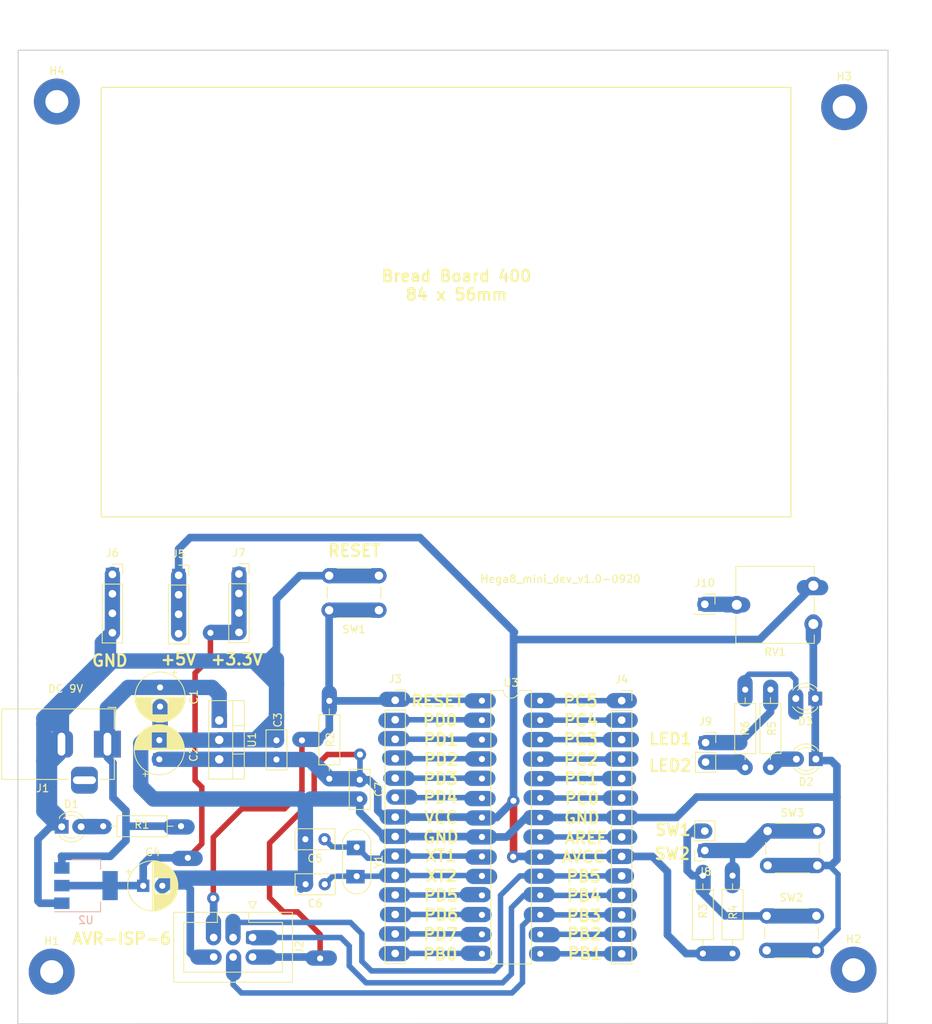
<source format=kicad_pcb>
(kicad_pcb (version 20171130) (host pcbnew "(5.1.6)-1")

  (general
    (thickness 1.6)
    (drawings 52)
    (tracks 428)
    (zones 0)
    (modules 38)
    (nets 38)
  )

  (page A4)
  (layers
    (0 F.Cu signal)
    (31 B.Cu signal)
    (32 B.Adhes user)
    (33 F.Adhes user)
    (34 B.Paste user)
    (35 F.Paste user)
    (36 B.SilkS user)
    (37 F.SilkS user)
    (38 B.Mask user hide)
    (39 F.Mask user hide)
    (40 Dwgs.User user)
    (41 Cmts.User user)
    (42 Eco1.User user)
    (43 Eco2.User user)
    (44 Edge.Cuts user)
    (45 Margin user)
    (46 B.CrtYd user)
    (47 F.CrtYd user)
    (48 B.Fab user)
    (49 F.Fab user hide)
  )

  (setup
    (last_trace_width 2)
    (user_trace_width 0.72)
    (user_trace_width 1)
    (user_trace_width 2)
    (trace_clearance 0.2)
    (zone_clearance 0.508)
    (zone_45_only no)
    (trace_min 0.2)
    (via_size 0.8)
    (via_drill 0.4)
    (via_min_size 0.4)
    (via_min_drill 0.3)
    (uvia_size 0.3)
    (uvia_drill 0.1)
    (uvias_allowed no)
    (uvia_min_size 0.2)
    (uvia_min_drill 0.1)
    (edge_width 0.05)
    (segment_width 0.2)
    (pcb_text_width 0.3)
    (pcb_text_size 1.5 1.5)
    (mod_edge_width 0.12)
    (mod_text_size 1 1)
    (mod_text_width 0.15)
    (pad_size 1.8 1.6)
    (pad_drill 0.8)
    (pad_to_mask_clearance 0.8)
    (aux_axis_origin 0 0)
    (visible_elements 7FFFFFFF)
    (pcbplotparams
      (layerselection 0x00040_7ffffffe)
      (usegerberextensions false)
      (usegerberattributes true)
      (usegerberadvancedattributes true)
      (creategerberjobfile true)
      (excludeedgelayer false)
      (linewidth 0.100000)
      (plotframeref false)
      (viasonmask false)
      (mode 1)
      (useauxorigin false)
      (hpglpennumber 1)
      (hpglpenspeed 20)
      (hpglpendiameter 15.000000)
      (psnegative false)
      (psa4output false)
      (plotreference true)
      (plotvalue true)
      (plotinvisibletext false)
      (padsonsilk false)
      (subtractmaskfromsilk false)
      (outputformat 4)
      (mirror true)
      (drillshape 2)
      (scaleselection 1)
      (outputdirectory "Plot/"))
  )

  (net 0 "")
  (net 1 +9V)
  (net 2 GND)
  (net 3 +5V)
  (net 4 +3V3)
  (net 5 /XTAL1)
  (net 6 /XTAL2)
  (net 7 "Net-(D1-Pad2)")
  (net 8 "Net-(D2-Pad2)")
  (net 9 "Net-(D3-Pad2)")
  (net 10 "Net-(J1-Pad3)")
  (net 11 /PB4)
  (net 12 /PB5)
  (net 13 RESET)
  (net 14 /PB3)
  (net 15 /PB0)
  (net 16 /PD7)
  (net 17 /PD6)
  (net 18 /PD5)
  (net 19 /PD4)
  (net 20 /PD3)
  (net 21 /PD2)
  (net 22 /PD1)
  (net 23 /PD0)
  (net 24 /PC5)
  (net 25 /PC4)
  (net 26 /PC3)
  (net 27 /PC2)
  (net 28 /PC1)
  (net 29 /PC0)
  (net 30 /AREF)
  (net 31 /PB2)
  (net 32 /PB1)
  (net 33 "Net-(J8-Pad2)")
  (net 34 "Net-(J8-Pad1)")
  (net 35 "Net-(J9-Pad1)")
  (net 36 "Net-(J9-Pad2)")
  (net 37 "Net-(J10-Pad1)")

  (net_class Default "This is the default net class."
    (clearance 0.2)
    (trace_width 0.25)
    (via_dia 0.8)
    (via_drill 0.4)
    (uvia_dia 0.3)
    (uvia_drill 0.1)
    (add_net +3V3)
    (add_net +5V)
    (add_net +9V)
    (add_net /AREF)
    (add_net /PB0)
    (add_net /PB1)
    (add_net /PB2)
    (add_net /PB3)
    (add_net /PB4)
    (add_net /PB5)
    (add_net /PC0)
    (add_net /PC1)
    (add_net /PC2)
    (add_net /PC3)
    (add_net /PC4)
    (add_net /PC5)
    (add_net /PD0)
    (add_net /PD1)
    (add_net /PD2)
    (add_net /PD3)
    (add_net /PD4)
    (add_net /PD5)
    (add_net /PD6)
    (add_net /PD7)
    (add_net /XTAL1)
    (add_net /XTAL2)
    (add_net GND)
    (add_net "Net-(D1-Pad2)")
    (add_net "Net-(D2-Pad2)")
    (add_net "Net-(D3-Pad2)")
    (add_net "Net-(J1-Pad3)")
    (add_net "Net-(J10-Pad1)")
    (add_net "Net-(J8-Pad1)")
    (add_net "Net-(J8-Pad2)")
    (add_net "Net-(J9-Pad1)")
    (add_net "Net-(J9-Pad2)")
    (add_net RESET)
  )

  (module Capacitor_THT:CP_Radial_D6.3mm_P2.50mm (layer F.Cu) (tedit 5AE50EF0) (tstamp 5F6EF762)
    (at 72.625 107.75 270)
    (descr "CP, Radial series, Radial, pin pitch=2.50mm, , diameter=6.3mm, Electrolytic Capacitor")
    (tags "CP Radial series Radial pin pitch 2.50mm  diameter 6.3mm Electrolytic Capacitor")
    (path /5F6D9FE4)
    (fp_text reference C1 (at 1.25 -4.4 90) (layer F.SilkS)
      (effects (font (size 1 1) (thickness 0.15)))
    )
    (fp_text value CP (at 1.25 4.4 90) (layer F.Fab)
      (effects (font (size 1 1) (thickness 0.15)))
    )
    (fp_line (start -1.935241 -2.154) (end -1.935241 -1.524) (layer F.SilkS) (width 0.12))
    (fp_line (start -2.250241 -1.839) (end -1.620241 -1.839) (layer F.SilkS) (width 0.12))
    (fp_line (start 4.491 -0.402) (end 4.491 0.402) (layer F.SilkS) (width 0.12))
    (fp_line (start 4.451 -0.633) (end 4.451 0.633) (layer F.SilkS) (width 0.12))
    (fp_line (start 4.411 -0.802) (end 4.411 0.802) (layer F.SilkS) (width 0.12))
    (fp_line (start 4.371 -0.94) (end 4.371 0.94) (layer F.SilkS) (width 0.12))
    (fp_line (start 4.331 -1.059) (end 4.331 1.059) (layer F.SilkS) (width 0.12))
    (fp_line (start 4.291 -1.165) (end 4.291 1.165) (layer F.SilkS) (width 0.12))
    (fp_line (start 4.251 -1.262) (end 4.251 1.262) (layer F.SilkS) (width 0.12))
    (fp_line (start 4.211 -1.35) (end 4.211 1.35) (layer F.SilkS) (width 0.12))
    (fp_line (start 4.171 -1.432) (end 4.171 1.432) (layer F.SilkS) (width 0.12))
    (fp_line (start 4.131 -1.509) (end 4.131 1.509) (layer F.SilkS) (width 0.12))
    (fp_line (start 4.091 -1.581) (end 4.091 1.581) (layer F.SilkS) (width 0.12))
    (fp_line (start 4.051 -1.65) (end 4.051 1.65) (layer F.SilkS) (width 0.12))
    (fp_line (start 4.011 -1.714) (end 4.011 1.714) (layer F.SilkS) (width 0.12))
    (fp_line (start 3.971 -1.776) (end 3.971 1.776) (layer F.SilkS) (width 0.12))
    (fp_line (start 3.931 -1.834) (end 3.931 1.834) (layer F.SilkS) (width 0.12))
    (fp_line (start 3.891 -1.89) (end 3.891 1.89) (layer F.SilkS) (width 0.12))
    (fp_line (start 3.851 -1.944) (end 3.851 1.944) (layer F.SilkS) (width 0.12))
    (fp_line (start 3.811 -1.995) (end 3.811 1.995) (layer F.SilkS) (width 0.12))
    (fp_line (start 3.771 -2.044) (end 3.771 2.044) (layer F.SilkS) (width 0.12))
    (fp_line (start 3.731 -2.092) (end 3.731 2.092) (layer F.SilkS) (width 0.12))
    (fp_line (start 3.691 -2.137) (end 3.691 2.137) (layer F.SilkS) (width 0.12))
    (fp_line (start 3.651 -2.182) (end 3.651 2.182) (layer F.SilkS) (width 0.12))
    (fp_line (start 3.611 -2.224) (end 3.611 2.224) (layer F.SilkS) (width 0.12))
    (fp_line (start 3.571 -2.265) (end 3.571 2.265) (layer F.SilkS) (width 0.12))
    (fp_line (start 3.531 1.04) (end 3.531 2.305) (layer F.SilkS) (width 0.12))
    (fp_line (start 3.531 -2.305) (end 3.531 -1.04) (layer F.SilkS) (width 0.12))
    (fp_line (start 3.491 1.04) (end 3.491 2.343) (layer F.SilkS) (width 0.12))
    (fp_line (start 3.491 -2.343) (end 3.491 -1.04) (layer F.SilkS) (width 0.12))
    (fp_line (start 3.451 1.04) (end 3.451 2.38) (layer F.SilkS) (width 0.12))
    (fp_line (start 3.451 -2.38) (end 3.451 -1.04) (layer F.SilkS) (width 0.12))
    (fp_line (start 3.411 1.04) (end 3.411 2.416) (layer F.SilkS) (width 0.12))
    (fp_line (start 3.411 -2.416) (end 3.411 -1.04) (layer F.SilkS) (width 0.12))
    (fp_line (start 3.371 1.04) (end 3.371 2.45) (layer F.SilkS) (width 0.12))
    (fp_line (start 3.371 -2.45) (end 3.371 -1.04) (layer F.SilkS) (width 0.12))
    (fp_line (start 3.331 1.04) (end 3.331 2.484) (layer F.SilkS) (width 0.12))
    (fp_line (start 3.331 -2.484) (end 3.331 -1.04) (layer F.SilkS) (width 0.12))
    (fp_line (start 3.291 1.04) (end 3.291 2.516) (layer F.SilkS) (width 0.12))
    (fp_line (start 3.291 -2.516) (end 3.291 -1.04) (layer F.SilkS) (width 0.12))
    (fp_line (start 3.251 1.04) (end 3.251 2.548) (layer F.SilkS) (width 0.12))
    (fp_line (start 3.251 -2.548) (end 3.251 -1.04) (layer F.SilkS) (width 0.12))
    (fp_line (start 3.211 1.04) (end 3.211 2.578) (layer F.SilkS) (width 0.12))
    (fp_line (start 3.211 -2.578) (end 3.211 -1.04) (layer F.SilkS) (width 0.12))
    (fp_line (start 3.171 1.04) (end 3.171 2.607) (layer F.SilkS) (width 0.12))
    (fp_line (start 3.171 -2.607) (end 3.171 -1.04) (layer F.SilkS) (width 0.12))
    (fp_line (start 3.131 1.04) (end 3.131 2.636) (layer F.SilkS) (width 0.12))
    (fp_line (start 3.131 -2.636) (end 3.131 -1.04) (layer F.SilkS) (width 0.12))
    (fp_line (start 3.091 1.04) (end 3.091 2.664) (layer F.SilkS) (width 0.12))
    (fp_line (start 3.091 -2.664) (end 3.091 -1.04) (layer F.SilkS) (width 0.12))
    (fp_line (start 3.051 1.04) (end 3.051 2.69) (layer F.SilkS) (width 0.12))
    (fp_line (start 3.051 -2.69) (end 3.051 -1.04) (layer F.SilkS) (width 0.12))
    (fp_line (start 3.011 1.04) (end 3.011 2.716) (layer F.SilkS) (width 0.12))
    (fp_line (start 3.011 -2.716) (end 3.011 -1.04) (layer F.SilkS) (width 0.12))
    (fp_line (start 2.971 1.04) (end 2.971 2.742) (layer F.SilkS) (width 0.12))
    (fp_line (start 2.971 -2.742) (end 2.971 -1.04) (layer F.SilkS) (width 0.12))
    (fp_line (start 2.931 1.04) (end 2.931 2.766) (layer F.SilkS) (width 0.12))
    (fp_line (start 2.931 -2.766) (end 2.931 -1.04) (layer F.SilkS) (width 0.12))
    (fp_line (start 2.891 1.04) (end 2.891 2.79) (layer F.SilkS) (width 0.12))
    (fp_line (start 2.891 -2.79) (end 2.891 -1.04) (layer F.SilkS) (width 0.12))
    (fp_line (start 2.851 1.04) (end 2.851 2.812) (layer F.SilkS) (width 0.12))
    (fp_line (start 2.851 -2.812) (end 2.851 -1.04) (layer F.SilkS) (width 0.12))
    (fp_line (start 2.811 1.04) (end 2.811 2.834) (layer F.SilkS) (width 0.12))
    (fp_line (start 2.811 -2.834) (end 2.811 -1.04) (layer F.SilkS) (width 0.12))
    (fp_line (start 2.771 1.04) (end 2.771 2.856) (layer F.SilkS) (width 0.12))
    (fp_line (start 2.771 -2.856) (end 2.771 -1.04) (layer F.SilkS) (width 0.12))
    (fp_line (start 2.731 1.04) (end 2.731 2.876) (layer F.SilkS) (width 0.12))
    (fp_line (start 2.731 -2.876) (end 2.731 -1.04) (layer F.SilkS) (width 0.12))
    (fp_line (start 2.691 1.04) (end 2.691 2.896) (layer F.SilkS) (width 0.12))
    (fp_line (start 2.691 -2.896) (end 2.691 -1.04) (layer F.SilkS) (width 0.12))
    (fp_line (start 2.651 1.04) (end 2.651 2.916) (layer F.SilkS) (width 0.12))
    (fp_line (start 2.651 -2.916) (end 2.651 -1.04) (layer F.SilkS) (width 0.12))
    (fp_line (start 2.611 1.04) (end 2.611 2.934) (layer F.SilkS) (width 0.12))
    (fp_line (start 2.611 -2.934) (end 2.611 -1.04) (layer F.SilkS) (width 0.12))
    (fp_line (start 2.571 1.04) (end 2.571 2.952) (layer F.SilkS) (width 0.12))
    (fp_line (start 2.571 -2.952) (end 2.571 -1.04) (layer F.SilkS) (width 0.12))
    (fp_line (start 2.531 1.04) (end 2.531 2.97) (layer F.SilkS) (width 0.12))
    (fp_line (start 2.531 -2.97) (end 2.531 -1.04) (layer F.SilkS) (width 0.12))
    (fp_line (start 2.491 1.04) (end 2.491 2.986) (layer F.SilkS) (width 0.12))
    (fp_line (start 2.491 -2.986) (end 2.491 -1.04) (layer F.SilkS) (width 0.12))
    (fp_line (start 2.451 1.04) (end 2.451 3.002) (layer F.SilkS) (width 0.12))
    (fp_line (start 2.451 -3.002) (end 2.451 -1.04) (layer F.SilkS) (width 0.12))
    (fp_line (start 2.411 1.04) (end 2.411 3.018) (layer F.SilkS) (width 0.12))
    (fp_line (start 2.411 -3.018) (end 2.411 -1.04) (layer F.SilkS) (width 0.12))
    (fp_line (start 2.371 1.04) (end 2.371 3.033) (layer F.SilkS) (width 0.12))
    (fp_line (start 2.371 -3.033) (end 2.371 -1.04) (layer F.SilkS) (width 0.12))
    (fp_line (start 2.331 1.04) (end 2.331 3.047) (layer F.SilkS) (width 0.12))
    (fp_line (start 2.331 -3.047) (end 2.331 -1.04) (layer F.SilkS) (width 0.12))
    (fp_line (start 2.291 1.04) (end 2.291 3.061) (layer F.SilkS) (width 0.12))
    (fp_line (start 2.291 -3.061) (end 2.291 -1.04) (layer F.SilkS) (width 0.12))
    (fp_line (start 2.251 1.04) (end 2.251 3.074) (layer F.SilkS) (width 0.12))
    (fp_line (start 2.251 -3.074) (end 2.251 -1.04) (layer F.SilkS) (width 0.12))
    (fp_line (start 2.211 1.04) (end 2.211 3.086) (layer F.SilkS) (width 0.12))
    (fp_line (start 2.211 -3.086) (end 2.211 -1.04) (layer F.SilkS) (width 0.12))
    (fp_line (start 2.171 1.04) (end 2.171 3.098) (layer F.SilkS) (width 0.12))
    (fp_line (start 2.171 -3.098) (end 2.171 -1.04) (layer F.SilkS) (width 0.12))
    (fp_line (start 2.131 1.04) (end 2.131 3.11) (layer F.SilkS) (width 0.12))
    (fp_line (start 2.131 -3.11) (end 2.131 -1.04) (layer F.SilkS) (width 0.12))
    (fp_line (start 2.091 1.04) (end 2.091 3.121) (layer F.SilkS) (width 0.12))
    (fp_line (start 2.091 -3.121) (end 2.091 -1.04) (layer F.SilkS) (width 0.12))
    (fp_line (start 2.051 1.04) (end 2.051 3.131) (layer F.SilkS) (width 0.12))
    (fp_line (start 2.051 -3.131) (end 2.051 -1.04) (layer F.SilkS) (width 0.12))
    (fp_line (start 2.011 1.04) (end 2.011 3.141) (layer F.SilkS) (width 0.12))
    (fp_line (start 2.011 -3.141) (end 2.011 -1.04) (layer F.SilkS) (width 0.12))
    (fp_line (start 1.971 1.04) (end 1.971 3.15) (layer F.SilkS) (width 0.12))
    (fp_line (start 1.971 -3.15) (end 1.971 -1.04) (layer F.SilkS) (width 0.12))
    (fp_line (start 1.93 1.04) (end 1.93 3.159) (layer F.SilkS) (width 0.12))
    (fp_line (start 1.93 -3.159) (end 1.93 -1.04) (layer F.SilkS) (width 0.12))
    (fp_line (start 1.89 1.04) (end 1.89 3.167) (layer F.SilkS) (width 0.12))
    (fp_line (start 1.89 -3.167) (end 1.89 -1.04) (layer F.SilkS) (width 0.12))
    (fp_line (start 1.85 1.04) (end 1.85 3.175) (layer F.SilkS) (width 0.12))
    (fp_line (start 1.85 -3.175) (end 1.85 -1.04) (layer F.SilkS) (width 0.12))
    (fp_line (start 1.81 1.04) (end 1.81 3.182) (layer F.SilkS) (width 0.12))
    (fp_line (start 1.81 -3.182) (end 1.81 -1.04) (layer F.SilkS) (width 0.12))
    (fp_line (start 1.77 1.04) (end 1.77 3.189) (layer F.SilkS) (width 0.12))
    (fp_line (start 1.77 -3.189) (end 1.77 -1.04) (layer F.SilkS) (width 0.12))
    (fp_line (start 1.73 1.04) (end 1.73 3.195) (layer F.SilkS) (width 0.12))
    (fp_line (start 1.73 -3.195) (end 1.73 -1.04) (layer F.SilkS) (width 0.12))
    (fp_line (start 1.69 1.04) (end 1.69 3.201) (layer F.SilkS) (width 0.12))
    (fp_line (start 1.69 -3.201) (end 1.69 -1.04) (layer F.SilkS) (width 0.12))
    (fp_line (start 1.65 1.04) (end 1.65 3.206) (layer F.SilkS) (width 0.12))
    (fp_line (start 1.65 -3.206) (end 1.65 -1.04) (layer F.SilkS) (width 0.12))
    (fp_line (start 1.61 1.04) (end 1.61 3.211) (layer F.SilkS) (width 0.12))
    (fp_line (start 1.61 -3.211) (end 1.61 -1.04) (layer F.SilkS) (width 0.12))
    (fp_line (start 1.57 1.04) (end 1.57 3.215) (layer F.SilkS) (width 0.12))
    (fp_line (start 1.57 -3.215) (end 1.57 -1.04) (layer F.SilkS) (width 0.12))
    (fp_line (start 1.53 1.04) (end 1.53 3.218) (layer F.SilkS) (width 0.12))
    (fp_line (start 1.53 -3.218) (end 1.53 -1.04) (layer F.SilkS) (width 0.12))
    (fp_line (start 1.49 1.04) (end 1.49 3.222) (layer F.SilkS) (width 0.12))
    (fp_line (start 1.49 -3.222) (end 1.49 -1.04) (layer F.SilkS) (width 0.12))
    (fp_line (start 1.45 -3.224) (end 1.45 3.224) (layer F.SilkS) (width 0.12))
    (fp_line (start 1.41 -3.227) (end 1.41 3.227) (layer F.SilkS) (width 0.12))
    (fp_line (start 1.37 -3.228) (end 1.37 3.228) (layer F.SilkS) (width 0.12))
    (fp_line (start 1.33 -3.23) (end 1.33 3.23) (layer F.SilkS) (width 0.12))
    (fp_line (start 1.29 -3.23) (end 1.29 3.23) (layer F.SilkS) (width 0.12))
    (fp_line (start 1.25 -3.23) (end 1.25 3.23) (layer F.SilkS) (width 0.12))
    (fp_line (start -1.128972 -1.6885) (end -1.128972 -1.0585) (layer F.Fab) (width 0.1))
    (fp_line (start -1.443972 -1.3735) (end -0.813972 -1.3735) (layer F.Fab) (width 0.1))
    (fp_circle (center 1.25 0) (end 4.65 0) (layer F.CrtYd) (width 0.05))
    (fp_circle (center 1.25 0) (end 4.52 0) (layer F.SilkS) (width 0.12))
    (fp_circle (center 1.25 0) (end 4.4 0) (layer F.Fab) (width 0.1))
    (fp_text user %R (at 1.25 0 90) (layer F.Fab)
      (effects (font (size 1 1) (thickness 0.15)))
    )
    (pad 1 thru_hole rect (at 0 0 270) (size 1.6 1.6) (drill 0.8) (layers *.Cu *.Mask)
      (net 1 +9V))
    (pad 2 thru_hole circle (at 2.5 0 270) (size 1.6 1.6) (drill 0.8) (layers *.Cu *.Mask)
      (net 2 GND))
    (model ${KISYS3DMOD}/Capacitor_THT.3dshapes/CP_Radial_D6.3mm_P2.50mm.wrl
      (at (xyz 0 0 0))
      (scale (xyz 1 1 1))
      (rotate (xyz 0 0 0))
    )
  )

  (module Capacitor_THT:CP_Radial_D6.3mm_P2.50mm (layer F.Cu) (tedit 5AE50EF0) (tstamp 5F6EF7F6)
    (at 72.525 117.125 90)
    (descr "CP, Radial series, Radial, pin pitch=2.50mm, , diameter=6.3mm, Electrolytic Capacitor")
    (tags "CP Radial series Radial pin pitch 2.50mm  diameter 6.3mm Electrolytic Capacitor")
    (path /5F6DA7D7)
    (fp_text reference C2 (at 0.65 4.475 90) (layer F.SilkS)
      (effects (font (size 1 1) (thickness 0.15)))
    )
    (fp_text value CP (at 1.25 4.4 90) (layer F.Fab)
      (effects (font (size 1 1) (thickness 0.15)))
    )
    (fp_circle (center 1.25 0) (end 4.4 0) (layer F.Fab) (width 0.1))
    (fp_circle (center 1.25 0) (end 4.52 0) (layer F.SilkS) (width 0.12))
    (fp_circle (center 1.25 0) (end 4.65 0) (layer F.CrtYd) (width 0.05))
    (fp_line (start -1.443972 -1.3735) (end -0.813972 -1.3735) (layer F.Fab) (width 0.1))
    (fp_line (start -1.128972 -1.6885) (end -1.128972 -1.0585) (layer F.Fab) (width 0.1))
    (fp_line (start 1.25 -3.23) (end 1.25 3.23) (layer F.SilkS) (width 0.12))
    (fp_line (start 1.29 -3.23) (end 1.29 3.23) (layer F.SilkS) (width 0.12))
    (fp_line (start 1.33 -3.23) (end 1.33 3.23) (layer F.SilkS) (width 0.12))
    (fp_line (start 1.37 -3.228) (end 1.37 3.228) (layer F.SilkS) (width 0.12))
    (fp_line (start 1.41 -3.227) (end 1.41 3.227) (layer F.SilkS) (width 0.12))
    (fp_line (start 1.45 -3.224) (end 1.45 3.224) (layer F.SilkS) (width 0.12))
    (fp_line (start 1.49 -3.222) (end 1.49 -1.04) (layer F.SilkS) (width 0.12))
    (fp_line (start 1.49 1.04) (end 1.49 3.222) (layer F.SilkS) (width 0.12))
    (fp_line (start 1.53 -3.218) (end 1.53 -1.04) (layer F.SilkS) (width 0.12))
    (fp_line (start 1.53 1.04) (end 1.53 3.218) (layer F.SilkS) (width 0.12))
    (fp_line (start 1.57 -3.215) (end 1.57 -1.04) (layer F.SilkS) (width 0.12))
    (fp_line (start 1.57 1.04) (end 1.57 3.215) (layer F.SilkS) (width 0.12))
    (fp_line (start 1.61 -3.211) (end 1.61 -1.04) (layer F.SilkS) (width 0.12))
    (fp_line (start 1.61 1.04) (end 1.61 3.211) (layer F.SilkS) (width 0.12))
    (fp_line (start 1.65 -3.206) (end 1.65 -1.04) (layer F.SilkS) (width 0.12))
    (fp_line (start 1.65 1.04) (end 1.65 3.206) (layer F.SilkS) (width 0.12))
    (fp_line (start 1.69 -3.201) (end 1.69 -1.04) (layer F.SilkS) (width 0.12))
    (fp_line (start 1.69 1.04) (end 1.69 3.201) (layer F.SilkS) (width 0.12))
    (fp_line (start 1.73 -3.195) (end 1.73 -1.04) (layer F.SilkS) (width 0.12))
    (fp_line (start 1.73 1.04) (end 1.73 3.195) (layer F.SilkS) (width 0.12))
    (fp_line (start 1.77 -3.189) (end 1.77 -1.04) (layer F.SilkS) (width 0.12))
    (fp_line (start 1.77 1.04) (end 1.77 3.189) (layer F.SilkS) (width 0.12))
    (fp_line (start 1.81 -3.182) (end 1.81 -1.04) (layer F.SilkS) (width 0.12))
    (fp_line (start 1.81 1.04) (end 1.81 3.182) (layer F.SilkS) (width 0.12))
    (fp_line (start 1.85 -3.175) (end 1.85 -1.04) (layer F.SilkS) (width 0.12))
    (fp_line (start 1.85 1.04) (end 1.85 3.175) (layer F.SilkS) (width 0.12))
    (fp_line (start 1.89 -3.167) (end 1.89 -1.04) (layer F.SilkS) (width 0.12))
    (fp_line (start 1.89 1.04) (end 1.89 3.167) (layer F.SilkS) (width 0.12))
    (fp_line (start 1.93 -3.159) (end 1.93 -1.04) (layer F.SilkS) (width 0.12))
    (fp_line (start 1.93 1.04) (end 1.93 3.159) (layer F.SilkS) (width 0.12))
    (fp_line (start 1.971 -3.15) (end 1.971 -1.04) (layer F.SilkS) (width 0.12))
    (fp_line (start 1.971 1.04) (end 1.971 3.15) (layer F.SilkS) (width 0.12))
    (fp_line (start 2.011 -3.141) (end 2.011 -1.04) (layer F.SilkS) (width 0.12))
    (fp_line (start 2.011 1.04) (end 2.011 3.141) (layer F.SilkS) (width 0.12))
    (fp_line (start 2.051 -3.131) (end 2.051 -1.04) (layer F.SilkS) (width 0.12))
    (fp_line (start 2.051 1.04) (end 2.051 3.131) (layer F.SilkS) (width 0.12))
    (fp_line (start 2.091 -3.121) (end 2.091 -1.04) (layer F.SilkS) (width 0.12))
    (fp_line (start 2.091 1.04) (end 2.091 3.121) (layer F.SilkS) (width 0.12))
    (fp_line (start 2.131 -3.11) (end 2.131 -1.04) (layer F.SilkS) (width 0.12))
    (fp_line (start 2.131 1.04) (end 2.131 3.11) (layer F.SilkS) (width 0.12))
    (fp_line (start 2.171 -3.098) (end 2.171 -1.04) (layer F.SilkS) (width 0.12))
    (fp_line (start 2.171 1.04) (end 2.171 3.098) (layer F.SilkS) (width 0.12))
    (fp_line (start 2.211 -3.086) (end 2.211 -1.04) (layer F.SilkS) (width 0.12))
    (fp_line (start 2.211 1.04) (end 2.211 3.086) (layer F.SilkS) (width 0.12))
    (fp_line (start 2.251 -3.074) (end 2.251 -1.04) (layer F.SilkS) (width 0.12))
    (fp_line (start 2.251 1.04) (end 2.251 3.074) (layer F.SilkS) (width 0.12))
    (fp_line (start 2.291 -3.061) (end 2.291 -1.04) (layer F.SilkS) (width 0.12))
    (fp_line (start 2.291 1.04) (end 2.291 3.061) (layer F.SilkS) (width 0.12))
    (fp_line (start 2.331 -3.047) (end 2.331 -1.04) (layer F.SilkS) (width 0.12))
    (fp_line (start 2.331 1.04) (end 2.331 3.047) (layer F.SilkS) (width 0.12))
    (fp_line (start 2.371 -3.033) (end 2.371 -1.04) (layer F.SilkS) (width 0.12))
    (fp_line (start 2.371 1.04) (end 2.371 3.033) (layer F.SilkS) (width 0.12))
    (fp_line (start 2.411 -3.018) (end 2.411 -1.04) (layer F.SilkS) (width 0.12))
    (fp_line (start 2.411 1.04) (end 2.411 3.018) (layer F.SilkS) (width 0.12))
    (fp_line (start 2.451 -3.002) (end 2.451 -1.04) (layer F.SilkS) (width 0.12))
    (fp_line (start 2.451 1.04) (end 2.451 3.002) (layer F.SilkS) (width 0.12))
    (fp_line (start 2.491 -2.986) (end 2.491 -1.04) (layer F.SilkS) (width 0.12))
    (fp_line (start 2.491 1.04) (end 2.491 2.986) (layer F.SilkS) (width 0.12))
    (fp_line (start 2.531 -2.97) (end 2.531 -1.04) (layer F.SilkS) (width 0.12))
    (fp_line (start 2.531 1.04) (end 2.531 2.97) (layer F.SilkS) (width 0.12))
    (fp_line (start 2.571 -2.952) (end 2.571 -1.04) (layer F.SilkS) (width 0.12))
    (fp_line (start 2.571 1.04) (end 2.571 2.952) (layer F.SilkS) (width 0.12))
    (fp_line (start 2.611 -2.934) (end 2.611 -1.04) (layer F.SilkS) (width 0.12))
    (fp_line (start 2.611 1.04) (end 2.611 2.934) (layer F.SilkS) (width 0.12))
    (fp_line (start 2.651 -2.916) (end 2.651 -1.04) (layer F.SilkS) (width 0.12))
    (fp_line (start 2.651 1.04) (end 2.651 2.916) (layer F.SilkS) (width 0.12))
    (fp_line (start 2.691 -2.896) (end 2.691 -1.04) (layer F.SilkS) (width 0.12))
    (fp_line (start 2.691 1.04) (end 2.691 2.896) (layer F.SilkS) (width 0.12))
    (fp_line (start 2.731 -2.876) (end 2.731 -1.04) (layer F.SilkS) (width 0.12))
    (fp_line (start 2.731 1.04) (end 2.731 2.876) (layer F.SilkS) (width 0.12))
    (fp_line (start 2.771 -2.856) (end 2.771 -1.04) (layer F.SilkS) (width 0.12))
    (fp_line (start 2.771 1.04) (end 2.771 2.856) (layer F.SilkS) (width 0.12))
    (fp_line (start 2.811 -2.834) (end 2.811 -1.04) (layer F.SilkS) (width 0.12))
    (fp_line (start 2.811 1.04) (end 2.811 2.834) (layer F.SilkS) (width 0.12))
    (fp_line (start 2.851 -2.812) (end 2.851 -1.04) (layer F.SilkS) (width 0.12))
    (fp_line (start 2.851 1.04) (end 2.851 2.812) (layer F.SilkS) (width 0.12))
    (fp_line (start 2.891 -2.79) (end 2.891 -1.04) (layer F.SilkS) (width 0.12))
    (fp_line (start 2.891 1.04) (end 2.891 2.79) (layer F.SilkS) (width 0.12))
    (fp_line (start 2.931 -2.766) (end 2.931 -1.04) (layer F.SilkS) (width 0.12))
    (fp_line (start 2.931 1.04) (end 2.931 2.766) (layer F.SilkS) (width 0.12))
    (fp_line (start 2.971 -2.742) (end 2.971 -1.04) (layer F.SilkS) (width 0.12))
    (fp_line (start 2.971 1.04) (end 2.971 2.742) (layer F.SilkS) (width 0.12))
    (fp_line (start 3.011 -2.716) (end 3.011 -1.04) (layer F.SilkS) (width 0.12))
    (fp_line (start 3.011 1.04) (end 3.011 2.716) (layer F.SilkS) (width 0.12))
    (fp_line (start 3.051 -2.69) (end 3.051 -1.04) (layer F.SilkS) (width 0.12))
    (fp_line (start 3.051 1.04) (end 3.051 2.69) (layer F.SilkS) (width 0.12))
    (fp_line (start 3.091 -2.664) (end 3.091 -1.04) (layer F.SilkS) (width 0.12))
    (fp_line (start 3.091 1.04) (end 3.091 2.664) (layer F.SilkS) (width 0.12))
    (fp_line (start 3.131 -2.636) (end 3.131 -1.04) (layer F.SilkS) (width 0.12))
    (fp_line (start 3.131 1.04) (end 3.131 2.636) (layer F.SilkS) (width 0.12))
    (fp_line (start 3.171 -2.607) (end 3.171 -1.04) (layer F.SilkS) (width 0.12))
    (fp_line (start 3.171 1.04) (end 3.171 2.607) (layer F.SilkS) (width 0.12))
    (fp_line (start 3.211 -2.578) (end 3.211 -1.04) (layer F.SilkS) (width 0.12))
    (fp_line (start 3.211 1.04) (end 3.211 2.578) (layer F.SilkS) (width 0.12))
    (fp_line (start 3.251 -2.548) (end 3.251 -1.04) (layer F.SilkS) (width 0.12))
    (fp_line (start 3.251 1.04) (end 3.251 2.548) (layer F.SilkS) (width 0.12))
    (fp_line (start 3.291 -2.516) (end 3.291 -1.04) (layer F.SilkS) (width 0.12))
    (fp_line (start 3.291 1.04) (end 3.291 2.516) (layer F.SilkS) (width 0.12))
    (fp_line (start 3.331 -2.484) (end 3.331 -1.04) (layer F.SilkS) (width 0.12))
    (fp_line (start 3.331 1.04) (end 3.331 2.484) (layer F.SilkS) (width 0.12))
    (fp_line (start 3.371 -2.45) (end 3.371 -1.04) (layer F.SilkS) (width 0.12))
    (fp_line (start 3.371 1.04) (end 3.371 2.45) (layer F.SilkS) (width 0.12))
    (fp_line (start 3.411 -2.416) (end 3.411 -1.04) (layer F.SilkS) (width 0.12))
    (fp_line (start 3.411 1.04) (end 3.411 2.416) (layer F.SilkS) (width 0.12))
    (fp_line (start 3.451 -2.38) (end 3.451 -1.04) (layer F.SilkS) (width 0.12))
    (fp_line (start 3.451 1.04) (end 3.451 2.38) (layer F.SilkS) (width 0.12))
    (fp_line (start 3.491 -2.343) (end 3.491 -1.04) (layer F.SilkS) (width 0.12))
    (fp_line (start 3.491 1.04) (end 3.491 2.343) (layer F.SilkS) (width 0.12))
    (fp_line (start 3.531 -2.305) (end 3.531 -1.04) (layer F.SilkS) (width 0.12))
    (fp_line (start 3.531 1.04) (end 3.531 2.305) (layer F.SilkS) (width 0.12))
    (fp_line (start 3.571 -2.265) (end 3.571 2.265) (layer F.SilkS) (width 0.12))
    (fp_line (start 3.611 -2.224) (end 3.611 2.224) (layer F.SilkS) (width 0.12))
    (fp_line (start 3.651 -2.182) (end 3.651 2.182) (layer F.SilkS) (width 0.12))
    (fp_line (start 3.691 -2.137) (end 3.691 2.137) (layer F.SilkS) (width 0.12))
    (fp_line (start 3.731 -2.092) (end 3.731 2.092) (layer F.SilkS) (width 0.12))
    (fp_line (start 3.771 -2.044) (end 3.771 2.044) (layer F.SilkS) (width 0.12))
    (fp_line (start 3.811 -1.995) (end 3.811 1.995) (layer F.SilkS) (width 0.12))
    (fp_line (start 3.851 -1.944) (end 3.851 1.944) (layer F.SilkS) (width 0.12))
    (fp_line (start 3.891 -1.89) (end 3.891 1.89) (layer F.SilkS) (width 0.12))
    (fp_line (start 3.931 -1.834) (end 3.931 1.834) (layer F.SilkS) (width 0.12))
    (fp_line (start 3.971 -1.776) (end 3.971 1.776) (layer F.SilkS) (width 0.12))
    (fp_line (start 4.011 -1.714) (end 4.011 1.714) (layer F.SilkS) (width 0.12))
    (fp_line (start 4.051 -1.65) (end 4.051 1.65) (layer F.SilkS) (width 0.12))
    (fp_line (start 4.091 -1.581) (end 4.091 1.581) (layer F.SilkS) (width 0.12))
    (fp_line (start 4.131 -1.509) (end 4.131 1.509) (layer F.SilkS) (width 0.12))
    (fp_line (start 4.171 -1.432) (end 4.171 1.432) (layer F.SilkS) (width 0.12))
    (fp_line (start 4.211 -1.35) (end 4.211 1.35) (layer F.SilkS) (width 0.12))
    (fp_line (start 4.251 -1.262) (end 4.251 1.262) (layer F.SilkS) (width 0.12))
    (fp_line (start 4.291 -1.165) (end 4.291 1.165) (layer F.SilkS) (width 0.12))
    (fp_line (start 4.331 -1.059) (end 4.331 1.059) (layer F.SilkS) (width 0.12))
    (fp_line (start 4.371 -0.94) (end 4.371 0.94) (layer F.SilkS) (width 0.12))
    (fp_line (start 4.411 -0.802) (end 4.411 0.802) (layer F.SilkS) (width 0.12))
    (fp_line (start 4.451 -0.633) (end 4.451 0.633) (layer F.SilkS) (width 0.12))
    (fp_line (start 4.491 -0.402) (end 4.491 0.402) (layer F.SilkS) (width 0.12))
    (fp_line (start -2.250241 -1.839) (end -1.620241 -1.839) (layer F.SilkS) (width 0.12))
    (fp_line (start -1.935241 -2.154) (end -1.935241 -1.524) (layer F.SilkS) (width 0.12))
    (fp_text user %R (at 1.25 0 90) (layer F.Fab)
      (effects (font (size 1 1) (thickness 0.15)))
    )
    (pad 2 thru_hole circle (at 2.5 0 90) (size 1.6 1.6) (drill 0.8) (layers *.Cu *.Mask)
      (net 2 GND))
    (pad 1 thru_hole rect (at 0 0 90) (size 1.6 1.6) (drill 0.8) (layers *.Cu *.Mask)
      (net 3 +5V))
    (model ${KISYS3DMOD}/Capacitor_THT.3dshapes/CP_Radial_D6.3mm_P2.50mm.wrl
      (at (xyz 0 0 0))
      (scale (xyz 1 1 1))
      (rotate (xyz 0 0 0))
    )
  )

  (module Capacitor_THT:C_Disc_D5.0mm_W2.5mm_P2.50mm (layer F.Cu) (tedit 5AE50EF0) (tstamp 5F6F0EEC)
    (at 87.825 117.15 90)
    (descr "C, Disc series, Radial, pin pitch=2.50mm, , diameter*width=5*2.5mm^2, Capacitor, http://cdn-reichelt.de/documents/datenblatt/B300/DS_KERKO_TC.pdf")
    (tags "C Disc series Radial pin pitch 2.50mm  diameter 5mm width 2.5mm Capacitor")
    (path /5F6DAE07)
    (fp_text reference C3 (at 5.15 0.175 90) (layer F.SilkS)
      (effects (font (size 1 1) (thickness 0.15)))
    )
    (fp_text value C (at 1.25 2.5 90) (layer F.Fab)
      (effects (font (size 1 1) (thickness 0.15)))
    )
    (fp_line (start 4 -1.5) (end -1.5 -1.5) (layer F.CrtYd) (width 0.05))
    (fp_line (start 4 1.5) (end 4 -1.5) (layer F.CrtYd) (width 0.05))
    (fp_line (start -1.5 1.5) (end 4 1.5) (layer F.CrtYd) (width 0.05))
    (fp_line (start -1.5 -1.5) (end -1.5 1.5) (layer F.CrtYd) (width 0.05))
    (fp_line (start 3.87 -1.37) (end 3.87 1.37) (layer F.SilkS) (width 0.12))
    (fp_line (start -1.37 -1.37) (end -1.37 1.37) (layer F.SilkS) (width 0.12))
    (fp_line (start -1.37 1.37) (end 3.87 1.37) (layer F.SilkS) (width 0.12))
    (fp_line (start -1.37 -1.37) (end 3.87 -1.37) (layer F.SilkS) (width 0.12))
    (fp_line (start 3.75 -1.25) (end -1.25 -1.25) (layer F.Fab) (width 0.1))
    (fp_line (start 3.75 1.25) (end 3.75 -1.25) (layer F.Fab) (width 0.1))
    (fp_line (start -1.25 1.25) (end 3.75 1.25) (layer F.Fab) (width 0.1))
    (fp_line (start -1.25 -1.25) (end -1.25 1.25) (layer F.Fab) (width 0.1))
    (fp_text user %R (at 1.25 0 90) (layer F.Fab)
      (effects (font (size 1 1) (thickness 0.15)))
    )
    (pad 1 thru_hole circle (at 0 0 90) (size 1.6 1.6) (drill 0.8) (layers *.Cu *.Mask)
      (net 3 +5V))
    (pad 2 thru_hole circle (at 2.5 0 90) (size 1.6 1.6) (drill 0.8) (layers *.Cu *.Mask)
      (net 2 GND))
    (model ${KISYS3DMOD}/Capacitor_THT.3dshapes/C_Disc_D5.0mm_W2.5mm_P2.50mm.wrl
      (at (xyz 0 0 0))
      (scale (xyz 1 1 1))
      (rotate (xyz 0 0 0))
    )
  )

  (module Capacitor_THT:CP_Radial_D6.3mm_P2.50mm (layer F.Cu) (tedit 5AE50EF0) (tstamp 5F6F19DA)
    (at 70.425 133.625)
    (descr "CP, Radial series, Radial, pin pitch=2.50mm, , diameter=6.3mm, Electrolytic Capacitor")
    (tags "CP Radial series Radial pin pitch 2.50mm  diameter 6.3mm Electrolytic Capacitor")
    (path /5F6E1839)
    (fp_text reference C4 (at 1.25 -4.4) (layer F.SilkS)
      (effects (font (size 1 1) (thickness 0.15)))
    )
    (fp_text value CP (at 1.25 4.4) (layer F.Fab)
      (effects (font (size 1 1) (thickness 0.15)))
    )
    (fp_line (start -1.935241 -2.154) (end -1.935241 -1.524) (layer F.SilkS) (width 0.12))
    (fp_line (start -2.250241 -1.839) (end -1.620241 -1.839) (layer F.SilkS) (width 0.12))
    (fp_line (start 4.491 -0.402) (end 4.491 0.402) (layer F.SilkS) (width 0.12))
    (fp_line (start 4.451 -0.633) (end 4.451 0.633) (layer F.SilkS) (width 0.12))
    (fp_line (start 4.411 -0.802) (end 4.411 0.802) (layer F.SilkS) (width 0.12))
    (fp_line (start 4.371 -0.94) (end 4.371 0.94) (layer F.SilkS) (width 0.12))
    (fp_line (start 4.331 -1.059) (end 4.331 1.059) (layer F.SilkS) (width 0.12))
    (fp_line (start 4.291 -1.165) (end 4.291 1.165) (layer F.SilkS) (width 0.12))
    (fp_line (start 4.251 -1.262) (end 4.251 1.262) (layer F.SilkS) (width 0.12))
    (fp_line (start 4.211 -1.35) (end 4.211 1.35) (layer F.SilkS) (width 0.12))
    (fp_line (start 4.171 -1.432) (end 4.171 1.432) (layer F.SilkS) (width 0.12))
    (fp_line (start 4.131 -1.509) (end 4.131 1.509) (layer F.SilkS) (width 0.12))
    (fp_line (start 4.091 -1.581) (end 4.091 1.581) (layer F.SilkS) (width 0.12))
    (fp_line (start 4.051 -1.65) (end 4.051 1.65) (layer F.SilkS) (width 0.12))
    (fp_line (start 4.011 -1.714) (end 4.011 1.714) (layer F.SilkS) (width 0.12))
    (fp_line (start 3.971 -1.776) (end 3.971 1.776) (layer F.SilkS) (width 0.12))
    (fp_line (start 3.931 -1.834) (end 3.931 1.834) (layer F.SilkS) (width 0.12))
    (fp_line (start 3.891 -1.89) (end 3.891 1.89) (layer F.SilkS) (width 0.12))
    (fp_line (start 3.851 -1.944) (end 3.851 1.944) (layer F.SilkS) (width 0.12))
    (fp_line (start 3.811 -1.995) (end 3.811 1.995) (layer F.SilkS) (width 0.12))
    (fp_line (start 3.771 -2.044) (end 3.771 2.044) (layer F.SilkS) (width 0.12))
    (fp_line (start 3.731 -2.092) (end 3.731 2.092) (layer F.SilkS) (width 0.12))
    (fp_line (start 3.691 -2.137) (end 3.691 2.137) (layer F.SilkS) (width 0.12))
    (fp_line (start 3.651 -2.182) (end 3.651 2.182) (layer F.SilkS) (width 0.12))
    (fp_line (start 3.611 -2.224) (end 3.611 2.224) (layer F.SilkS) (width 0.12))
    (fp_line (start 3.571 -2.265) (end 3.571 2.265) (layer F.SilkS) (width 0.12))
    (fp_line (start 3.531 1.04) (end 3.531 2.305) (layer F.SilkS) (width 0.12))
    (fp_line (start 3.531 -2.305) (end 3.531 -1.04) (layer F.SilkS) (width 0.12))
    (fp_line (start 3.491 1.04) (end 3.491 2.343) (layer F.SilkS) (width 0.12))
    (fp_line (start 3.491 -2.343) (end 3.491 -1.04) (layer F.SilkS) (width 0.12))
    (fp_line (start 3.451 1.04) (end 3.451 2.38) (layer F.SilkS) (width 0.12))
    (fp_line (start 3.451 -2.38) (end 3.451 -1.04) (layer F.SilkS) (width 0.12))
    (fp_line (start 3.411 1.04) (end 3.411 2.416) (layer F.SilkS) (width 0.12))
    (fp_line (start 3.411 -2.416) (end 3.411 -1.04) (layer F.SilkS) (width 0.12))
    (fp_line (start 3.371 1.04) (end 3.371 2.45) (layer F.SilkS) (width 0.12))
    (fp_line (start 3.371 -2.45) (end 3.371 -1.04) (layer F.SilkS) (width 0.12))
    (fp_line (start 3.331 1.04) (end 3.331 2.484) (layer F.SilkS) (width 0.12))
    (fp_line (start 3.331 -2.484) (end 3.331 -1.04) (layer F.SilkS) (width 0.12))
    (fp_line (start 3.291 1.04) (end 3.291 2.516) (layer F.SilkS) (width 0.12))
    (fp_line (start 3.291 -2.516) (end 3.291 -1.04) (layer F.SilkS) (width 0.12))
    (fp_line (start 3.251 1.04) (end 3.251 2.548) (layer F.SilkS) (width 0.12))
    (fp_line (start 3.251 -2.548) (end 3.251 -1.04) (layer F.SilkS) (width 0.12))
    (fp_line (start 3.211 1.04) (end 3.211 2.578) (layer F.SilkS) (width 0.12))
    (fp_line (start 3.211 -2.578) (end 3.211 -1.04) (layer F.SilkS) (width 0.12))
    (fp_line (start 3.171 1.04) (end 3.171 2.607) (layer F.SilkS) (width 0.12))
    (fp_line (start 3.171 -2.607) (end 3.171 -1.04) (layer F.SilkS) (width 0.12))
    (fp_line (start 3.131 1.04) (end 3.131 2.636) (layer F.SilkS) (width 0.12))
    (fp_line (start 3.131 -2.636) (end 3.131 -1.04) (layer F.SilkS) (width 0.12))
    (fp_line (start 3.091 1.04) (end 3.091 2.664) (layer F.SilkS) (width 0.12))
    (fp_line (start 3.091 -2.664) (end 3.091 -1.04) (layer F.SilkS) (width 0.12))
    (fp_line (start 3.051 1.04) (end 3.051 2.69) (layer F.SilkS) (width 0.12))
    (fp_line (start 3.051 -2.69) (end 3.051 -1.04) (layer F.SilkS) (width 0.12))
    (fp_line (start 3.011 1.04) (end 3.011 2.716) (layer F.SilkS) (width 0.12))
    (fp_line (start 3.011 -2.716) (end 3.011 -1.04) (layer F.SilkS) (width 0.12))
    (fp_line (start 2.971 1.04) (end 2.971 2.742) (layer F.SilkS) (width 0.12))
    (fp_line (start 2.971 -2.742) (end 2.971 -1.04) (layer F.SilkS) (width 0.12))
    (fp_line (start 2.931 1.04) (end 2.931 2.766) (layer F.SilkS) (width 0.12))
    (fp_line (start 2.931 -2.766) (end 2.931 -1.04) (layer F.SilkS) (width 0.12))
    (fp_line (start 2.891 1.04) (end 2.891 2.79) (layer F.SilkS) (width 0.12))
    (fp_line (start 2.891 -2.79) (end 2.891 -1.04) (layer F.SilkS) (width 0.12))
    (fp_line (start 2.851 1.04) (end 2.851 2.812) (layer F.SilkS) (width 0.12))
    (fp_line (start 2.851 -2.812) (end 2.851 -1.04) (layer F.SilkS) (width 0.12))
    (fp_line (start 2.811 1.04) (end 2.811 2.834) (layer F.SilkS) (width 0.12))
    (fp_line (start 2.811 -2.834) (end 2.811 -1.04) (layer F.SilkS) (width 0.12))
    (fp_line (start 2.771 1.04) (end 2.771 2.856) (layer F.SilkS) (width 0.12))
    (fp_line (start 2.771 -2.856) (end 2.771 -1.04) (layer F.SilkS) (width 0.12))
    (fp_line (start 2.731 1.04) (end 2.731 2.876) (layer F.SilkS) (width 0.12))
    (fp_line (start 2.731 -2.876) (end 2.731 -1.04) (layer F.SilkS) (width 0.12))
    (fp_line (start 2.691 1.04) (end 2.691 2.896) (layer F.SilkS) (width 0.12))
    (fp_line (start 2.691 -2.896) (end 2.691 -1.04) (layer F.SilkS) (width 0.12))
    (fp_line (start 2.651 1.04) (end 2.651 2.916) (layer F.SilkS) (width 0.12))
    (fp_line (start 2.651 -2.916) (end 2.651 -1.04) (layer F.SilkS) (width 0.12))
    (fp_line (start 2.611 1.04) (end 2.611 2.934) (layer F.SilkS) (width 0.12))
    (fp_line (start 2.611 -2.934) (end 2.611 -1.04) (layer F.SilkS) (width 0.12))
    (fp_line (start 2.571 1.04) (end 2.571 2.952) (layer F.SilkS) (width 0.12))
    (fp_line (start 2.571 -2.952) (end 2.571 -1.04) (layer F.SilkS) (width 0.12))
    (fp_line (start 2.531 1.04) (end 2.531 2.97) (layer F.SilkS) (width 0.12))
    (fp_line (start 2.531 -2.97) (end 2.531 -1.04) (layer F.SilkS) (width 0.12))
    (fp_line (start 2.491 1.04) (end 2.491 2.986) (layer F.SilkS) (width 0.12))
    (fp_line (start 2.491 -2.986) (end 2.491 -1.04) (layer F.SilkS) (width 0.12))
    (fp_line (start 2.451 1.04) (end 2.451 3.002) (layer F.SilkS) (width 0.12))
    (fp_line (start 2.451 -3.002) (end 2.451 -1.04) (layer F.SilkS) (width 0.12))
    (fp_line (start 2.411 1.04) (end 2.411 3.018) (layer F.SilkS) (width 0.12))
    (fp_line (start 2.411 -3.018) (end 2.411 -1.04) (layer F.SilkS) (width 0.12))
    (fp_line (start 2.371 1.04) (end 2.371 3.033) (layer F.SilkS) (width 0.12))
    (fp_line (start 2.371 -3.033) (end 2.371 -1.04) (layer F.SilkS) (width 0.12))
    (fp_line (start 2.331 1.04) (end 2.331 3.047) (layer F.SilkS) (width 0.12))
    (fp_line (start 2.331 -3.047) (end 2.331 -1.04) (layer F.SilkS) (width 0.12))
    (fp_line (start 2.291 1.04) (end 2.291 3.061) (layer F.SilkS) (width 0.12))
    (fp_line (start 2.291 -3.061) (end 2.291 -1.04) (layer F.SilkS) (width 0.12))
    (fp_line (start 2.251 1.04) (end 2.251 3.074) (layer F.SilkS) (width 0.12))
    (fp_line (start 2.251 -3.074) (end 2.251 -1.04) (layer F.SilkS) (width 0.12))
    (fp_line (start 2.211 1.04) (end 2.211 3.086) (layer F.SilkS) (width 0.12))
    (fp_line (start 2.211 -3.086) (end 2.211 -1.04) (layer F.SilkS) (width 0.12))
    (fp_line (start 2.171 1.04) (end 2.171 3.098) (layer F.SilkS) (width 0.12))
    (fp_line (start 2.171 -3.098) (end 2.171 -1.04) (layer F.SilkS) (width 0.12))
    (fp_line (start 2.131 1.04) (end 2.131 3.11) (layer F.SilkS) (width 0.12))
    (fp_line (start 2.131 -3.11) (end 2.131 -1.04) (layer F.SilkS) (width 0.12))
    (fp_line (start 2.091 1.04) (end 2.091 3.121) (layer F.SilkS) (width 0.12))
    (fp_line (start 2.091 -3.121) (end 2.091 -1.04) (layer F.SilkS) (width 0.12))
    (fp_line (start 2.051 1.04) (end 2.051 3.131) (layer F.SilkS) (width 0.12))
    (fp_line (start 2.051 -3.131) (end 2.051 -1.04) (layer F.SilkS) (width 0.12))
    (fp_line (start 2.011 1.04) (end 2.011 3.141) (layer F.SilkS) (width 0.12))
    (fp_line (start 2.011 -3.141) (end 2.011 -1.04) (layer F.SilkS) (width 0.12))
    (fp_line (start 1.971 1.04) (end 1.971 3.15) (layer F.SilkS) (width 0.12))
    (fp_line (start 1.971 -3.15) (end 1.971 -1.04) (layer F.SilkS) (width 0.12))
    (fp_line (start 1.93 1.04) (end 1.93 3.159) (layer F.SilkS) (width 0.12))
    (fp_line (start 1.93 -3.159) (end 1.93 -1.04) (layer F.SilkS) (width 0.12))
    (fp_line (start 1.89 1.04) (end 1.89 3.167) (layer F.SilkS) (width 0.12))
    (fp_line (start 1.89 -3.167) (end 1.89 -1.04) (layer F.SilkS) (width 0.12))
    (fp_line (start 1.85 1.04) (end 1.85 3.175) (layer F.SilkS) (width 0.12))
    (fp_line (start 1.85 -3.175) (end 1.85 -1.04) (layer F.SilkS) (width 0.12))
    (fp_line (start 1.81 1.04) (end 1.81 3.182) (layer F.SilkS) (width 0.12))
    (fp_line (start 1.81 -3.182) (end 1.81 -1.04) (layer F.SilkS) (width 0.12))
    (fp_line (start 1.77 1.04) (end 1.77 3.189) (layer F.SilkS) (width 0.12))
    (fp_line (start 1.77 -3.189) (end 1.77 -1.04) (layer F.SilkS) (width 0.12))
    (fp_line (start 1.73 1.04) (end 1.73 3.195) (layer F.SilkS) (width 0.12))
    (fp_line (start 1.73 -3.195) (end 1.73 -1.04) (layer F.SilkS) (width 0.12))
    (fp_line (start 1.69 1.04) (end 1.69 3.201) (layer F.SilkS) (width 0.12))
    (fp_line (start 1.69 -3.201) (end 1.69 -1.04) (layer F.SilkS) (width 0.12))
    (fp_line (start 1.65 1.04) (end 1.65 3.206) (layer F.SilkS) (width 0.12))
    (fp_line (start 1.65 -3.206) (end 1.65 -1.04) (layer F.SilkS) (width 0.12))
    (fp_line (start 1.61 1.04) (end 1.61 3.211) (layer F.SilkS) (width 0.12))
    (fp_line (start 1.61 -3.211) (end 1.61 -1.04) (layer F.SilkS) (width 0.12))
    (fp_line (start 1.57 1.04) (end 1.57 3.215) (layer F.SilkS) (width 0.12))
    (fp_line (start 1.57 -3.215) (end 1.57 -1.04) (layer F.SilkS) (width 0.12))
    (fp_line (start 1.53 1.04) (end 1.53 3.218) (layer F.SilkS) (width 0.12))
    (fp_line (start 1.53 -3.218) (end 1.53 -1.04) (layer F.SilkS) (width 0.12))
    (fp_line (start 1.49 1.04) (end 1.49 3.222) (layer F.SilkS) (width 0.12))
    (fp_line (start 1.49 -3.222) (end 1.49 -1.04) (layer F.SilkS) (width 0.12))
    (fp_line (start 1.45 -3.224) (end 1.45 3.224) (layer F.SilkS) (width 0.12))
    (fp_line (start 1.41 -3.227) (end 1.41 3.227) (layer F.SilkS) (width 0.12))
    (fp_line (start 1.37 -3.228) (end 1.37 3.228) (layer F.SilkS) (width 0.12))
    (fp_line (start 1.33 -3.23) (end 1.33 3.23) (layer F.SilkS) (width 0.12))
    (fp_line (start 1.29 -3.23) (end 1.29 3.23) (layer F.SilkS) (width 0.12))
    (fp_line (start 1.25 -3.23) (end 1.25 3.23) (layer F.SilkS) (width 0.12))
    (fp_line (start -1.128972 -1.6885) (end -1.128972 -1.0585) (layer F.Fab) (width 0.1))
    (fp_line (start -1.443972 -1.3735) (end -0.813972 -1.3735) (layer F.Fab) (width 0.1))
    (fp_circle (center 1.25 0) (end 4.65 0) (layer F.CrtYd) (width 0.05))
    (fp_circle (center 1.25 0) (end 4.52 0) (layer F.SilkS) (width 0.12))
    (fp_circle (center 1.25 0) (end 4.4 0) (layer F.Fab) (width 0.1))
    (fp_text user %R (at 1.25 0) (layer F.Fab)
      (effects (font (size 1 1) (thickness 0.15)))
    )
    (pad 1 thru_hole rect (at 0 0) (size 1.6 1.6) (drill 0.8) (layers *.Cu *.Mask)
      (net 4 +3V3))
    (pad 2 thru_hole circle (at 2.5 0) (size 1.6 1.6) (drill 0.8) (layers *.Cu *.Mask)
      (net 2 GND))
    (model ${KISYS3DMOD}/Capacitor_THT.3dshapes/CP_Radial_D6.3mm_P2.50mm.wrl
      (at (xyz 0 0 0))
      (scale (xyz 1 1 1))
      (rotate (xyz 0 0 0))
    )
  )

  (module Capacitor_THT:C_Disc_D5.0mm_W2.5mm_P2.50mm (layer F.Cu) (tedit 5AE50EF0) (tstamp 5F6F4948)
    (at 94.1 127.55 180)
    (descr "C, Disc series, Radial, pin pitch=2.50mm, , diameter*width=5*2.5mm^2, Capacitor, http://cdn-reichelt.de/documents/datenblatt/B300/DS_KERKO_TC.pdf")
    (tags "C Disc series Radial pin pitch 2.50mm  diameter 5mm width 2.5mm Capacitor")
    (path /5F745DB2)
    (fp_text reference C5 (at 1.25 -2.5) (layer F.SilkS)
      (effects (font (size 1 1) (thickness 0.15)))
    )
    (fp_text value C (at 1.25 2.5) (layer F.Fab)
      (effects (font (size 1 1) (thickness 0.15)))
    )
    (fp_line (start 4 -1.5) (end -1.5 -1.5) (layer F.CrtYd) (width 0.05))
    (fp_line (start 4 1.5) (end 4 -1.5) (layer F.CrtYd) (width 0.05))
    (fp_line (start -1.5 1.5) (end 4 1.5) (layer F.CrtYd) (width 0.05))
    (fp_line (start -1.5 -1.5) (end -1.5 1.5) (layer F.CrtYd) (width 0.05))
    (fp_line (start 3.87 -1.37) (end 3.87 1.37) (layer F.SilkS) (width 0.12))
    (fp_line (start -1.37 -1.37) (end -1.37 1.37) (layer F.SilkS) (width 0.12))
    (fp_line (start -1.37 1.37) (end 3.87 1.37) (layer F.SilkS) (width 0.12))
    (fp_line (start -1.37 -1.37) (end 3.87 -1.37) (layer F.SilkS) (width 0.12))
    (fp_line (start 3.75 -1.25) (end -1.25 -1.25) (layer F.Fab) (width 0.1))
    (fp_line (start 3.75 1.25) (end 3.75 -1.25) (layer F.Fab) (width 0.1))
    (fp_line (start -1.25 1.25) (end 3.75 1.25) (layer F.Fab) (width 0.1))
    (fp_line (start -1.25 -1.25) (end -1.25 1.25) (layer F.Fab) (width 0.1))
    (fp_text user %R (at 1.25 0) (layer F.Fab)
      (effects (font (size 1 1) (thickness 0.15)))
    )
    (pad 1 thru_hole circle (at 0 0 180) (size 1.6 1.6) (drill 0.8) (layers *.Cu *.Mask)
      (net 5 /XTAL1))
    (pad 2 thru_hole circle (at 2.5 0 180) (size 1.6 1.6) (drill 0.8) (layers *.Cu *.Mask)
      (net 2 GND))
    (model ${KISYS3DMOD}/Capacitor_THT.3dshapes/C_Disc_D5.0mm_W2.5mm_P2.50mm.wrl
      (at (xyz 0 0 0))
      (scale (xyz 1 1 1))
      (rotate (xyz 0 0 0))
    )
  )

  (module Capacitor_THT:C_Disc_D5.0mm_W2.5mm_P2.50mm (layer F.Cu) (tedit 5AE50EF0) (tstamp 5F6F48DC)
    (at 94.125 133.425 180)
    (descr "C, Disc series, Radial, pin pitch=2.50mm, , diameter*width=5*2.5mm^2, Capacitor, http://cdn-reichelt.de/documents/datenblatt/B300/DS_KERKO_TC.pdf")
    (tags "C Disc series Radial pin pitch 2.50mm  diameter 5mm width 2.5mm Capacitor")
    (path /5F746AF9)
    (fp_text reference C6 (at 1.25 -2.5) (layer F.SilkS)
      (effects (font (size 1 1) (thickness 0.15)))
    )
    (fp_text value C (at 1.25 2.5) (layer F.Fab)
      (effects (font (size 1 1) (thickness 0.15)))
    )
    (fp_line (start -1.25 -1.25) (end -1.25 1.25) (layer F.Fab) (width 0.1))
    (fp_line (start -1.25 1.25) (end 3.75 1.25) (layer F.Fab) (width 0.1))
    (fp_line (start 3.75 1.25) (end 3.75 -1.25) (layer F.Fab) (width 0.1))
    (fp_line (start 3.75 -1.25) (end -1.25 -1.25) (layer F.Fab) (width 0.1))
    (fp_line (start -1.37 -1.37) (end 3.87 -1.37) (layer F.SilkS) (width 0.12))
    (fp_line (start -1.37 1.37) (end 3.87 1.37) (layer F.SilkS) (width 0.12))
    (fp_line (start -1.37 -1.37) (end -1.37 1.37) (layer F.SilkS) (width 0.12))
    (fp_line (start 3.87 -1.37) (end 3.87 1.37) (layer F.SilkS) (width 0.12))
    (fp_line (start -1.5 -1.5) (end -1.5 1.5) (layer F.CrtYd) (width 0.05))
    (fp_line (start -1.5 1.5) (end 4 1.5) (layer F.CrtYd) (width 0.05))
    (fp_line (start 4 1.5) (end 4 -1.5) (layer F.CrtYd) (width 0.05))
    (fp_line (start 4 -1.5) (end -1.5 -1.5) (layer F.CrtYd) (width 0.05))
    (fp_text user %R (at 6.814999 7.934999) (layer F.Fab)
      (effects (font (size 1 1) (thickness 0.15)))
    )
    (pad 2 thru_hole circle (at 2.5 0 180) (size 1.6 1.6) (drill 0.8) (layers *.Cu *.Mask)
      (net 2 GND))
    (pad 1 thru_hole circle (at 0 0 180) (size 1.6 1.6) (drill 0.8) (layers *.Cu *.Mask)
      (net 6 /XTAL2))
    (model ${KISYS3DMOD}/Capacitor_THT.3dshapes/C_Disc_D5.0mm_W2.5mm_P2.50mm.wrl
      (at (xyz 0 0 0))
      (scale (xyz 1 1 1))
      (rotate (xyz 0 0 0))
    )
  )

  (module Capacitor_THT:C_Disc_D5.0mm_W2.5mm_P2.50mm (layer F.Cu) (tedit 5AE50EF0) (tstamp 5F6F481F)
    (at 98.7 119.8 270)
    (descr "C, Disc series, Radial, pin pitch=2.50mm, , diameter*width=5*2.5mm^2, Capacitor, http://cdn-reichelt.de/documents/datenblatt/B300/DS_KERKO_TC.pdf")
    (tags "C Disc series Radial pin pitch 2.50mm  diameter 5mm width 2.5mm Capacitor")
    (path /5F82F594)
    (fp_text reference C7 (at 1.25 -2.5 90) (layer F.SilkS)
      (effects (font (size 1 1) (thickness 0.15)))
    )
    (fp_text value C (at 1.25 2.5 90) (layer F.Fab)
      (effects (font (size 1 1) (thickness 0.15)))
    )
    (fp_line (start -1.25 -1.25) (end -1.25 1.25) (layer F.Fab) (width 0.1))
    (fp_line (start -1.25 1.25) (end 3.75 1.25) (layer F.Fab) (width 0.1))
    (fp_line (start 3.75 1.25) (end 3.75 -1.25) (layer F.Fab) (width 0.1))
    (fp_line (start 3.75 -1.25) (end -1.25 -1.25) (layer F.Fab) (width 0.1))
    (fp_line (start -1.37 -1.37) (end 3.87 -1.37) (layer F.SilkS) (width 0.12))
    (fp_line (start -1.37 1.37) (end 3.87 1.37) (layer F.SilkS) (width 0.12))
    (fp_line (start -1.37 -1.37) (end -1.37 1.37) (layer F.SilkS) (width 0.12))
    (fp_line (start 3.87 -1.37) (end 3.87 1.37) (layer F.SilkS) (width 0.12))
    (fp_line (start -1.5 -1.5) (end -1.5 1.5) (layer F.CrtYd) (width 0.05))
    (fp_line (start -1.5 1.5) (end 4 1.5) (layer F.CrtYd) (width 0.05))
    (fp_line (start 4 1.5) (end 4 -1.5) (layer F.CrtYd) (width 0.05))
    (fp_line (start 4 -1.5) (end -1.5 -1.5) (layer F.CrtYd) (width 0.05))
    (fp_text user %R (at 1.25 0 90) (layer F.Fab)
      (effects (font (size 1 1) (thickness 0.15)))
    )
    (pad 2 thru_hole circle (at 2.5 0 270) (size 1.6 1.6) (drill 0.8) (layers *.Cu *.Mask)
      (net 2 GND))
    (pad 1 thru_hole circle (at 0 0 270) (size 1.6 1.6) (drill 0.8) (layers *.Cu *.Mask)
      (net 3 +5V))
    (model ${KISYS3DMOD}/Capacitor_THT.3dshapes/C_Disc_D5.0mm_W2.5mm_P2.50mm.wrl
      (at (xyz 0 0 0))
      (scale (xyz 1 1 1))
      (rotate (xyz 0 0 0))
    )
  )

  (module LED_THT:LED_D3.0mm (layer F.Cu) (tedit 587A3A7B) (tstamp 5F6EF8E9)
    (at 59.775 125.925)
    (descr "LED, diameter 3.0mm, 2 pins")
    (tags "LED diameter 3.0mm 2 pins")
    (path /5F6DBA3D)
    (fp_text reference D1 (at 1.27 -2.96) (layer F.SilkS)
      (effects (font (size 1 1) (thickness 0.15)))
    )
    (fp_text value LED (at 1.27 2.96) (layer F.Fab)
      (effects (font (size 1 1) (thickness 0.15)))
    )
    (fp_circle (center 1.27 0) (end 2.77 0) (layer F.Fab) (width 0.1))
    (fp_line (start -0.23 -1.16619) (end -0.23 1.16619) (layer F.Fab) (width 0.1))
    (fp_line (start -0.29 -1.236) (end -0.29 -1.08) (layer F.SilkS) (width 0.12))
    (fp_line (start -0.29 1.08) (end -0.29 1.236) (layer F.SilkS) (width 0.12))
    (fp_line (start -1.15 -2.25) (end -1.15 2.25) (layer F.CrtYd) (width 0.05))
    (fp_line (start -1.15 2.25) (end 3.7 2.25) (layer F.CrtYd) (width 0.05))
    (fp_line (start 3.7 2.25) (end 3.7 -2.25) (layer F.CrtYd) (width 0.05))
    (fp_line (start 3.7 -2.25) (end -1.15 -2.25) (layer F.CrtYd) (width 0.05))
    (fp_arc (start 1.27 0) (end 0.229039 1.08) (angle -87.9) (layer F.SilkS) (width 0.12))
    (fp_arc (start 1.27 0) (end 0.229039 -1.08) (angle 87.9) (layer F.SilkS) (width 0.12))
    (fp_arc (start 1.27 0) (end -0.29 1.235516) (angle -108.8) (layer F.SilkS) (width 0.12))
    (fp_arc (start 1.27 0) (end -0.29 -1.235516) (angle 108.8) (layer F.SilkS) (width 0.12))
    (fp_arc (start 1.27 0) (end -0.23 -1.16619) (angle 284.3) (layer F.Fab) (width 0.1))
    (pad 2 thru_hole circle (at 2.54 0) (size 1.8 1.8) (drill 0.9) (layers *.Cu *.Mask)
      (net 7 "Net-(D1-Pad2)"))
    (pad 1 thru_hole rect (at 0 0) (size 1.8 1.8) (drill 0.9) (layers *.Cu *.Mask)
      (net 2 GND))
    (model ${KISYS3DMOD}/LED_THT.3dshapes/LED_D3.0mm.wrl
      (at (xyz 0 0 0))
      (scale (xyz 1 1 1))
      (rotate (xyz 0 0 0))
    )
  )

  (module LED_THT:LED_D3.0mm (layer F.Cu) (tedit 587A3A7B) (tstamp 5F6F4912)
    (at 158.25 117.1 180)
    (descr "LED, diameter 3.0mm, 2 pins")
    (tags "LED diameter 3.0mm 2 pins")
    (path /5F6FCFE4)
    (fp_text reference D2 (at 1.27 -2.96) (layer F.SilkS)
      (effects (font (size 1 1) (thickness 0.15)))
    )
    (fp_text value LED (at 1.27 2.96) (layer F.Fab)
      (effects (font (size 1 1) (thickness 0.15)))
    )
    (fp_line (start 3.7 -2.25) (end -1.15 -2.25) (layer F.CrtYd) (width 0.05))
    (fp_line (start 3.7 2.25) (end 3.7 -2.25) (layer F.CrtYd) (width 0.05))
    (fp_line (start -1.15 2.25) (end 3.7 2.25) (layer F.CrtYd) (width 0.05))
    (fp_line (start -1.15 -2.25) (end -1.15 2.25) (layer F.CrtYd) (width 0.05))
    (fp_line (start -0.29 1.08) (end -0.29 1.236) (layer F.SilkS) (width 0.12))
    (fp_line (start -0.29 -1.236) (end -0.29 -1.08) (layer F.SilkS) (width 0.12))
    (fp_line (start -0.23 -1.16619) (end -0.23 1.16619) (layer F.Fab) (width 0.1))
    (fp_circle (center 1.27 0) (end 2.77 0) (layer F.Fab) (width 0.1))
    (fp_arc (start 1.27 0) (end -0.23 -1.16619) (angle 284.3) (layer F.Fab) (width 0.1))
    (fp_arc (start 1.27 0) (end -0.29 -1.235516) (angle 108.8) (layer F.SilkS) (width 0.12))
    (fp_arc (start 1.27 0) (end -0.29 1.235516) (angle -108.8) (layer F.SilkS) (width 0.12))
    (fp_arc (start 1.27 0) (end 0.229039 -1.08) (angle 87.9) (layer F.SilkS) (width 0.12))
    (fp_arc (start 1.27 0) (end 0.229039 1.08) (angle -87.9) (layer F.SilkS) (width 0.12))
    (pad 1 thru_hole rect (at 0 0 180) (size 1.8 1.8) (drill 0.9) (layers *.Cu *.Mask)
      (net 2 GND))
    (pad 2 thru_hole circle (at 2.54 0 180) (size 1.8 1.8) (drill 0.9) (layers *.Cu *.Mask)
      (net 8 "Net-(D2-Pad2)"))
    (model ${KISYS3DMOD}/LED_THT.3dshapes/LED_D3.0mm.wrl
      (at (xyz 0 0 0))
      (scale (xyz 1 1 1))
      (rotate (xyz 0 0 0))
    )
  )

  (module Connector_BarrelJack:BarrelJack_Horizontal (layer F.Cu) (tedit 5A1DBF6A) (tstamp 5F6EF94A)
    (at 65.75 115.15)
    (descr "DC Barrel Jack")
    (tags "Power Jack")
    (path /5F6D80FB)
    (fp_text reference J1 (at -8.45 5.75) (layer F.SilkS)
      (effects (font (size 1 1) (thickness 0.15)))
    )
    (fp_text value Barrel_Jack_Switch (at -6.2 -5.5) (layer F.Fab)
      (effects (font (size 1 1) (thickness 0.15)))
    )
    (fp_line (start 0 -4.5) (end -13.7 -4.5) (layer F.Fab) (width 0.1))
    (fp_line (start 0.8 4.5) (end 0.8 -3.75) (layer F.Fab) (width 0.1))
    (fp_line (start -13.7 4.5) (end 0.8 4.5) (layer F.Fab) (width 0.1))
    (fp_line (start -13.7 -4.5) (end -13.7 4.5) (layer F.Fab) (width 0.1))
    (fp_line (start -10.2 -4.5) (end -10.2 4.5) (layer F.Fab) (width 0.1))
    (fp_line (start 0.9 -4.6) (end 0.9 -2) (layer F.SilkS) (width 0.12))
    (fp_line (start -13.8 -4.6) (end 0.9 -4.6) (layer F.SilkS) (width 0.12))
    (fp_line (start 0.9 4.6) (end -1 4.6) (layer F.SilkS) (width 0.12))
    (fp_line (start 0.9 1.9) (end 0.9 4.6) (layer F.SilkS) (width 0.12))
    (fp_line (start -13.8 4.6) (end -13.8 -4.6) (layer F.SilkS) (width 0.12))
    (fp_line (start -5 4.6) (end -13.8 4.6) (layer F.SilkS) (width 0.12))
    (fp_line (start -14 4.75) (end -14 -4.75) (layer F.CrtYd) (width 0.05))
    (fp_line (start -5 4.75) (end -14 4.75) (layer F.CrtYd) (width 0.05))
    (fp_line (start -5 6.75) (end -5 4.75) (layer F.CrtYd) (width 0.05))
    (fp_line (start -1 6.75) (end -5 6.75) (layer F.CrtYd) (width 0.05))
    (fp_line (start -1 4.75) (end -1 6.75) (layer F.CrtYd) (width 0.05))
    (fp_line (start 1 4.75) (end -1 4.75) (layer F.CrtYd) (width 0.05))
    (fp_line (start 1 2) (end 1 4.75) (layer F.CrtYd) (width 0.05))
    (fp_line (start 2 2) (end 1 2) (layer F.CrtYd) (width 0.05))
    (fp_line (start 2 -2) (end 2 2) (layer F.CrtYd) (width 0.05))
    (fp_line (start 1 -2) (end 2 -2) (layer F.CrtYd) (width 0.05))
    (fp_line (start 1 -4.5) (end 1 -2) (layer F.CrtYd) (width 0.05))
    (fp_line (start 1 -4.75) (end -14 -4.75) (layer F.CrtYd) (width 0.05))
    (fp_line (start 1 -4.5) (end 1 -4.75) (layer F.CrtYd) (width 0.05))
    (fp_line (start 0.05 -4.8) (end 1.1 -4.8) (layer F.SilkS) (width 0.12))
    (fp_line (start 1.1 -3.75) (end 1.1 -4.8) (layer F.SilkS) (width 0.12))
    (fp_line (start -0.003213 -4.505425) (end 0.8 -3.75) (layer F.Fab) (width 0.1))
    (fp_text user %R (at -3 -2.95) (layer F.Fab)
      (effects (font (size 1 1) (thickness 0.15)))
    )
    (pad 1 thru_hole rect (at 0 0) (size 3.5 3.5) (drill oval 1 3) (layers *.Cu *.Mask)
      (net 1 +9V))
    (pad 2 thru_hole roundrect (at -6 0) (size 3 3.5) (drill oval 1 3) (layers *.Cu *.Mask) (roundrect_rratio 0.25)
      (net 2 GND))
    (pad 3 thru_hole roundrect (at -3 4.7) (size 3.5 3.5) (drill oval 3 1) (layers *.Cu *.Mask) (roundrect_rratio 0.25)
      (net 10 "Net-(J1-Pad3)"))
    (model ${KISYS3DMOD}/Connector_BarrelJack.3dshapes/BarrelJack_Horizontal.wrl
      (at (xyz 0 0 0))
      (scale (xyz 1 1 1))
      (rotate (xyz 0 0 0))
    )
  )

  (module Connector_IDC:IDC-Header_2x03_P2.54mm_Vertical (layer F.Cu) (tedit 5EAC9A07) (tstamp 5F6F4738)
    (at 84.7 140.375 270)
    (descr "Through hole IDC box header, 2x03, 2.54mm pitch, DIN 41651 / IEC 60603-13, double rows, https://docs.google.com/spreadsheets/d/16SsEcesNF15N3Lb4niX7dcUr-NY5_MFPQhobNuNppn4/edit#gid=0")
    (tags "Through hole vertical IDC box header THT 2x03 2.54mm double row")
    (path /5F7333FF)
    (fp_text reference J2 (at 1.27 -6.1 90) (layer F.SilkS)
      (effects (font (size 1 1) (thickness 0.15)))
    )
    (fp_text value AVR-ISP-6 (at 1.27 11.18 90) (layer F.Fab)
      (effects (font (size 1 1) (thickness 0.15)))
    )
    (fp_line (start 6.22 -5.6) (end -3.68 -5.6) (layer F.CrtYd) (width 0.05))
    (fp_line (start 6.22 10.69) (end 6.22 -5.6) (layer F.CrtYd) (width 0.05))
    (fp_line (start -3.68 10.69) (end 6.22 10.69) (layer F.CrtYd) (width 0.05))
    (fp_line (start -3.68 -5.6) (end -3.68 10.69) (layer F.CrtYd) (width 0.05))
    (fp_line (start -4.68 0.5) (end -3.68 0) (layer F.SilkS) (width 0.12))
    (fp_line (start -4.68 -0.5) (end -4.68 0.5) (layer F.SilkS) (width 0.12))
    (fp_line (start -3.68 0) (end -4.68 -0.5) (layer F.SilkS) (width 0.12))
    (fp_line (start -1.98 4.59) (end -3.29 4.59) (layer F.SilkS) (width 0.12))
    (fp_line (start -1.98 4.59) (end -1.98 4.59) (layer F.SilkS) (width 0.12))
    (fp_line (start -1.98 8.99) (end -1.98 4.59) (layer F.SilkS) (width 0.12))
    (fp_line (start 4.52 8.99) (end -1.98 8.99) (layer F.SilkS) (width 0.12))
    (fp_line (start 4.52 -3.91) (end 4.52 8.99) (layer F.SilkS) (width 0.12))
    (fp_line (start -1.98 -3.91) (end 4.52 -3.91) (layer F.SilkS) (width 0.12))
    (fp_line (start -1.98 0.49) (end -1.98 -3.91) (layer F.SilkS) (width 0.12))
    (fp_line (start -3.29 0.49) (end -1.98 0.49) (layer F.SilkS) (width 0.12))
    (fp_line (start -3.29 10.29) (end -3.29 -5.21) (layer F.SilkS) (width 0.12))
    (fp_line (start 5.83 10.29) (end -3.29 10.29) (layer F.SilkS) (width 0.12))
    (fp_line (start 5.83 -5.21) (end 5.83 10.29) (layer F.SilkS) (width 0.12))
    (fp_line (start -3.29 -5.21) (end 5.83 -5.21) (layer F.SilkS) (width 0.12))
    (fp_line (start -1.98 4.59) (end -3.18 4.59) (layer F.Fab) (width 0.1))
    (fp_line (start -1.98 4.59) (end -1.98 4.59) (layer F.Fab) (width 0.1))
    (fp_line (start -1.98 8.99) (end -1.98 4.59) (layer F.Fab) (width 0.1))
    (fp_line (start 4.52 8.99) (end -1.98 8.99) (layer F.Fab) (width 0.1))
    (fp_line (start 4.52 -3.91) (end 4.52 8.99) (layer F.Fab) (width 0.1))
    (fp_line (start -1.98 -3.91) (end 4.52 -3.91) (layer F.Fab) (width 0.1))
    (fp_line (start -1.98 0.49) (end -1.98 -3.91) (layer F.Fab) (width 0.1))
    (fp_line (start -3.18 0.49) (end -1.98 0.49) (layer F.Fab) (width 0.1))
    (fp_line (start -3.18 10.18) (end -3.18 -4.1) (layer F.Fab) (width 0.1))
    (fp_line (start 5.72 10.18) (end -3.18 10.18) (layer F.Fab) (width 0.1))
    (fp_line (start 5.72 -5.1) (end 5.72 10.18) (layer F.Fab) (width 0.1))
    (fp_line (start -2.18 -5.1) (end 5.72 -5.1) (layer F.Fab) (width 0.1))
    (fp_line (start -3.18 -4.1) (end -2.18 -5.1) (layer F.Fab) (width 0.1))
    (fp_text user %R (at 1.27 2.54) (layer F.Fab)
      (effects (font (size 1 1) (thickness 0.15)))
    )
    (pad 1 thru_hole roundrect (at 0 0 270) (size 1.7 1.7) (drill 1) (layers *.Cu *.Mask) (roundrect_rratio 0.147059)
      (net 11 /PB4))
    (pad 3 thru_hole circle (at 0 2.54 270) (size 1.7 1.7) (drill 1) (layers *.Cu *.Mask)
      (net 12 /PB5))
    (pad 5 thru_hole circle (at 0 5.08 270) (size 1.7 1.7) (drill 1) (layers *.Cu *.Mask)
      (net 13 RESET))
    (pad 2 thru_hole circle (at 2.54 0 270) (size 1.7 1.7) (drill 1) (layers *.Cu *.Mask)
      (net 3 +5V))
    (pad 4 thru_hole circle (at 2.54 2.54 270) (size 1.7 1.7) (drill 1) (layers *.Cu *.Mask)
      (net 14 /PB3))
    (pad 6 thru_hole circle (at 2.54 5.08 270) (size 1.7 1.7) (drill 1) (layers *.Cu *.Mask)
      (net 2 GND))
    (model ${KISYS3DMOD}/Connector_IDC.3dshapes/IDC-Header_2x03_P2.54mm_Vertical.wrl
      (at (xyz 0 0 0))
      (scale (xyz 1 1 1))
      (rotate (xyz 0 0 0))
    )
  )

  (module Resistor_THT:R_Axial_DIN0207_L6.3mm_D2.5mm_P10.16mm_Horizontal (layer F.Cu) (tedit 5AE5139B) (tstamp 5F6EFA62)
    (at 65.2 125.85)
    (descr "Resistor, Axial_DIN0207 series, Axial, Horizontal, pin pitch=10.16mm, 0.25W = 1/4W, length*diameter=6.3*2.5mm^2, http://cdn-reichelt.de/documents/datenblatt/B400/1_4W%23YAG.pdf")
    (tags "Resistor Axial_DIN0207 series Axial Horizontal pin pitch 10.16mm 0.25W = 1/4W length 6.3mm diameter 2.5mm")
    (path /5F6DCBAB)
    (fp_text reference R1 (at 5.05 -0.2) (layer F.SilkS)
      (effects (font (size 1 1) (thickness 0.15)))
    )
    (fp_text value R_US (at 5.08 2.37) (layer F.Fab)
      (effects (font (size 1 1) (thickness 0.15)))
    )
    (fp_line (start 1.93 -1.25) (end 1.93 1.25) (layer F.Fab) (width 0.1))
    (fp_line (start 1.93 1.25) (end 8.23 1.25) (layer F.Fab) (width 0.1))
    (fp_line (start 8.23 1.25) (end 8.23 -1.25) (layer F.Fab) (width 0.1))
    (fp_line (start 8.23 -1.25) (end 1.93 -1.25) (layer F.Fab) (width 0.1))
    (fp_line (start 0 0) (end 1.93 0) (layer F.Fab) (width 0.1))
    (fp_line (start 10.16 0) (end 8.23 0) (layer F.Fab) (width 0.1))
    (fp_line (start 1.81 -1.37) (end 1.81 1.37) (layer F.SilkS) (width 0.12))
    (fp_line (start 1.81 1.37) (end 8.35 1.37) (layer F.SilkS) (width 0.12))
    (fp_line (start 8.35 1.37) (end 8.35 -1.37) (layer F.SilkS) (width 0.12))
    (fp_line (start 8.35 -1.37) (end 1.81 -1.37) (layer F.SilkS) (width 0.12))
    (fp_line (start 1.04 0) (end 1.81 0) (layer F.SilkS) (width 0.12))
    (fp_line (start 9.12 0) (end 8.35 0) (layer F.SilkS) (width 0.12))
    (fp_line (start -1.05 -1.5) (end -1.05 1.5) (layer F.CrtYd) (width 0.05))
    (fp_line (start -1.05 1.5) (end 11.21 1.5) (layer F.CrtYd) (width 0.05))
    (fp_line (start 11.21 1.5) (end 11.21 -1.5) (layer F.CrtYd) (width 0.05))
    (fp_line (start 11.21 -1.5) (end -1.05 -1.5) (layer F.CrtYd) (width 0.05))
    (fp_text user %R (at 5.08 0) (layer F.Fab)
      (effects (font (size 1 1) (thickness 0.15)))
    )
    (pad 2 thru_hole oval (at 10.16 0) (size 1.6 1.6) (drill 0.8) (layers *.Cu *.Mask)
      (net 1 +9V))
    (pad 1 thru_hole circle (at 0 0) (size 1.6 1.6) (drill 0.8) (layers *.Cu *.Mask)
      (net 7 "Net-(D1-Pad2)"))
    (model ${KISYS3DMOD}/Resistor_THT.3dshapes/R_Axial_DIN0207_L6.3mm_D2.5mm_P10.16mm_Horizontal.wrl
      (at (xyz 0 0 0))
      (scale (xyz 1 1 1))
      (rotate (xyz 0 0 0))
    )
  )

  (module Resistor_THT:R_Axial_DIN0207_L6.3mm_D2.5mm_P10.16mm_Horizontal (layer F.Cu) (tedit 5AE5139B) (tstamp 5F6F46E2)
    (at 94.725 109.5 270)
    (descr "Resistor, Axial_DIN0207 series, Axial, Horizontal, pin pitch=10.16mm, 0.25W = 1/4W, length*diameter=6.3*2.5mm^2, http://cdn-reichelt.de/documents/datenblatt/B400/1_4W%23YAG.pdf")
    (tags "Resistor Axial_DIN0207 series Axial Horizontal pin pitch 10.16mm 0.25W = 1/4W length 6.3mm diameter 2.5mm")
    (path /5F6FD72C)
    (fp_text reference R2 (at 5.08 -0.125 90) (layer F.SilkS)
      (effects (font (size 1 1) (thickness 0.15)))
    )
    (fp_text value R_US (at 5.08 2.37 90) (layer F.Fab)
      (effects (font (size 1 1) (thickness 0.15)))
    )
    (fp_line (start 11.21 -1.5) (end -1.05 -1.5) (layer F.CrtYd) (width 0.05))
    (fp_line (start 11.21 1.5) (end 11.21 -1.5) (layer F.CrtYd) (width 0.05))
    (fp_line (start -1.05 1.5) (end 11.21 1.5) (layer F.CrtYd) (width 0.05))
    (fp_line (start -1.05 -1.5) (end -1.05 1.5) (layer F.CrtYd) (width 0.05))
    (fp_line (start 9.12 0) (end 8.35 0) (layer F.SilkS) (width 0.12))
    (fp_line (start 1.04 0) (end 1.81 0) (layer F.SilkS) (width 0.12))
    (fp_line (start 8.35 -1.37) (end 1.81 -1.37) (layer F.SilkS) (width 0.12))
    (fp_line (start 8.35 1.37) (end 8.35 -1.37) (layer F.SilkS) (width 0.12))
    (fp_line (start 1.81 1.37) (end 8.35 1.37) (layer F.SilkS) (width 0.12))
    (fp_line (start 1.81 -1.37) (end 1.81 1.37) (layer F.SilkS) (width 0.12))
    (fp_line (start 10.16 0) (end 8.23 0) (layer F.Fab) (width 0.1))
    (fp_line (start 0 0) (end 1.93 0) (layer F.Fab) (width 0.1))
    (fp_line (start 8.23 -1.25) (end 1.93 -1.25) (layer F.Fab) (width 0.1))
    (fp_line (start 8.23 1.25) (end 8.23 -1.25) (layer F.Fab) (width 0.1))
    (fp_line (start 1.93 1.25) (end 8.23 1.25) (layer F.Fab) (width 0.1))
    (fp_line (start 1.93 -1.25) (end 1.93 1.25) (layer F.Fab) (width 0.1))
    (fp_text user %R (at 4.139999 -0.330001 90) (layer F.Fab)
      (effects (font (size 1 1) (thickness 0.15)))
    )
    (pad 1 thru_hole circle (at 0 0 270) (size 1.6 1.6) (drill 0.8) (layers *.Cu *.Mask)
      (net 13 RESET))
    (pad 2 thru_hole oval (at 10.16 0 270) (size 1.6 1.6) (drill 0.8) (layers *.Cu *.Mask)
      (net 3 +5V))
    (model ${KISYS3DMOD}/Resistor_THT.3dshapes/R_Axial_DIN0207_L6.3mm_D2.5mm_P10.16mm_Horizontal.wrl
      (at (xyz 0 0 0))
      (scale (xyz 1 1 1))
      (rotate (xyz 0 0 0))
    )
  )

  (module Resistor_THT:R_Axial_DIN0207_L6.3mm_D2.5mm_P10.16mm_Horizontal (layer F.Cu) (tedit 5AE5139B) (tstamp 5F6F47E1)
    (at 143.5 132.3 270)
    (descr "Resistor, Axial_DIN0207 series, Axial, Horizontal, pin pitch=10.16mm, 0.25W = 1/4W, length*diameter=6.3*2.5mm^2, http://cdn-reichelt.de/documents/datenblatt/B400/1_4W%23YAG.pdf")
    (tags "Resistor Axial_DIN0207 series Axial Horizontal pin pitch 10.16mm 0.25W = 1/4W length 6.3mm diameter 2.5mm")
    (path /5F6FE904)
    (fp_text reference R3 (at 4.625 -0.025 90) (layer F.SilkS)
      (effects (font (size 1 1) (thickness 0.15)))
    )
    (fp_text value R_US (at 5.08 2.37 90) (layer F.Fab)
      (effects (font (size 1 1) (thickness 0.15)))
    )
    (fp_line (start 1.93 -1.25) (end 1.93 1.25) (layer F.Fab) (width 0.1))
    (fp_line (start 1.93 1.25) (end 8.23 1.25) (layer F.Fab) (width 0.1))
    (fp_line (start 8.23 1.25) (end 8.23 -1.25) (layer F.Fab) (width 0.1))
    (fp_line (start 8.23 -1.25) (end 1.93 -1.25) (layer F.Fab) (width 0.1))
    (fp_line (start 0 0) (end 1.93 0) (layer F.Fab) (width 0.1))
    (fp_line (start 10.16 0) (end 8.23 0) (layer F.Fab) (width 0.1))
    (fp_line (start 1.81 -1.37) (end 1.81 1.37) (layer F.SilkS) (width 0.12))
    (fp_line (start 1.81 1.37) (end 8.35 1.37) (layer F.SilkS) (width 0.12))
    (fp_line (start 8.35 1.37) (end 8.35 -1.37) (layer F.SilkS) (width 0.12))
    (fp_line (start 8.35 -1.37) (end 1.81 -1.37) (layer F.SilkS) (width 0.12))
    (fp_line (start 1.04 0) (end 1.81 0) (layer F.SilkS) (width 0.12))
    (fp_line (start 9.12 0) (end 8.35 0) (layer F.SilkS) (width 0.12))
    (fp_line (start -1.05 -1.5) (end -1.05 1.5) (layer F.CrtYd) (width 0.05))
    (fp_line (start -1.05 1.5) (end 11.21 1.5) (layer F.CrtYd) (width 0.05))
    (fp_line (start 11.21 1.5) (end 11.21 -1.5) (layer F.CrtYd) (width 0.05))
    (fp_line (start 11.21 -1.5) (end -1.05 -1.5) (layer F.CrtYd) (width 0.05))
    (fp_text user %R (at 5.08 0 90) (layer F.Fab)
      (effects (font (size 1 1) (thickness 0.15)))
    )
    (pad 2 thru_hole oval (at 10.16 0 270) (size 1.6 1.6) (drill 0.8) (layers *.Cu *.Mask)
      (net 3 +5V))
    (pad 1 thru_hole circle (at 0 0 270) (size 1.6 1.6) (drill 0.8) (layers *.Cu *.Mask)
      (net 33 "Net-(J8-Pad2)"))
    (model ${KISYS3DMOD}/Resistor_THT.3dshapes/R_Axial_DIN0207_L6.3mm_D2.5mm_P10.16mm_Horizontal.wrl
      (at (xyz 0 0 0))
      (scale (xyz 1 1 1))
      (rotate (xyz 0 0 0))
    )
  )

  (module Resistor_THT:R_Axial_DIN0207_L6.3mm_D2.5mm_P10.16mm_Horizontal (layer F.Cu) (tedit 5AE5139B) (tstamp 5F6F46A0)
    (at 147.375 132.3 270)
    (descr "Resistor, Axial_DIN0207 series, Axial, Horizontal, pin pitch=10.16mm, 0.25W = 1/4W, length*diameter=6.3*2.5mm^2, http://cdn-reichelt.de/documents/datenblatt/B400/1_4W%23YAG.pdf")
    (tags "Resistor Axial_DIN0207 series Axial Horizontal pin pitch 10.16mm 0.25W = 1/4W length 6.3mm diameter 2.5mm")
    (path /5F6FED84)
    (fp_text reference R4 (at 4.75 -0.075 90) (layer F.SilkS)
      (effects (font (size 1 1) (thickness 0.15)))
    )
    (fp_text value R_US (at 5.08 2.37 90) (layer F.Fab)
      (effects (font (size 1 1) (thickness 0.15)))
    )
    (fp_line (start 11.21 -1.5) (end -1.05 -1.5) (layer F.CrtYd) (width 0.05))
    (fp_line (start 11.21 1.5) (end 11.21 -1.5) (layer F.CrtYd) (width 0.05))
    (fp_line (start -1.05 1.5) (end 11.21 1.5) (layer F.CrtYd) (width 0.05))
    (fp_line (start -1.05 -1.5) (end -1.05 1.5) (layer F.CrtYd) (width 0.05))
    (fp_line (start 9.12 0) (end 8.35 0) (layer F.SilkS) (width 0.12))
    (fp_line (start 1.04 0) (end 1.81 0) (layer F.SilkS) (width 0.12))
    (fp_line (start 8.35 -1.37) (end 1.81 -1.37) (layer F.SilkS) (width 0.12))
    (fp_line (start 8.35 1.37) (end 8.35 -1.37) (layer F.SilkS) (width 0.12))
    (fp_line (start 1.81 1.37) (end 8.35 1.37) (layer F.SilkS) (width 0.12))
    (fp_line (start 1.81 -1.37) (end 1.81 1.37) (layer F.SilkS) (width 0.12))
    (fp_line (start 10.16 0) (end 8.23 0) (layer F.Fab) (width 0.1))
    (fp_line (start 0 0) (end 1.93 0) (layer F.Fab) (width 0.1))
    (fp_line (start 8.23 -1.25) (end 1.93 -1.25) (layer F.Fab) (width 0.1))
    (fp_line (start 8.23 1.25) (end 8.23 -1.25) (layer F.Fab) (width 0.1))
    (fp_line (start 1.93 1.25) (end 8.23 1.25) (layer F.Fab) (width 0.1))
    (fp_line (start 1.93 -1.25) (end 1.93 1.25) (layer F.Fab) (width 0.1))
    (fp_text user %R (at 5.08 0 90) (layer F.Fab)
      (effects (font (size 1 1) (thickness 0.15)))
    )
    (pad 1 thru_hole circle (at 0 0 270) (size 1.6 1.6) (drill 0.8) (layers *.Cu *.Mask)
      (net 34 "Net-(J8-Pad1)"))
    (pad 2 thru_hole oval (at 10.16 0 270) (size 1.6 1.6) (drill 0.8) (layers *.Cu *.Mask)
      (net 3 +5V))
    (model ${KISYS3DMOD}/Resistor_THT.3dshapes/R_Axial_DIN0207_L6.3mm_D2.5mm_P10.16mm_Horizontal.wrl
      (at (xyz 0 0 0))
      (scale (xyz 1 1 1))
      (rotate (xyz 0 0 0))
    )
  )

  (module Resistor_THT:R_Axial_DIN0207_L6.3mm_D2.5mm_P10.16mm_Horizontal (layer F.Cu) (tedit 5AE5139B) (tstamp 5F6F461C)
    (at 152.325 108.025 270)
    (descr "Resistor, Axial_DIN0207 series, Axial, Horizontal, pin pitch=10.16mm, 0.25W = 1/4W, length*diameter=6.3*2.5mm^2, http://cdn-reichelt.de/documents/datenblatt/B400/1_4W%23YAG.pdf")
    (tags "Resistor Axial_DIN0207 series Axial Horizontal pin pitch 10.16mm 0.25W = 1/4W length 6.3mm diameter 2.5mm")
    (path /5F6FFE45)
    (fp_text reference R5 (at 5.075 -0.175 90) (layer F.SilkS)
      (effects (font (size 1 1) (thickness 0.15)))
    )
    (fp_text value R_US (at 5.08 2.37 90) (layer F.Fab)
      (effects (font (size 1 1) (thickness 0.15)))
    )
    (fp_line (start 11.21 -1.5) (end -1.05 -1.5) (layer F.CrtYd) (width 0.05))
    (fp_line (start 11.21 1.5) (end 11.21 -1.5) (layer F.CrtYd) (width 0.05))
    (fp_line (start -1.05 1.5) (end 11.21 1.5) (layer F.CrtYd) (width 0.05))
    (fp_line (start -1.05 -1.5) (end -1.05 1.5) (layer F.CrtYd) (width 0.05))
    (fp_line (start 9.12 0) (end 8.35 0) (layer F.SilkS) (width 0.12))
    (fp_line (start 1.04 0) (end 1.81 0) (layer F.SilkS) (width 0.12))
    (fp_line (start 8.35 -1.37) (end 1.81 -1.37) (layer F.SilkS) (width 0.12))
    (fp_line (start 8.35 1.37) (end 8.35 -1.37) (layer F.SilkS) (width 0.12))
    (fp_line (start 1.81 1.37) (end 8.35 1.37) (layer F.SilkS) (width 0.12))
    (fp_line (start 1.81 -1.37) (end 1.81 1.37) (layer F.SilkS) (width 0.12))
    (fp_line (start 10.16 0) (end 8.23 0) (layer F.Fab) (width 0.1))
    (fp_line (start 0 0) (end 1.93 0) (layer F.Fab) (width 0.1))
    (fp_line (start 8.23 -1.25) (end 1.93 -1.25) (layer F.Fab) (width 0.1))
    (fp_line (start 8.23 1.25) (end 8.23 -1.25) (layer F.Fab) (width 0.1))
    (fp_line (start 1.93 1.25) (end 8.23 1.25) (layer F.Fab) (width 0.1))
    (fp_line (start 1.93 -1.25) (end 1.93 1.25) (layer F.Fab) (width 0.1))
    (fp_text user %R (at 4.95 0.05 90) (layer F.Fab)
      (effects (font (size 1 1) (thickness 0.15)))
    )
    (pad 1 thru_hole circle (at 0 0 270) (size 1.6 1.6) (drill 0.8) (layers *.Cu *.Mask)
      (net 35 "Net-(J9-Pad1)"))
    (pad 2 thru_hole oval (at 10.16 0 270) (size 1.6 1.6) (drill 0.8) (layers *.Cu *.Mask)
      (net 8 "Net-(D2-Pad2)"))
    (model ${KISYS3DMOD}/Resistor_THT.3dshapes/R_Axial_DIN0207_L6.3mm_D2.5mm_P10.16mm_Horizontal.wrl
      (at (xyz 0 0 0))
      (scale (xyz 1 1 1))
      (rotate (xyz 0 0 0))
    )
  )

  (module Resistor_THT:R_Axial_DIN0207_L6.3mm_D2.5mm_P10.16mm_Horizontal (layer F.Cu) (tedit 5AE5139B) (tstamp 5F6F465E)
    (at 149.025 118.2 90)
    (descr "Resistor, Axial_DIN0207 series, Axial, Horizontal, pin pitch=10.16mm, 0.25W = 1/4W, length*diameter=6.3*2.5mm^2, http://cdn-reichelt.de/documents/datenblatt/B400/1_4W%23YAG.pdf")
    (tags "Resistor Axial_DIN0207 series Axial Horizontal pin pitch 10.16mm 0.25W = 1/4W length 6.3mm diameter 2.5mm")
    (path /5F6FF2DD)
    (fp_text reference R6 (at 5.125 0 90) (layer F.SilkS)
      (effects (font (size 1 1) (thickness 0.15)))
    )
    (fp_text value R_US (at 5.08 2.37 90) (layer F.Fab)
      (effects (font (size 1 1) (thickness 0.15)))
    )
    (fp_line (start 1.93 -1.25) (end 1.93 1.25) (layer F.Fab) (width 0.1))
    (fp_line (start 1.93 1.25) (end 8.23 1.25) (layer F.Fab) (width 0.1))
    (fp_line (start 8.23 1.25) (end 8.23 -1.25) (layer F.Fab) (width 0.1))
    (fp_line (start 8.23 -1.25) (end 1.93 -1.25) (layer F.Fab) (width 0.1))
    (fp_line (start 0 0) (end 1.93 0) (layer F.Fab) (width 0.1))
    (fp_line (start 10.16 0) (end 8.23 0) (layer F.Fab) (width 0.1))
    (fp_line (start 1.81 -1.37) (end 1.81 1.37) (layer F.SilkS) (width 0.12))
    (fp_line (start 1.81 1.37) (end 8.35 1.37) (layer F.SilkS) (width 0.12))
    (fp_line (start 8.35 1.37) (end 8.35 -1.37) (layer F.SilkS) (width 0.12))
    (fp_line (start 8.35 -1.37) (end 1.81 -1.37) (layer F.SilkS) (width 0.12))
    (fp_line (start 1.04 0) (end 1.81 0) (layer F.SilkS) (width 0.12))
    (fp_line (start 9.12 0) (end 8.35 0) (layer F.SilkS) (width 0.12))
    (fp_line (start -1.05 -1.5) (end -1.05 1.5) (layer F.CrtYd) (width 0.05))
    (fp_line (start -1.05 1.5) (end 11.21 1.5) (layer F.CrtYd) (width 0.05))
    (fp_line (start 11.21 1.5) (end 11.21 -1.5) (layer F.CrtYd) (width 0.05))
    (fp_line (start 11.21 -1.5) (end -1.05 -1.5) (layer F.CrtYd) (width 0.05))
    (fp_text user %R (at 5.08 0 90) (layer F.Fab)
      (effects (font (size 1 1) (thickness 0.15)))
    )
    (pad 2 thru_hole oval (at 10.16 0 90) (size 1.6 1.6) (drill 0.8) (layers *.Cu *.Mask)
      (net 9 "Net-(D3-Pad2)"))
    (pad 1 thru_hole circle (at 0 0 90) (size 1.6 1.6) (drill 0.8) (layers *.Cu *.Mask)
      (net 36 "Net-(J9-Pad2)"))
    (model ${KISYS3DMOD}/Resistor_THT.3dshapes/R_Axial_DIN0207_L6.3mm_D2.5mm_P10.16mm_Horizontal.wrl
      (at (xyz 0 0 0))
      (scale (xyz 1 1 1))
      (rotate (xyz 0 0 0))
    )
  )

  (module Button_Switch_THT:SW_PUSH_6mm (layer F.Cu) (tedit 5A02FE31) (tstamp 5F6F3E72)
    (at 101.2 97.675 180)
    (descr https://www.omron.com/ecb/products/pdf/en-b3f.pdf)
    (tags "tact sw push 6mm")
    (path /5F6FA865)
    (fp_text reference SW1 (at 3.25 -2.5) (layer F.SilkS)
      (effects (font (size 1 1) (thickness 0.15)))
    )
    (fp_text value SW_Push (at 3.75 6.7) (layer F.Fab)
      (effects (font (size 1 1) (thickness 0.15)))
    )
    (fp_circle (center 3.25 2.25) (end 1.25 2.5) (layer F.Fab) (width 0.1))
    (fp_line (start 6.75 3) (end 6.75 1.5) (layer F.SilkS) (width 0.12))
    (fp_line (start 5.5 -1) (end 1 -1) (layer F.SilkS) (width 0.12))
    (fp_line (start -0.25 1.5) (end -0.25 3) (layer F.SilkS) (width 0.12))
    (fp_line (start 1 5.5) (end 5.5 5.5) (layer F.SilkS) (width 0.12))
    (fp_line (start 8 -1.25) (end 8 5.75) (layer F.CrtYd) (width 0.05))
    (fp_line (start 7.75 6) (end -1.25 6) (layer F.CrtYd) (width 0.05))
    (fp_line (start -1.5 5.75) (end -1.5 -1.25) (layer F.CrtYd) (width 0.05))
    (fp_line (start -1.25 -1.5) (end 7.75 -1.5) (layer F.CrtYd) (width 0.05))
    (fp_line (start -1.5 6) (end -1.25 6) (layer F.CrtYd) (width 0.05))
    (fp_line (start -1.5 5.75) (end -1.5 6) (layer F.CrtYd) (width 0.05))
    (fp_line (start -1.5 -1.5) (end -1.25 -1.5) (layer F.CrtYd) (width 0.05))
    (fp_line (start -1.5 -1.25) (end -1.5 -1.5) (layer F.CrtYd) (width 0.05))
    (fp_line (start 8 -1.5) (end 8 -1.25) (layer F.CrtYd) (width 0.05))
    (fp_line (start 7.75 -1.5) (end 8 -1.5) (layer F.CrtYd) (width 0.05))
    (fp_line (start 8 6) (end 8 5.75) (layer F.CrtYd) (width 0.05))
    (fp_line (start 7.75 6) (end 8 6) (layer F.CrtYd) (width 0.05))
    (fp_line (start 0.25 -0.75) (end 3.25 -0.75) (layer F.Fab) (width 0.1))
    (fp_line (start 0.25 5.25) (end 0.25 -0.75) (layer F.Fab) (width 0.1))
    (fp_line (start 6.25 5.25) (end 0.25 5.25) (layer F.Fab) (width 0.1))
    (fp_line (start 6.25 -0.75) (end 6.25 5.25) (layer F.Fab) (width 0.1))
    (fp_line (start 3.25 -0.75) (end 6.25 -0.75) (layer F.Fab) (width 0.1))
    (fp_text user %R (at 3.25 2.25) (layer F.Fab)
      (effects (font (size 1 1) (thickness 0.15)))
    )
    (pad 2 thru_hole circle (at 0 4.5 270) (size 2 2) (drill 1.1) (layers *.Cu *.Mask)
      (net 2 GND))
    (pad 1 thru_hole circle (at 0 0 270) (size 2 2) (drill 1.1) (layers *.Cu *.Mask)
      (net 13 RESET))
    (pad 2 thru_hole circle (at 6.5 4.5 270) (size 2 2) (drill 1.1) (layers *.Cu *.Mask)
      (net 2 GND))
    (pad 1 thru_hole circle (at 6.5 0 270) (size 2 2) (drill 1.1) (layers *.Cu *.Mask)
      (net 13 RESET))
    (model ${KISYS3DMOD}/Button_Switch_THT.3dshapes/SW_PUSH_6mm.wrl
      (at (xyz 0 0 0))
      (scale (xyz 1 1 1))
      (rotate (xyz 0 0 0))
    )
  )

  (module Button_Switch_THT:SW_PUSH_6mm (layer F.Cu) (tedit 5A02FE31) (tstamp 5F6F45CA)
    (at 151.825 137.55)
    (descr https://www.omron.com/ecb/products/pdf/en-b3f.pdf)
    (tags "tact sw push 6mm")
    (path /5F6FB9F3)
    (fp_text reference SW2 (at 3.225 -2.375) (layer F.SilkS)
      (effects (font (size 1 1) (thickness 0.15)))
    )
    (fp_text value SW_Push (at 3.75 6.7) (layer F.Fab)
      (effects (font (size 1 1) (thickness 0.15)))
    )
    (fp_circle (center 3.25 2.25) (end 1.25 2.5) (layer F.Fab) (width 0.1))
    (fp_line (start 6.75 3) (end 6.75 1.5) (layer F.SilkS) (width 0.12))
    (fp_line (start 5.5 -1) (end 1 -1) (layer F.SilkS) (width 0.12))
    (fp_line (start -0.25 1.5) (end -0.25 3) (layer F.SilkS) (width 0.12))
    (fp_line (start 1 5.5) (end 5.5 5.5) (layer F.SilkS) (width 0.12))
    (fp_line (start 8 -1.25) (end 8 5.75) (layer F.CrtYd) (width 0.05))
    (fp_line (start 7.75 6) (end -1.25 6) (layer F.CrtYd) (width 0.05))
    (fp_line (start -1.5 5.75) (end -1.5 -1.25) (layer F.CrtYd) (width 0.05))
    (fp_line (start -1.25 -1.5) (end 7.75 -1.5) (layer F.CrtYd) (width 0.05))
    (fp_line (start -1.5 6) (end -1.25 6) (layer F.CrtYd) (width 0.05))
    (fp_line (start -1.5 5.75) (end -1.5 6) (layer F.CrtYd) (width 0.05))
    (fp_line (start -1.5 -1.5) (end -1.25 -1.5) (layer F.CrtYd) (width 0.05))
    (fp_line (start -1.5 -1.25) (end -1.5 -1.5) (layer F.CrtYd) (width 0.05))
    (fp_line (start 8 -1.5) (end 8 -1.25) (layer F.CrtYd) (width 0.05))
    (fp_line (start 7.75 -1.5) (end 8 -1.5) (layer F.CrtYd) (width 0.05))
    (fp_line (start 8 6) (end 8 5.75) (layer F.CrtYd) (width 0.05))
    (fp_line (start 7.75 6) (end 8 6) (layer F.CrtYd) (width 0.05))
    (fp_line (start 0.25 -0.75) (end 3.25 -0.75) (layer F.Fab) (width 0.1))
    (fp_line (start 0.25 5.25) (end 0.25 -0.75) (layer F.Fab) (width 0.1))
    (fp_line (start 6.25 5.25) (end 0.25 5.25) (layer F.Fab) (width 0.1))
    (fp_line (start 6.25 -0.75) (end 6.25 5.25) (layer F.Fab) (width 0.1))
    (fp_line (start 3.25 -0.75) (end 6.25 -0.75) (layer F.Fab) (width 0.1))
    (fp_text user %R (at 3.25 2.25) (layer F.Fab)
      (effects (font (size 1 1) (thickness 0.15)))
    )
    (pad 2 thru_hole circle (at 0 4.5 90) (size 2 2) (drill 1.1) (layers *.Cu *.Mask)
      (net 2 GND))
    (pad 1 thru_hole circle (at 0 0 90) (size 2 2) (drill 1.1) (layers *.Cu *.Mask)
      (net 33 "Net-(J8-Pad2)"))
    (pad 2 thru_hole circle (at 6.5 4.5 90) (size 2 2) (drill 1.1) (layers *.Cu *.Mask)
      (net 2 GND))
    (pad 1 thru_hole circle (at 6.5 0 90) (size 2 2) (drill 1.1) (layers *.Cu *.Mask)
      (net 33 "Net-(J8-Pad2)"))
    (model ${KISYS3DMOD}/Button_Switch_THT.3dshapes/SW_PUSH_6mm.wrl
      (at (xyz 0 0 0))
      (scale (xyz 1 1 1))
      (rotate (xyz 0 0 0))
    )
  )

  (module Button_Switch_THT:SW_PUSH_6mm (layer F.Cu) (tedit 5A02FE31) (tstamp 5F6F4570)
    (at 151.95 126.475)
    (descr https://www.omron.com/ecb/products/pdf/en-b3f.pdf)
    (tags "tact sw push 6mm")
    (path /5F6FBD74)
    (fp_text reference SW3 (at 3.25 -2.375) (layer F.SilkS)
      (effects (font (size 1 1) (thickness 0.15)))
    )
    (fp_text value SW_Push (at 3.75 6.7) (layer F.Fab)
      (effects (font (size 1 1) (thickness 0.15)))
    )
    (fp_line (start 3.25 -0.75) (end 6.25 -0.75) (layer F.Fab) (width 0.1))
    (fp_line (start 6.25 -0.75) (end 6.25 5.25) (layer F.Fab) (width 0.1))
    (fp_line (start 6.25 5.25) (end 0.25 5.25) (layer F.Fab) (width 0.1))
    (fp_line (start 0.25 5.25) (end 0.25 -0.75) (layer F.Fab) (width 0.1))
    (fp_line (start 0.25 -0.75) (end 3.25 -0.75) (layer F.Fab) (width 0.1))
    (fp_line (start 7.75 6) (end 8 6) (layer F.CrtYd) (width 0.05))
    (fp_line (start 8 6) (end 8 5.75) (layer F.CrtYd) (width 0.05))
    (fp_line (start 7.75 -1.5) (end 8 -1.5) (layer F.CrtYd) (width 0.05))
    (fp_line (start 8 -1.5) (end 8 -1.25) (layer F.CrtYd) (width 0.05))
    (fp_line (start -1.5 -1.25) (end -1.5 -1.5) (layer F.CrtYd) (width 0.05))
    (fp_line (start -1.5 -1.5) (end -1.25 -1.5) (layer F.CrtYd) (width 0.05))
    (fp_line (start -1.5 5.75) (end -1.5 6) (layer F.CrtYd) (width 0.05))
    (fp_line (start -1.5 6) (end -1.25 6) (layer F.CrtYd) (width 0.05))
    (fp_line (start -1.25 -1.5) (end 7.75 -1.5) (layer F.CrtYd) (width 0.05))
    (fp_line (start -1.5 5.75) (end -1.5 -1.25) (layer F.CrtYd) (width 0.05))
    (fp_line (start 7.75 6) (end -1.25 6) (layer F.CrtYd) (width 0.05))
    (fp_line (start 8 -1.25) (end 8 5.75) (layer F.CrtYd) (width 0.05))
    (fp_line (start 1 5.5) (end 5.5 5.5) (layer F.SilkS) (width 0.12))
    (fp_line (start -0.25 1.5) (end -0.25 3) (layer F.SilkS) (width 0.12))
    (fp_line (start 5.5 -1) (end 1 -1) (layer F.SilkS) (width 0.12))
    (fp_line (start 6.75 3) (end 6.75 1.5) (layer F.SilkS) (width 0.12))
    (fp_circle (center 3.25 2.25) (end 1.25 2.5) (layer F.Fab) (width 0.1))
    (fp_text user %R (at 3.25 2.25) (layer F.Fab)
      (effects (font (size 1 1) (thickness 0.15)))
    )
    (pad 1 thru_hole circle (at 6.5 0 90) (size 2 2) (drill 1.1) (layers *.Cu *.Mask)
      (net 34 "Net-(J8-Pad1)"))
    (pad 2 thru_hole circle (at 6.5 4.5 90) (size 2 2) (drill 1.1) (layers *.Cu *.Mask)
      (net 2 GND))
    (pad 1 thru_hole circle (at 0 0 90) (size 2 2) (drill 1.1) (layers *.Cu *.Mask)
      (net 34 "Net-(J8-Pad1)"))
    (pad 2 thru_hole circle (at 0 4.5 90) (size 2 2) (drill 1.1) (layers *.Cu *.Mask)
      (net 2 GND))
    (model ${KISYS3DMOD}/Button_Switch_THT.3dshapes/SW_PUSH_6mm.wrl
      (at (xyz 0 0 0))
      (scale (xyz 1 1 1))
      (rotate (xyz 0 0 0))
    )
  )

  (module Package_TO_SOT_THT:TO-220-3_Vertical (layer F.Cu) (tedit 5AC8BA0D) (tstamp 5F6EFB4C)
    (at 80.35 112.05 270)
    (descr "TO-220-3, Vertical, RM 2.54mm, see https://www.vishay.com/docs/66542/to-220-1.pdf")
    (tags "TO-220-3 Vertical RM 2.54mm")
    (path /5F6D9182)
    (fp_text reference U1 (at 2.54 -4.27 90) (layer F.SilkS)
      (effects (font (size 1 1) (thickness 0.15)))
    )
    (fp_text value L7805 (at 2.54 2.5 90) (layer F.Fab)
      (effects (font (size 1 1) (thickness 0.15)))
    )
    (fp_line (start 7.79 -3.4) (end -2.71 -3.4) (layer F.CrtYd) (width 0.05))
    (fp_line (start 7.79 1.51) (end 7.79 -3.4) (layer F.CrtYd) (width 0.05))
    (fp_line (start -2.71 1.51) (end 7.79 1.51) (layer F.CrtYd) (width 0.05))
    (fp_line (start -2.71 -3.4) (end -2.71 1.51) (layer F.CrtYd) (width 0.05))
    (fp_line (start 4.391 -3.27) (end 4.391 -1.76) (layer F.SilkS) (width 0.12))
    (fp_line (start 0.69 -3.27) (end 0.69 -1.76) (layer F.SilkS) (width 0.12))
    (fp_line (start -2.58 -1.76) (end 7.66 -1.76) (layer F.SilkS) (width 0.12))
    (fp_line (start 7.66 -3.27) (end 7.66 1.371) (layer F.SilkS) (width 0.12))
    (fp_line (start -2.58 -3.27) (end -2.58 1.371) (layer F.SilkS) (width 0.12))
    (fp_line (start -2.58 1.371) (end 7.66 1.371) (layer F.SilkS) (width 0.12))
    (fp_line (start -2.58 -3.27) (end 7.66 -3.27) (layer F.SilkS) (width 0.12))
    (fp_line (start 4.39 -3.15) (end 4.39 -1.88) (layer F.Fab) (width 0.1))
    (fp_line (start 0.69 -3.15) (end 0.69 -1.88) (layer F.Fab) (width 0.1))
    (fp_line (start -2.46 -1.88) (end 7.54 -1.88) (layer F.Fab) (width 0.1))
    (fp_line (start 7.54 -3.15) (end -2.46 -3.15) (layer F.Fab) (width 0.1))
    (fp_line (start 7.54 1.25) (end 7.54 -3.15) (layer F.Fab) (width 0.1))
    (fp_line (start -2.46 1.25) (end 7.54 1.25) (layer F.Fab) (width 0.1))
    (fp_line (start -2.46 -3.15) (end -2.46 1.25) (layer F.Fab) (width 0.1))
    (fp_text user %R (at 2.54 -4.27 90) (layer F.Fab)
      (effects (font (size 1 1) (thickness 0.15)))
    )
    (pad 1 thru_hole rect (at 0 0 270) (size 1.905 2) (drill 1.1) (layers *.Cu *.Mask)
      (net 1 +9V))
    (pad 2 thru_hole oval (at 2.54 0 270) (size 1.905 2) (drill 1.1) (layers *.Cu *.Mask)
      (net 2 GND))
    (pad 3 thru_hole oval (at 5.08 0 270) (size 1.905 2) (drill 1.1) (layers *.Cu *.Mask)
      (net 3 +5V))
    (model ${KISYS3DMOD}/Package_TO_SOT_THT.3dshapes/TO-220-3_Vertical.wrl
      (at (xyz 0 0 0))
      (scale (xyz 1 1 1))
      (rotate (xyz 0 0 0))
    )
  )

  (module Package_TO_SOT_SMD:SOT-223-3_TabPin2 (layer B.Cu) (tedit 5A02FF57) (tstamp 5F6EFB62)
    (at 62.95 133.6)
    (descr "module CMS SOT223 4 pins")
    (tags "CMS SOT")
    (path /5F6DD81B)
    (attr smd)
    (fp_text reference U2 (at 0 4.5) (layer B.SilkS)
      (effects (font (size 1 1) (thickness 0.15)) (justify mirror))
    )
    (fp_text value AP1117-33 (at 0 -4.5) (layer B.Fab)
      (effects (font (size 1 1) (thickness 0.15)) (justify mirror))
    )
    (fp_line (start 1.85 3.35) (end 1.85 -3.35) (layer B.Fab) (width 0.1))
    (fp_line (start -1.85 -3.35) (end 1.85 -3.35) (layer B.Fab) (width 0.1))
    (fp_line (start -4.1 3.41) (end 1.91 3.41) (layer B.SilkS) (width 0.12))
    (fp_line (start -0.85 3.35) (end 1.85 3.35) (layer B.Fab) (width 0.1))
    (fp_line (start -1.85 -3.41) (end 1.91 -3.41) (layer B.SilkS) (width 0.12))
    (fp_line (start -1.85 2.35) (end -1.85 -3.35) (layer B.Fab) (width 0.1))
    (fp_line (start -1.85 2.35) (end -0.85 3.35) (layer B.Fab) (width 0.1))
    (fp_line (start -4.4 3.6) (end -4.4 -3.6) (layer B.CrtYd) (width 0.05))
    (fp_line (start -4.4 -3.6) (end 4.4 -3.6) (layer B.CrtYd) (width 0.05))
    (fp_line (start 4.4 -3.6) (end 4.4 3.6) (layer B.CrtYd) (width 0.05))
    (fp_line (start 4.4 3.6) (end -4.4 3.6) (layer B.CrtYd) (width 0.05))
    (fp_line (start 1.91 3.41) (end 1.91 2.15) (layer B.SilkS) (width 0.12))
    (fp_line (start 1.91 -3.41) (end 1.91 -2.15) (layer B.SilkS) (width 0.12))
    (fp_text user %R (at 0 0 -90) (layer B.Fab)
      (effects (font (size 0.8 0.8) (thickness 0.12)) (justify mirror))
    )
    (pad 2 smd rect (at 3.15 0) (size 2 3.8) (layers B.Cu B.Paste B.Mask)
      (net 4 +3V3))
    (pad 2 smd rect (at -3.15 0) (size 2 1.5) (layers B.Cu B.Paste B.Mask)
      (net 4 +3V3))
    (pad 3 smd rect (at -3.15 -2.3) (size 2 1.5) (layers B.Cu B.Paste B.Mask)
      (net 1 +9V))
    (pad 1 smd rect (at -3.15 2.3) (size 2 1.5) (layers B.Cu B.Paste B.Mask)
      (net 2 GND))
    (model ${KISYS3DMOD}/Package_TO_SOT_SMD.3dshapes/SOT-223.wrl
      (at (xyz 0 0 0))
      (scale (xyz 1 1 1))
      (rotate (xyz 0 0 0))
    )
  )

  (module Package_DIP:DIP-28_W7.62mm (layer F.Cu) (tedit 5F706417) (tstamp 5F6F44F4)
    (at 114.65 109.475)
    (descr "28-lead though-hole mounted DIP package, row spacing 7.62 mm (300 mils)")
    (tags "THT DIP DIL PDIP 2.54mm 7.62mm 300mil")
    (path /5F73BF22)
    (fp_text reference U3 (at 3.81 -2.33) (layer F.SilkS)
      (effects (font (size 1 1) (thickness 0.15)))
    )
    (fp_text value ATmega8A-PU (at 3.81 35.35) (layer F.Fab)
      (effects (font (size 1 1) (thickness 0.15)))
    )
    (fp_line (start 8.7 -1.55) (end -1.1 -1.55) (layer F.CrtYd) (width 0.05))
    (fp_line (start 8.7 34.55) (end 8.7 -1.55) (layer F.CrtYd) (width 0.05))
    (fp_line (start -1.1 34.55) (end 8.7 34.55) (layer F.CrtYd) (width 0.05))
    (fp_line (start -1.1 -1.55) (end -1.1 34.55) (layer F.CrtYd) (width 0.05))
    (fp_line (start 6.46 -1.33) (end 4.81 -1.33) (layer F.SilkS) (width 0.12))
    (fp_line (start 6.46 34.35) (end 6.46 -1.33) (layer F.SilkS) (width 0.12))
    (fp_line (start 1.16 34.35) (end 6.46 34.35) (layer F.SilkS) (width 0.12))
    (fp_line (start 1.16 -1.33) (end 1.16 34.35) (layer F.SilkS) (width 0.12))
    (fp_line (start 2.81 -1.33) (end 1.16 -1.33) (layer F.SilkS) (width 0.12))
    (fp_line (start 0.635 -0.27) (end 1.635 -1.27) (layer F.Fab) (width 0.1))
    (fp_line (start 0.635 34.29) (end 0.635 -0.27) (layer F.Fab) (width 0.1))
    (fp_line (start 6.985 34.29) (end 0.635 34.29) (layer F.Fab) (width 0.1))
    (fp_line (start 6.985 -1.27) (end 6.985 34.29) (layer F.Fab) (width 0.1))
    (fp_line (start 1.635 -1.27) (end 6.985 -1.27) (layer F.Fab) (width 0.1))
    (fp_arc (start 3.81 -1.33) (end 2.81 -1.33) (angle -180) (layer F.SilkS) (width 0.12))
    (fp_text user %R (at 3.81 16.51) (layer F.Fab)
      (effects (font (size 1 1) (thickness 0.15)))
    )
    (pad 1 thru_hole rect (at 0 0) (size 1.6 1.6) (drill 0.8) (layers *.Cu *.Mask)
      (net 13 RESET))
    (pad 15 thru_hole oval (at 7.62 33.02) (size 1.6 1.6) (drill 0.8) (layers *.Cu *.Mask)
      (net 32 /PB1))
    (pad 2 thru_hole oval (at 0 2.54) (size 1.6 1.6) (drill 0.8) (layers *.Cu *.Mask)
      (net 23 /PD0))
    (pad 16 thru_hole oval (at 7.62 30.48) (size 1.6 1.6) (drill 0.8) (layers *.Cu *.Mask)
      (net 31 /PB2))
    (pad 3 thru_hole oval (at 0 5.08) (size 1.8 1.6) (drill 0.8) (layers *.Cu *.Mask)
      (net 22 /PD1))
    (pad 17 thru_hole oval (at 7.62 27.94) (size 1.6 1.6) (drill 0.8) (layers *.Cu *.Mask)
      (net 14 /PB3))
    (pad 4 thru_hole oval (at 0 7.62) (size 1.6 1.6) (drill 0.8) (layers *.Cu *.Mask)
      (net 21 /PD2))
    (pad 18 thru_hole oval (at 7.62 25.4) (size 1.6 1.6) (drill 0.8) (layers *.Cu *.Mask)
      (net 11 /PB4))
    (pad 5 thru_hole oval (at 0 10.16) (size 1.6 1.6) (drill 0.8) (layers *.Cu *.Mask)
      (net 20 /PD3))
    (pad 19 thru_hole oval (at 7.62 22.86) (size 1.6 1.6) (drill 0.8) (layers *.Cu *.Mask)
      (net 12 /PB5))
    (pad 6 thru_hole oval (at 0 12.7) (size 1.6 1.6) (drill 0.8) (layers *.Cu *.Mask)
      (net 19 /PD4))
    (pad 20 thru_hole oval (at 7.62 20.32) (size 1.6 1.6) (drill 0.8) (layers *.Cu *.Mask)
      (net 3 +5V))
    (pad 7 thru_hole oval (at 0 15.24) (size 1.6 1.6) (drill 0.8) (layers *.Cu *.Mask)
      (net 3 +5V))
    (pad 21 thru_hole oval (at 7.62 17.78) (size 1.6 1.6) (drill 0.8) (layers *.Cu *.Mask)
      (net 30 /AREF))
    (pad 8 thru_hole oval (at 0 17.78) (size 1.6 1.6) (drill 0.8) (layers *.Cu *.Mask)
      (net 2 GND))
    (pad 22 thru_hole oval (at 7.62 15.24) (size 1.6 1.6) (drill 0.8) (layers *.Cu *.Mask)
      (net 2 GND))
    (pad 9 thru_hole oval (at 0 20.32) (size 1.6 1.6) (drill 0.8) (layers *.Cu *.Mask)
      (net 5 /XTAL1))
    (pad 23 thru_hole oval (at 7.62 12.7) (size 1.6 1.6) (drill 0.8) (layers *.Cu *.Mask)
      (net 29 /PC0))
    (pad 10 thru_hole oval (at 0 22.86) (size 1.6 1.6) (drill 0.8) (layers *.Cu *.Mask)
      (net 6 /XTAL2))
    (pad 24 thru_hole oval (at 7.62 10.16) (size 1.6 1.6) (drill 0.8) (layers *.Cu *.Mask)
      (net 28 /PC1))
    (pad 11 thru_hole oval (at 0 25.4) (size 1.6 1.6) (drill 0.8) (layers *.Cu *.Mask)
      (net 18 /PD5))
    (pad 25 thru_hole oval (at 7.62 7.62) (size 1.6 1.6) (drill 0.8) (layers *.Cu *.Mask)
      (net 27 /PC2))
    (pad 12 thru_hole oval (at 0 27.94) (size 1.6 1.6) (drill 0.8) (layers *.Cu *.Mask)
      (net 17 /PD6))
    (pad 26 thru_hole oval (at 7.62 5.08) (size 1.6 1.6) (drill 0.8) (layers *.Cu *.Mask)
      (net 26 /PC3))
    (pad 13 thru_hole oval (at 0 30.48) (size 1.6 1.6) (drill 0.8) (layers *.Cu *.Mask)
      (net 16 /PD7))
    (pad 27 thru_hole oval (at 7.62 2.54) (size 1.6 1.6) (drill 0.8) (layers *.Cu *.Mask)
      (net 25 /PC4))
    (pad 14 thru_hole oval (at 0 33.02) (size 1.6 1.6) (drill 0.8) (layers *.Cu *.Mask)
      (net 15 /PB0))
    (pad 28 thru_hole oval (at 7.62 0) (size 1.6 1.6) (drill 0.8) (layers *.Cu *.Mask)
      (net 24 /PC5))
    (model ${KISYS3DMOD}/Package_DIP.3dshapes/DIP-28_W7.62mm.wrl
      (at (xyz 0 0 0))
      (scale (xyz 1 1 1))
      (rotate (xyz 0 0 0))
    )
  )

  (module Crystal:Crystal_HC52-8mm_Vertical (layer F.Cu) (tedit 5A1AD3B8) (tstamp 5F6F4499)
    (at 98.3 128.575 270)
    (descr "Crystal THT HC-52/8mm, http://www.kvg-gmbh.de/assets/uploads/files/product_pdfs/XS71xx.pdf")
    (tags "THT crystalHC-49/U")
    (path /5F74157E)
    (fp_text reference Y1 (at 1.9 -2.85 90) (layer F.SilkS)
      (effects (font (size 1 1) (thickness 0.15)))
    )
    (fp_text value Crystal (at 1.9 2.85 90) (layer F.Fab)
      (effects (font (size 1 1) (thickness 0.15)))
    )
    (fp_line (start 6.4 -2.1) (end -2.6 -2.1) (layer F.CrtYd) (width 0.05))
    (fp_line (start 6.4 2.1) (end 6.4 -2.1) (layer F.CrtYd) (width 0.05))
    (fp_line (start -2.6 2.1) (end 6.4 2.1) (layer F.CrtYd) (width 0.05))
    (fp_line (start -2.6 -2.1) (end -2.6 2.1) (layer F.CrtYd) (width 0.05))
    (fp_line (start -0.45 1.85) (end 4.25 1.85) (layer F.SilkS) (width 0.12))
    (fp_line (start -0.45 -1.85) (end 4.25 -1.85) (layer F.SilkS) (width 0.12))
    (fp_line (start -0.45 1.15) (end 4.25 1.15) (layer F.Fab) (width 0.1))
    (fp_line (start -0.45 -1.15) (end 4.25 -1.15) (layer F.Fab) (width 0.1))
    (fp_line (start -0.45 1.65) (end 4.25 1.65) (layer F.Fab) (width 0.1))
    (fp_line (start -0.45 -1.65) (end 4.25 -1.65) (layer F.Fab) (width 0.1))
    (fp_text user %R (at 1.9 0 90) (layer F.Fab)
      (effects (font (size 1 1) (thickness 0.15)))
    )
    (fp_arc (start -0.45 0) (end -0.45 -1.65) (angle -180) (layer F.Fab) (width 0.1))
    (fp_arc (start 4.25 0) (end 4.25 -1.65) (angle 180) (layer F.Fab) (width 0.1))
    (fp_arc (start -0.45 0) (end -0.45 -1.15) (angle -180) (layer F.Fab) (width 0.1))
    (fp_arc (start 4.25 0) (end 4.25 -1.15) (angle 180) (layer F.Fab) (width 0.1))
    (fp_arc (start -0.45 0) (end -0.45 -1.85) (angle -180) (layer F.SilkS) (width 0.12))
    (fp_arc (start 4.25 0) (end 4.25 -1.85) (angle 180) (layer F.SilkS) (width 0.12))
    (pad 1 thru_hole circle (at 0 0 270) (size 1.5 1.5) (drill 0.8) (layers *.Cu *.Mask)
      (net 5 /XTAL1))
    (pad 2 thru_hole circle (at 3.8 0 270) (size 1.5 1.5) (drill 0.8) (layers *.Cu *.Mask)
      (net 6 /XTAL2))
    (model ${KISYS3DMOD}/Crystal.3dshapes/Crystal_HC52-8mm_Vertical.wrl
      (at (xyz 0 0 0))
      (scale (xyz 1 1 1))
      (rotate (xyz 0 0 0))
    )
  )

  (module LED_THT:LED_D3.0mm (layer F.Cu) (tedit 587A3A7B) (tstamp 5F6F4A44)
    (at 158.175 109.2 180)
    (descr "LED, diameter 3.0mm, 2 pins")
    (tags "LED diameter 3.0mm 2 pins")
    (path /5F6FC467)
    (fp_text reference D3 (at 1.27 -2.96) (layer F.SilkS)
      (effects (font (size 1 1) (thickness 0.15)))
    )
    (fp_text value LED (at 1.27 2.96) (layer F.Fab)
      (effects (font (size 1 1) (thickness 0.15)))
    )
    (fp_line (start 3.7 -2.25) (end -1.15 -2.25) (layer F.CrtYd) (width 0.05))
    (fp_line (start 3.7 2.25) (end 3.7 -2.25) (layer F.CrtYd) (width 0.05))
    (fp_line (start -1.15 2.25) (end 3.7 2.25) (layer F.CrtYd) (width 0.05))
    (fp_line (start -1.15 -2.25) (end -1.15 2.25) (layer F.CrtYd) (width 0.05))
    (fp_line (start -0.29 1.08) (end -0.29 1.236) (layer F.SilkS) (width 0.12))
    (fp_line (start -0.29 -1.236) (end -0.29 -1.08) (layer F.SilkS) (width 0.12))
    (fp_line (start -0.23 -1.16619) (end -0.23 1.16619) (layer F.Fab) (width 0.1))
    (fp_circle (center 1.27 0) (end 2.77 0) (layer F.Fab) (width 0.1))
    (fp_arc (start 1.27 0) (end -0.23 -1.16619) (angle 284.3) (layer F.Fab) (width 0.1))
    (fp_arc (start 1.27 0) (end -0.29 -1.235516) (angle 108.8) (layer F.SilkS) (width 0.12))
    (fp_arc (start 1.27 0) (end -0.29 1.235516) (angle -108.8) (layer F.SilkS) (width 0.12))
    (fp_arc (start 1.27 0) (end 0.229039 -1.08) (angle 87.9) (layer F.SilkS) (width 0.12))
    (fp_arc (start 1.27 0) (end 0.229039 1.08) (angle -87.9) (layer F.SilkS) (width 0.12))
    (pad 1 thru_hole rect (at 0 0 180) (size 1.8 1.8) (drill 0.9) (layers *.Cu *.Mask)
      (net 2 GND))
    (pad 2 thru_hole circle (at 2.54 0 180) (size 1.8 1.8) (drill 0.9) (layers *.Cu *.Mask)
      (net 9 "Net-(D3-Pad2)"))
    (model ${KISYS3DMOD}/LED_THT.3dshapes/LED_D3.0mm.wrl
      (at (xyz 0 0 0))
      (scale (xyz 1 1 1))
      (rotate (xyz 0 0 0))
    )
  )

  (module Potentiometer_THT:Potentiometer_ACP_CA9-V10_Vertical (layer F.Cu) (tedit 5A3D4994) (tstamp 5F6F8393)
    (at 157.925 94.475 180)
    (descr "Potentiometer, vertical, ACP CA9-V10, http://www.acptechnologies.com/wp-content/uploads/2017/05/02-ACP-CA9-CE9.pdf")
    (tags "Potentiometer vertical ACP CA9-V10")
    (path /5F92F5F7)
    (fp_text reference RV1 (at 5 -8.65) (layer F.SilkS)
      (effects (font (size 1 1) (thickness 0.15)))
    )
    (fp_text value R_POT_US (at 5 3.65) (layer F.Fab)
      (effects (font (size 1 1) (thickness 0.15)))
    )
    (fp_line (start 11.45 -7.65) (end -1.45 -7.65) (layer F.CrtYd) (width 0.05))
    (fp_line (start 11.45 2.7) (end 11.45 -7.65) (layer F.CrtYd) (width 0.05))
    (fp_line (start -1.45 2.7) (end 11.45 2.7) (layer F.CrtYd) (width 0.05))
    (fp_line (start -1.45 -7.65) (end -1.45 2.7) (layer F.CrtYd) (width 0.05))
    (fp_line (start 10.12 -1.075) (end 10.12 2.52) (layer F.SilkS) (width 0.12))
    (fp_line (start 10.12 -7.521) (end 10.12 -3.925) (layer F.SilkS) (width 0.12))
    (fp_line (start -0.12 1.425) (end -0.12 2.52) (layer F.SilkS) (width 0.12))
    (fp_line (start -0.12 -3.574) (end -0.12 -1.425) (layer F.SilkS) (width 0.12))
    (fp_line (start -0.12 -7.521) (end -0.12 -6.426) (layer F.SilkS) (width 0.12))
    (fp_line (start -0.12 2.52) (end 10.12 2.52) (layer F.SilkS) (width 0.12))
    (fp_line (start -0.12 -7.521) (end 10.12 -7.521) (layer F.SilkS) (width 0.12))
    (fp_line (start 10 -7.4) (end 0 -7.4) (layer F.Fab) (width 0.1))
    (fp_line (start 10 2.4) (end 10 -7.4) (layer F.Fab) (width 0.1))
    (fp_line (start 0 2.4) (end 10 2.4) (layer F.Fab) (width 0.1))
    (fp_line (start 0 -7.4) (end 0 2.4) (layer F.Fab) (width 0.1))
    (fp_circle (center 5 -2.5) (end 6.05 -2.5) (layer F.Fab) (width 0.1))
    (fp_text user %R (at 1 -2.5 90) (layer F.Fab)
      (effects (font (size 1 1) (thickness 0.15)))
    )
    (pad 3 thru_hole circle (at 0 -5 180) (size 2.34 2.34) (drill 1.3) (layers *.Cu *.Mask)
      (net 2 GND))
    (pad 2 thru_hole circle (at 10 -2.5 180) (size 2.34 2.34) (drill 1.3) (layers *.Cu *.Mask)
      (net 37 "Net-(J10-Pad1)"))
    (pad 1 thru_hole circle (at 0 0 180) (size 2.34 2.34) (drill 1.3) (layers *.Cu *.Mask)
      (net 3 +5V))
    (model ${KISYS3DMOD}/Potentiometer_THT.3dshapes/Potentiometer_ACP_CA9-V10_Vertical.wrl
      (at (xyz 0 0 0))
      (scale (xyz 1 1 1))
      (rotate (xyz 0 0 0))
    )
  )

  (module Connector_PinSocket_2.54mm:PinSocket_1x01_P2.54mm_Vertical (layer F.Cu) (tedit 5A19A434) (tstamp 5F6F8438)
    (at 143.75 96.9)
    (descr "Through hole straight socket strip, 1x01, 2.54mm pitch, single row (from Kicad 4.0.7), script generated")
    (tags "Through hole socket strip THT 1x01 2.54mm single row")
    (path /5F93FAB1)
    (fp_text reference J10 (at 0 -2.77) (layer F.SilkS)
      (effects (font (size 1 1) (thickness 0.15)))
    )
    (fp_text value Conn_01x01_Female (at 0 2.77) (layer F.Fab)
      (effects (font (size 1 1) (thickness 0.15)))
    )
    (fp_line (start -1.8 1.75) (end -1.8 -1.8) (layer F.CrtYd) (width 0.05))
    (fp_line (start 1.75 1.75) (end -1.8 1.75) (layer F.CrtYd) (width 0.05))
    (fp_line (start 1.75 -1.8) (end 1.75 1.75) (layer F.CrtYd) (width 0.05))
    (fp_line (start -1.8 -1.8) (end 1.75 -1.8) (layer F.CrtYd) (width 0.05))
    (fp_line (start 0 -1.33) (end 1.33 -1.33) (layer F.SilkS) (width 0.12))
    (fp_line (start 1.33 -1.33) (end 1.33 0) (layer F.SilkS) (width 0.12))
    (fp_line (start 1.33 1.21) (end 1.33 1.33) (layer F.SilkS) (width 0.12))
    (fp_line (start -1.33 1.21) (end -1.33 1.33) (layer F.SilkS) (width 0.12))
    (fp_line (start -1.33 1.33) (end 1.33 1.33) (layer F.SilkS) (width 0.12))
    (fp_line (start -1.27 1.27) (end -1.27 -1.27) (layer F.Fab) (width 0.1))
    (fp_line (start 1.27 1.27) (end -1.27 1.27) (layer F.Fab) (width 0.1))
    (fp_line (start 1.27 -0.635) (end 1.27 1.27) (layer F.Fab) (width 0.1))
    (fp_line (start 0.635 -1.27) (end 1.27 -0.635) (layer F.Fab) (width 0.1))
    (fp_line (start -1.27 -1.27) (end 0.635 -1.27) (layer F.Fab) (width 0.1))
    (fp_text user %R (at 0 0) (layer F.Fab)
      (effects (font (size 1 1) (thickness 0.15)))
    )
    (pad 1 thru_hole rect (at 0 0) (size 1.7 1.7) (drill 1) (layers *.Cu *.Mask)
      (net 37 "Net-(J10-Pad1)"))
    (model ${KISYS3DMOD}/Connector_PinSocket_2.54mm.3dshapes/PinSocket_1x01_P2.54mm_Vertical.wrl
      (at (xyz 0 0 0))
      (scale (xyz 1 1 1))
      (rotate (xyz 0 0 0))
    )
  )

  (module Connector_PinSocket_2.54mm:PinSocket_1x14_P2.54mm_Vertical (layer F.Cu) (tedit 5A19A434) (tstamp 5F6F8A2A)
    (at 103.325 109.425)
    (descr "Through hole straight socket strip, 1x14, 2.54mm pitch, single row (from Kicad 4.0.7), script generated")
    (tags "Through hole socket strip THT 1x14 2.54mm single row")
    (path /5F6DAF15)
    (fp_text reference J3 (at 0 -2.77) (layer F.SilkS)
      (effects (font (size 1 1) (thickness 0.15)))
    )
    (fp_text value Conn_01x14_Female (at 0 35.79) (layer F.Fab)
      (effects (font (size 1 1) (thickness 0.15)))
    )
    (fp_line (start -1.27 -1.27) (end 0.635 -1.27) (layer F.Fab) (width 0.1))
    (fp_line (start 0.635 -1.27) (end 1.27 -0.635) (layer F.Fab) (width 0.1))
    (fp_line (start 1.27 -0.635) (end 1.27 34.29) (layer F.Fab) (width 0.1))
    (fp_line (start 1.27 34.29) (end -1.27 34.29) (layer F.Fab) (width 0.1))
    (fp_line (start -1.27 34.29) (end -1.27 -1.27) (layer F.Fab) (width 0.1))
    (fp_line (start -1.33 1.27) (end 1.33 1.27) (layer F.SilkS) (width 0.12))
    (fp_line (start -1.33 1.27) (end -1.33 34.35) (layer F.SilkS) (width 0.12))
    (fp_line (start -1.33 34.35) (end 1.33 34.35) (layer F.SilkS) (width 0.12))
    (fp_line (start 1.33 1.27) (end 1.33 34.35) (layer F.SilkS) (width 0.12))
    (fp_line (start 1.33 -1.33) (end 1.33 0) (layer F.SilkS) (width 0.12))
    (fp_line (start 0 -1.33) (end 1.33 -1.33) (layer F.SilkS) (width 0.12))
    (fp_line (start -1.8 -1.8) (end 1.75 -1.8) (layer F.CrtYd) (width 0.05))
    (fp_line (start 1.75 -1.8) (end 1.75 34.8) (layer F.CrtYd) (width 0.05))
    (fp_line (start 1.75 34.8) (end -1.8 34.8) (layer F.CrtYd) (width 0.05))
    (fp_line (start -1.8 34.8) (end -1.8 -1.8) (layer F.CrtYd) (width 0.05))
    (fp_text user %R (at 0 16.51 90) (layer F.Fab)
      (effects (font (size 1 1) (thickness 0.15)))
    )
    (pad 14 thru_hole oval (at 0 33.02) (size 1.7 1.7) (drill 1) (layers *.Cu *.Mask)
      (net 15 /PB0))
    (pad 13 thru_hole oval (at 0 30.48) (size 1.7 1.7) (drill 1) (layers *.Cu *.Mask)
      (net 16 /PD7))
    (pad 12 thru_hole oval (at 0 27.94) (size 1.7 1.7) (drill 1) (layers *.Cu *.Mask)
      (net 17 /PD6))
    (pad 11 thru_hole oval (at 0 25.4) (size 1.7 1.7) (drill 1) (layers *.Cu *.Mask)
      (net 18 /PD5))
    (pad 10 thru_hole oval (at 0 22.86) (size 1.7 1.7) (drill 1) (layers *.Cu *.Mask)
      (net 6 /XTAL2))
    (pad 9 thru_hole oval (at 0 20.32) (size 1.7 1.7) (drill 1) (layers *.Cu *.Mask)
      (net 5 /XTAL1))
    (pad 8 thru_hole oval (at 0 17.78) (size 1.7 1.7) (drill 1) (layers *.Cu *.Mask)
      (net 2 GND))
    (pad 7 thru_hole oval (at 0 15.24) (size 1.7 1.7) (drill 1) (layers *.Cu *.Mask)
      (net 3 +5V))
    (pad 6 thru_hole oval (at 0 12.7) (size 1.7 1.7) (drill 1) (layers *.Cu *.Mask)
      (net 19 /PD4))
    (pad 5 thru_hole oval (at 0 10.16) (size 1.7 1.7) (drill 1) (layers *.Cu *.Mask)
      (net 20 /PD3))
    (pad 4 thru_hole oval (at 0 7.62) (size 1.7 1.7) (drill 1) (layers *.Cu *.Mask)
      (net 21 /PD2))
    (pad 3 thru_hole oval (at 0 5.08) (size 1.7 1.7) (drill 1) (layers *.Cu *.Mask)
      (net 22 /PD1))
    (pad 2 thru_hole oval (at 0 2.54) (size 1.7 1.7) (drill 1) (layers *.Cu *.Mask)
      (net 23 /PD0))
    (pad 1 thru_hole rect (at 0 0) (size 1.7 1.7) (drill 1) (layers *.Cu *.Mask)
      (net 13 RESET))
    (model ${KISYS3DMOD}/Connector_PinSocket_2.54mm.3dshapes/PinSocket_1x14_P2.54mm_Vertical.wrl
      (at (xyz 0 0 0))
      (scale (xyz 1 1 1))
      (rotate (xyz 0 0 0))
    )
  )

  (module Connector_PinSocket_2.54mm:PinSocket_1x14_P2.54mm_Vertical (layer F.Cu) (tedit 5A19A434) (tstamp 5F6F8A4B)
    (at 132.9 109.475)
    (descr "Through hole straight socket strip, 1x14, 2.54mm pitch, single row (from Kicad 4.0.7), script generated")
    (tags "Through hole socket strip THT 1x14 2.54mm single row")
    (path /5F6DC518)
    (fp_text reference J4 (at 0 -2.77) (layer F.SilkS)
      (effects (font (size 1 1) (thickness 0.15)))
    )
    (fp_text value Conn_01x14_Female (at 0 35.79) (layer F.Fab)
      (effects (font (size 1 1) (thickness 0.15)))
    )
    (fp_line (start -1.8 34.8) (end -1.8 -1.8) (layer F.CrtYd) (width 0.05))
    (fp_line (start 1.75 34.8) (end -1.8 34.8) (layer F.CrtYd) (width 0.05))
    (fp_line (start 1.75 -1.8) (end 1.75 34.8) (layer F.CrtYd) (width 0.05))
    (fp_line (start -1.8 -1.8) (end 1.75 -1.8) (layer F.CrtYd) (width 0.05))
    (fp_line (start 0 -1.33) (end 1.33 -1.33) (layer F.SilkS) (width 0.12))
    (fp_line (start 1.33 -1.33) (end 1.33 0) (layer F.SilkS) (width 0.12))
    (fp_line (start 1.33 1.27) (end 1.33 34.35) (layer F.SilkS) (width 0.12))
    (fp_line (start -1.33 34.35) (end 1.33 34.35) (layer F.SilkS) (width 0.12))
    (fp_line (start -1.33 1.27) (end -1.33 34.35) (layer F.SilkS) (width 0.12))
    (fp_line (start -1.33 1.27) (end 1.33 1.27) (layer F.SilkS) (width 0.12))
    (fp_line (start -1.27 34.29) (end -1.27 -1.27) (layer F.Fab) (width 0.1))
    (fp_line (start 1.27 34.29) (end -1.27 34.29) (layer F.Fab) (width 0.1))
    (fp_line (start 1.27 -0.635) (end 1.27 34.29) (layer F.Fab) (width 0.1))
    (fp_line (start 0.635 -1.27) (end 1.27 -0.635) (layer F.Fab) (width 0.1))
    (fp_line (start -1.27 -1.27) (end 0.635 -1.27) (layer F.Fab) (width 0.1))
    (fp_text user %R (at 0 16.51 90) (layer F.Fab)
      (effects (font (size 1 1) (thickness 0.15)))
    )
    (pad 1 thru_hole rect (at 0 0) (size 1.7 1.7) (drill 1) (layers *.Cu *.Mask)
      (net 24 /PC5))
    (pad 2 thru_hole oval (at 0 2.54) (size 1.7 1.7) (drill 1) (layers *.Cu *.Mask)
      (net 25 /PC4))
    (pad 3 thru_hole oval (at 0 5.08) (size 1.7 1.7) (drill 1) (layers *.Cu *.Mask)
      (net 26 /PC3))
    (pad 4 thru_hole oval (at 0 7.62) (size 1.7 1.7) (drill 1) (layers *.Cu *.Mask)
      (net 27 /PC2))
    (pad 5 thru_hole oval (at 0 10.16) (size 1.7 1.7) (drill 1) (layers *.Cu *.Mask)
      (net 28 /PC1))
    (pad 6 thru_hole oval (at 0 12.7) (size 1.7 1.7) (drill 1) (layers *.Cu *.Mask)
      (net 29 /PC0))
    (pad 7 thru_hole oval (at 0 15.24) (size 1.7 1.7) (drill 1) (layers *.Cu *.Mask)
      (net 2 GND))
    (pad 8 thru_hole oval (at 0 17.78) (size 1.7 1.7) (drill 1) (layers *.Cu *.Mask)
      (net 30 /AREF))
    (pad 9 thru_hole oval (at 0 20.32) (size 1.7 1.7) (drill 1) (layers *.Cu *.Mask)
      (net 3 +5V))
    (pad 10 thru_hole oval (at 0 22.86) (size 1.7 1.7) (drill 1) (layers *.Cu *.Mask)
      (net 12 /PB5))
    (pad 11 thru_hole oval (at 0 25.4) (size 1.7 1.7) (drill 1) (layers *.Cu *.Mask)
      (net 11 /PB4))
    (pad 12 thru_hole oval (at 0 27.94) (size 1.7 1.7) (drill 1) (layers *.Cu *.Mask)
      (net 14 /PB3))
    (pad 13 thru_hole oval (at 0 30.48) (size 1.7 1.7) (drill 1) (layers *.Cu *.Mask)
      (net 31 /PB2))
    (pad 14 thru_hole oval (at 0 33.02) (size 1.7 1.7) (drill 1) (layers *.Cu *.Mask)
      (net 32 /PB1))
    (model ${KISYS3DMOD}/Connector_PinSocket_2.54mm.3dshapes/PinSocket_1x14_P2.54mm_Vertical.wrl
      (at (xyz 0 0 0))
      (scale (xyz 1 1 1))
      (rotate (xyz 0 0 0))
    )
  )

  (module Connector_PinSocket_2.54mm:PinSocket_1x04_P2.54mm_Vertical (layer F.Cu) (tedit 5A19A429) (tstamp 5F6F8A6C)
    (at 75.05 93.125)
    (descr "Through hole straight socket strip, 1x04, 2.54mm pitch, single row (from Kicad 4.0.7), script generated")
    (tags "Through hole socket strip THT 1x04 2.54mm single row")
    (path /5F7BABE7)
    (fp_text reference J5 (at 0 -2.77) (layer F.SilkS)
      (effects (font (size 1 1) (thickness 0.15)))
    )
    (fp_text value Conn_01x04_Female (at 0 10.39) (layer F.Fab)
      (effects (font (size 1 1) (thickness 0.15)))
    )
    (fp_line (start -1.8 9.4) (end -1.8 -1.8) (layer F.CrtYd) (width 0.05))
    (fp_line (start 1.75 9.4) (end -1.8 9.4) (layer F.CrtYd) (width 0.05))
    (fp_line (start 1.75 -1.8) (end 1.75 9.4) (layer F.CrtYd) (width 0.05))
    (fp_line (start -1.8 -1.8) (end 1.75 -1.8) (layer F.CrtYd) (width 0.05))
    (fp_line (start 0 -1.33) (end 1.33 -1.33) (layer F.SilkS) (width 0.12))
    (fp_line (start 1.33 -1.33) (end 1.33 0) (layer F.SilkS) (width 0.12))
    (fp_line (start 1.33 1.27) (end 1.33 8.95) (layer F.SilkS) (width 0.12))
    (fp_line (start -1.33 8.95) (end 1.33 8.95) (layer F.SilkS) (width 0.12))
    (fp_line (start -1.33 1.27) (end -1.33 8.95) (layer F.SilkS) (width 0.12))
    (fp_line (start -1.33 1.27) (end 1.33 1.27) (layer F.SilkS) (width 0.12))
    (fp_line (start -1.27 8.89) (end -1.27 -1.27) (layer F.Fab) (width 0.1))
    (fp_line (start 1.27 8.89) (end -1.27 8.89) (layer F.Fab) (width 0.1))
    (fp_line (start 1.27 -0.635) (end 1.27 8.89) (layer F.Fab) (width 0.1))
    (fp_line (start 0.635 -1.27) (end 1.27 -0.635) (layer F.Fab) (width 0.1))
    (fp_line (start -1.27 -1.27) (end 0.635 -1.27) (layer F.Fab) (width 0.1))
    (fp_text user %R (at 0 3.81 90) (layer F.Fab)
      (effects (font (size 1 1) (thickness 0.15)))
    )
    (pad 1 thru_hole rect (at 0 0) (size 1.7 1.7) (drill 1) (layers *.Cu *.Mask)
      (net 3 +5V))
    (pad 2 thru_hole oval (at 0 2.54) (size 1.7 1.7) (drill 1) (layers *.Cu *.Mask)
      (net 3 +5V))
    (pad 3 thru_hole oval (at 0 5.08) (size 1.7 1.7) (drill 1) (layers *.Cu *.Mask)
      (net 3 +5V))
    (pad 4 thru_hole oval (at 0 7.62) (size 1.7 1.7) (drill 1) (layers *.Cu *.Mask)
      (net 3 +5V))
    (model ${KISYS3DMOD}/Connector_PinSocket_2.54mm.3dshapes/PinSocket_1x04_P2.54mm_Vertical.wrl
      (at (xyz 0 0 0))
      (scale (xyz 1 1 1))
      (rotate (xyz 0 0 0))
    )
  )

  (module Connector_PinSocket_2.54mm:PinSocket_1x04_P2.54mm_Vertical (layer F.Cu) (tedit 5A19A429) (tstamp 5F6F8A83)
    (at 66.4 93)
    (descr "Through hole straight socket strip, 1x04, 2.54mm pitch, single row (from Kicad 4.0.7), script generated")
    (tags "Through hole socket strip THT 1x04 2.54mm single row")
    (path /5F7BC771)
    (fp_text reference J6 (at 0 -2.77) (layer F.SilkS)
      (effects (font (size 1 1) (thickness 0.15)))
    )
    (fp_text value Conn_01x04_Female (at 0 10.39) (layer F.Fab)
      (effects (font (size 1 1) (thickness 0.15)))
    )
    (fp_line (start -1.8 9.4) (end -1.8 -1.8) (layer F.CrtYd) (width 0.05))
    (fp_line (start 1.75 9.4) (end -1.8 9.4) (layer F.CrtYd) (width 0.05))
    (fp_line (start 1.75 -1.8) (end 1.75 9.4) (layer F.CrtYd) (width 0.05))
    (fp_line (start -1.8 -1.8) (end 1.75 -1.8) (layer F.CrtYd) (width 0.05))
    (fp_line (start 0 -1.33) (end 1.33 -1.33) (layer F.SilkS) (width 0.12))
    (fp_line (start 1.33 -1.33) (end 1.33 0) (layer F.SilkS) (width 0.12))
    (fp_line (start 1.33 1.27) (end 1.33 8.95) (layer F.SilkS) (width 0.12))
    (fp_line (start -1.33 8.95) (end 1.33 8.95) (layer F.SilkS) (width 0.12))
    (fp_line (start -1.33 1.27) (end -1.33 8.95) (layer F.SilkS) (width 0.12))
    (fp_line (start -1.33 1.27) (end 1.33 1.27) (layer F.SilkS) (width 0.12))
    (fp_line (start -1.27 8.89) (end -1.27 -1.27) (layer F.Fab) (width 0.1))
    (fp_line (start 1.27 8.89) (end -1.27 8.89) (layer F.Fab) (width 0.1))
    (fp_line (start 1.27 -0.635) (end 1.27 8.89) (layer F.Fab) (width 0.1))
    (fp_line (start 0.635 -1.27) (end 1.27 -0.635) (layer F.Fab) (width 0.1))
    (fp_line (start -1.27 -1.27) (end 0.635 -1.27) (layer F.Fab) (width 0.1))
    (fp_text user %R (at 0 3.81 90) (layer F.Fab)
      (effects (font (size 1 1) (thickness 0.15)))
    )
    (pad 1 thru_hole rect (at 0 0) (size 1.7 1.7) (drill 1) (layers *.Cu *.Mask)
      (net 2 GND))
    (pad 2 thru_hole oval (at 0 2.54) (size 1.7 1.7) (drill 1) (layers *.Cu *.Mask)
      (net 2 GND))
    (pad 3 thru_hole oval (at 0 5.08) (size 1.7 1.7) (drill 1) (layers *.Cu *.Mask)
      (net 2 GND))
    (pad 4 thru_hole oval (at 0 7.62) (size 1.7 1.7) (drill 1) (layers *.Cu *.Mask)
      (net 2 GND))
    (model ${KISYS3DMOD}/Connector_PinSocket_2.54mm.3dshapes/PinSocket_1x04_P2.54mm_Vertical.wrl
      (at (xyz 0 0 0))
      (scale (xyz 1 1 1))
      (rotate (xyz 0 0 0))
    )
  )

  (module Connector_PinSocket_2.54mm:PinSocket_1x04_P2.54mm_Vertical (layer F.Cu) (tedit 5A19A429) (tstamp 5F6F8A9A)
    (at 82.925 92.95)
    (descr "Through hole straight socket strip, 1x04, 2.54mm pitch, single row (from Kicad 4.0.7), script generated")
    (tags "Through hole socket strip THT 1x04 2.54mm single row")
    (path /5F7EC574)
    (fp_text reference J7 (at 0 -2.77) (layer F.SilkS)
      (effects (font (size 1 1) (thickness 0.15)))
    )
    (fp_text value Conn_01x04_Female (at 0 10.39) (layer F.Fab)
      (effects (font (size 1 1) (thickness 0.15)))
    )
    (fp_line (start -1.27 -1.27) (end 0.635 -1.27) (layer F.Fab) (width 0.1))
    (fp_line (start 0.635 -1.27) (end 1.27 -0.635) (layer F.Fab) (width 0.1))
    (fp_line (start 1.27 -0.635) (end 1.27 8.89) (layer F.Fab) (width 0.1))
    (fp_line (start 1.27 8.89) (end -1.27 8.89) (layer F.Fab) (width 0.1))
    (fp_line (start -1.27 8.89) (end -1.27 -1.27) (layer F.Fab) (width 0.1))
    (fp_line (start -1.33 1.27) (end 1.33 1.27) (layer F.SilkS) (width 0.12))
    (fp_line (start -1.33 1.27) (end -1.33 8.95) (layer F.SilkS) (width 0.12))
    (fp_line (start -1.33 8.95) (end 1.33 8.95) (layer F.SilkS) (width 0.12))
    (fp_line (start 1.33 1.27) (end 1.33 8.95) (layer F.SilkS) (width 0.12))
    (fp_line (start 1.33 -1.33) (end 1.33 0) (layer F.SilkS) (width 0.12))
    (fp_line (start 0 -1.33) (end 1.33 -1.33) (layer F.SilkS) (width 0.12))
    (fp_line (start -1.8 -1.8) (end 1.75 -1.8) (layer F.CrtYd) (width 0.05))
    (fp_line (start 1.75 -1.8) (end 1.75 9.4) (layer F.CrtYd) (width 0.05))
    (fp_line (start 1.75 9.4) (end -1.8 9.4) (layer F.CrtYd) (width 0.05))
    (fp_line (start -1.8 9.4) (end -1.8 -1.8) (layer F.CrtYd) (width 0.05))
    (fp_text user %R (at 0 3.81 90) (layer F.Fab)
      (effects (font (size 1 1) (thickness 0.15)))
    )
    (pad 4 thru_hole oval (at 0 7.62) (size 1.7 1.7) (drill 1) (layers *.Cu *.Mask)
      (net 4 +3V3))
    (pad 3 thru_hole oval (at 0 5.08) (size 1.7 1.7) (drill 1) (layers *.Cu *.Mask)
      (net 4 +3V3))
    (pad 2 thru_hole oval (at 0 2.54) (size 1.7 1.7) (drill 1) (layers *.Cu *.Mask)
      (net 4 +3V3))
    (pad 1 thru_hole rect (at 0 0) (size 1.7 1.7) (drill 1) (layers *.Cu *.Mask)
      (net 4 +3V3))
    (model ${KISYS3DMOD}/Connector_PinSocket_2.54mm.3dshapes/PinSocket_1x04_P2.54mm_Vertical.wrl
      (at (xyz 0 0 0))
      (scale (xyz 1 1 1))
      (rotate (xyz 0 0 0))
    )
  )

  (module Connector_PinSocket_2.54mm:PinSocket_1x02_P2.54mm_Vertical (layer F.Cu) (tedit 5A19A420) (tstamp 5F6F8AB1)
    (at 143.75 129.025 180)
    (descr "Through hole straight socket strip, 1x02, 2.54mm pitch, single row (from Kicad 4.0.7), script generated")
    (tags "Through hole socket strip THT 1x02 2.54mm single row")
    (path /5F849319)
    (fp_text reference J8 (at 0 -2.77) (layer F.SilkS)
      (effects (font (size 1 1) (thickness 0.15)))
    )
    (fp_text value Conn_01x02_Female (at 0 5.31) (layer F.Fab)
      (effects (font (size 1 1) (thickness 0.15)))
    )
    (fp_line (start -1.8 4.3) (end -1.8 -1.8) (layer F.CrtYd) (width 0.05))
    (fp_line (start 1.75 4.3) (end -1.8 4.3) (layer F.CrtYd) (width 0.05))
    (fp_line (start 1.75 -1.8) (end 1.75 4.3) (layer F.CrtYd) (width 0.05))
    (fp_line (start -1.8 -1.8) (end 1.75 -1.8) (layer F.CrtYd) (width 0.05))
    (fp_line (start 0 -1.33) (end 1.33 -1.33) (layer F.SilkS) (width 0.12))
    (fp_line (start 1.33 -1.33) (end 1.33 0) (layer F.SilkS) (width 0.12))
    (fp_line (start 1.33 1.27) (end 1.33 3.87) (layer F.SilkS) (width 0.12))
    (fp_line (start -1.33 3.87) (end 1.33 3.87) (layer F.SilkS) (width 0.12))
    (fp_line (start -1.33 1.27) (end -1.33 3.87) (layer F.SilkS) (width 0.12))
    (fp_line (start -1.33 1.27) (end 1.33 1.27) (layer F.SilkS) (width 0.12))
    (fp_line (start -1.27 3.81) (end -1.27 -1.27) (layer F.Fab) (width 0.1))
    (fp_line (start 1.27 3.81) (end -1.27 3.81) (layer F.Fab) (width 0.1))
    (fp_line (start 1.27 -0.635) (end 1.27 3.81) (layer F.Fab) (width 0.1))
    (fp_line (start 0.635 -1.27) (end 1.27 -0.635) (layer F.Fab) (width 0.1))
    (fp_line (start -1.27 -1.27) (end 0.635 -1.27) (layer F.Fab) (width 0.1))
    (fp_text user %R (at 0 1.27 90) (layer F.Fab)
      (effects (font (size 1 1) (thickness 0.15)))
    )
    (pad 1 thru_hole rect (at 0 0 180) (size 1.7 1.7) (drill 1) (layers *.Cu *.Mask)
      (net 34 "Net-(J8-Pad1)"))
    (pad 2 thru_hole oval (at 0 2.54 180) (size 1.7 1.7) (drill 1) (layers *.Cu *.Mask)
      (net 33 "Net-(J8-Pad2)"))
    (model ${KISYS3DMOD}/Connector_PinSocket_2.54mm.3dshapes/PinSocket_1x02_P2.54mm_Vertical.wrl
      (at (xyz 0 0 0))
      (scale (xyz 1 1 1))
      (rotate (xyz 0 0 0))
    )
  )

  (module Connector_PinSocket_2.54mm:PinSocket_1x02_P2.54mm_Vertical (layer F.Cu) (tedit 5A19A420) (tstamp 5F6F8AC6)
    (at 143.85 114.95)
    (descr "Through hole straight socket strip, 1x02, 2.54mm pitch, single row (from Kicad 4.0.7), script generated")
    (tags "Through hole socket strip THT 1x02 2.54mm single row")
    (path /5F84A2A8)
    (fp_text reference J9 (at 0 -2.77) (layer F.SilkS)
      (effects (font (size 1 1) (thickness 0.15)))
    )
    (fp_text value Conn_01x02_Female (at 0 5.31) (layer F.Fab)
      (effects (font (size 1 1) (thickness 0.15)))
    )
    (fp_line (start -1.27 -1.27) (end 0.635 -1.27) (layer F.Fab) (width 0.1))
    (fp_line (start 0.635 -1.27) (end 1.27 -0.635) (layer F.Fab) (width 0.1))
    (fp_line (start 1.27 -0.635) (end 1.27 3.81) (layer F.Fab) (width 0.1))
    (fp_line (start 1.27 3.81) (end -1.27 3.81) (layer F.Fab) (width 0.1))
    (fp_line (start -1.27 3.81) (end -1.27 -1.27) (layer F.Fab) (width 0.1))
    (fp_line (start -1.33 1.27) (end 1.33 1.27) (layer F.SilkS) (width 0.12))
    (fp_line (start -1.33 1.27) (end -1.33 3.87) (layer F.SilkS) (width 0.12))
    (fp_line (start -1.33 3.87) (end 1.33 3.87) (layer F.SilkS) (width 0.12))
    (fp_line (start 1.33 1.27) (end 1.33 3.87) (layer F.SilkS) (width 0.12))
    (fp_line (start 1.33 -1.33) (end 1.33 0) (layer F.SilkS) (width 0.12))
    (fp_line (start 0 -1.33) (end 1.33 -1.33) (layer F.SilkS) (width 0.12))
    (fp_line (start -1.8 -1.8) (end 1.75 -1.8) (layer F.CrtYd) (width 0.05))
    (fp_line (start 1.75 -1.8) (end 1.75 4.3) (layer F.CrtYd) (width 0.05))
    (fp_line (start 1.75 4.3) (end -1.8 4.3) (layer F.CrtYd) (width 0.05))
    (fp_line (start -1.8 4.3) (end -1.8 -1.8) (layer F.CrtYd) (width 0.05))
    (fp_text user %R (at 0 1.27 90) (layer F.Fab)
      (effects (font (size 1 1) (thickness 0.15)))
    )
    (pad 2 thru_hole oval (at 0 2.54) (size 1.7 1.7) (drill 1) (layers *.Cu *.Mask)
      (net 36 "Net-(J9-Pad2)"))
    (pad 1 thru_hole rect (at 0 0) (size 1.7 1.7) (drill 1) (layers *.Cu *.Mask)
      (net 35 "Net-(J9-Pad1)"))
    (model ${KISYS3DMOD}/Connector_PinSocket_2.54mm.3dshapes/PinSocket_1x02_P2.54mm_Vertical.wrl
      (at (xyz 0 0 0))
      (scale (xyz 1 1 1))
      (rotate (xyz 0 0 0))
    )
  )

  (module MountingHole:MountingHole_3mm_Pad (layer F.Cu) (tedit 56D1B4CB) (tstamp 5F6F8E82)
    (at 58.475 144.825)
    (descr "Mounting Hole 3mm")
    (tags "mounting hole 3mm")
    (path /5F95C5EA)
    (attr virtual)
    (fp_text reference H1 (at 0 -4) (layer F.SilkS)
      (effects (font (size 1 1) (thickness 0.15)))
    )
    (fp_text value MountingHole (at 0 4) (layer F.Fab)
      (effects (font (size 1 1) (thickness 0.15)))
    )
    (fp_circle (center 0 0) (end 3 0) (layer Cmts.User) (width 0.15))
    (fp_circle (center 0 0) (end 3.25 0) (layer F.CrtYd) (width 0.05))
    (fp_text user %R (at 0.3 0) (layer F.Fab)
      (effects (font (size 1 1) (thickness 0.15)))
    )
    (pad 1 thru_hole circle (at 0 0) (size 6 6) (drill 3) (layers *.Cu *.Mask))
  )

  (module MountingHole:MountingHole_3mm_Pad (layer F.Cu) (tedit 56D1B4CB) (tstamp 5F6F8E8A)
    (at 163.175 144.575)
    (descr "Mounting Hole 3mm")
    (tags "mounting hole 3mm")
    (path /5F95D3EA)
    (attr virtual)
    (fp_text reference H2 (at 0 -4) (layer F.SilkS)
      (effects (font (size 1 1) (thickness 0.15)))
    )
    (fp_text value MountingHole (at 0 4) (layer F.Fab)
      (effects (font (size 1 1) (thickness 0.15)))
    )
    (fp_circle (center 0 0) (end 3.25 0) (layer F.CrtYd) (width 0.05))
    (fp_circle (center 0 0) (end 3 0) (layer Cmts.User) (width 0.15))
    (fp_text user %R (at 0.3 0) (layer F.Fab)
      (effects (font (size 1 1) (thickness 0.15)))
    )
    (pad 1 thru_hole circle (at 0 0) (size 6 6) (drill 3) (layers *.Cu *.Mask))
  )

  (module MountingHole:MountingHole_3mm_Pad (layer F.Cu) (tedit 56D1B4CB) (tstamp 5F6F8E92)
    (at 161.95 32.05)
    (descr "Mounting Hole 3mm")
    (tags "mounting hole 3mm")
    (path /5F95E05D)
    (attr virtual)
    (fp_text reference H3 (at 0 -4) (layer F.SilkS)
      (effects (font (size 1 1) (thickness 0.15)))
    )
    (fp_text value MountingHole (at 0 4) (layer F.Fab)
      (effects (font (size 1 1) (thickness 0.15)))
    )
    (fp_circle (center 0 0) (end 3 0) (layer Cmts.User) (width 0.15))
    (fp_circle (center 0 0) (end 3.25 0) (layer F.CrtYd) (width 0.05))
    (fp_text user %R (at 0.3 0) (layer F.Fab)
      (effects (font (size 1 1) (thickness 0.15)))
    )
    (pad 1 thru_hole circle (at 0 0) (size 6 6) (drill 3) (layers *.Cu *.Mask))
  )

  (module MountingHole:MountingHole_3mm_Pad (layer F.Cu) (tedit 56D1B4CB) (tstamp 5F6F8E9A)
    (at 59.15 31.325)
    (descr "Mounting Hole 3mm")
    (tags "mounting hole 3mm")
    (path /5F95E7E7)
    (attr virtual)
    (fp_text reference H4 (at 0 -4) (layer F.SilkS)
      (effects (font (size 1 1) (thickness 0.15)))
    )
    (fp_text value MountingHole (at 0 4) (layer F.Fab)
      (effects (font (size 1 1) (thickness 0.15)))
    )
    (fp_circle (center 0 0) (end 3.25 0) (layer F.CrtYd) (width 0.05))
    (fp_circle (center 0 0) (end 3 0) (layer Cmts.User) (width 0.15))
    (fp_text user %R (at 0.3 0) (layer F.Fab)
      (effects (font (size 1 1) (thickness 0.15)))
    )
    (pad 1 thru_hole circle (at 0 0) (size 6 6) (drill 3) (layers *.Cu *.Mask))
  )

  (gr_poly (pts (xy 99.375 129.6) (xy 97.05 129.6) (xy 97.05 127.775) (xy 99.375 127.775)) (layer B.Cu) (width 0.1))
  (gr_poly (pts (xy 99.3 131.6) (xy 99.3 133.275) (xy 96.975 133.275) (xy 96.975 131.575) (xy 97.025 131.575)) (layer B.Cu) (width 0.1))
  (dimension 126.97501 (width 0.15) (layer Dwgs.User)
    (gr_text "126.975 mm" (at 172.075 88.089252 89.97743817) (layer Dwgs.User)
      (effects (font (size 1 1) (thickness 0.15)))
    )
    (feature1 (pts (xy 167.6 151.575) (xy 171.33642 151.576471)))
    (feature2 (pts (xy 167.65 24.6) (xy 171.38642 24.601471)))
    (crossbar (pts (xy 170.8 24.60124) (xy 170.75 151.57624)))
    (arrow1a (pts (xy 170.75 151.57624) (xy 170.164023 150.449505)))
    (arrow1b (pts (xy 170.75 151.57624) (xy 171.336864 150.449967)))
    (arrow2a (pts (xy 170.8 24.60124) (xy 170.213136 25.727513)))
    (arrow2b (pts (xy 170.8 24.60124) (xy 171.385977 25.727975)))
  )
  (dimension 113.575 (width 0.15) (layer Dwgs.User)
    (gr_text "113.575 mm" (at 110.8875 18.775) (layer Dwgs.User)
      (effects (font (size 1 1) (thickness 0.15)))
    )
    (feature1 (pts (xy 167.675 24.625) (xy 167.675 19.488579)))
    (feature2 (pts (xy 54.1 24.625) (xy 54.1 19.488579)))
    (crossbar (pts (xy 54.1 20.075) (xy 167.675 20.075)))
    (arrow1a (pts (xy 167.675 20.075) (xy 166.548496 20.661421)))
    (arrow1b (pts (xy 167.675 20.075) (xy 166.548496 19.488579)))
    (arrow2a (pts (xy 54.1 20.075) (xy 55.226504 20.661421)))
    (arrow2b (pts (xy 54.1 20.075) (xy 55.226504 19.488579)))
  )
  (gr_text Mega8_mini_dev_v1.0-0920 (at 124.875 93.6) (layer F.SilkS)
    (effects (font (size 1 1) (thickness 0.15)))
  )
  (gr_text "DC 9V" (at 60.275 107.925) (layer F.SilkS)
    (effects (font (size 1 1) (thickness 0.15)))
  )
  (gr_text PD0 (at 109.175 112.075) (layer F.SilkS)
    (effects (font (size 1.5 1.5) (thickness 0.3)))
  )
  (gr_text RESET (at 108.85 109.525) (layer F.SilkS)
    (effects (font (size 1.5 1.5) (thickness 0.3)))
  )
  (gr_text PD1 (at 109.275 114.55) (layer F.SilkS)
    (effects (font (size 1.5 1.5) (thickness 0.3)))
  )
  (gr_text PD2 (at 109.3 117.15) (layer F.SilkS)
    (effects (font (size 1.5 1.5) (thickness 0.3)))
  )
  (gr_text PD3 (at 109.25 119.675) (layer F.SilkS)
    (effects (font (size 1.5 1.5) (thickness 0.3)))
  )
  (gr_text PD4 (at 109.25 122.125) (layer F.SilkS)
    (effects (font (size 1.5 1.5) (thickness 0.3)))
  )
  (gr_text VCC (at 109.3 124.725) (layer F.SilkS)
    (effects (font (size 1.5 1.5) (thickness 0.3)))
  )
  (gr_text GND (at 109.3 127.3) (layer F.SilkS)
    (effects (font (size 1.5 1.5) (thickness 0.3)))
  )
  (gr_text XT1 (at 109.3 129.725) (layer F.SilkS)
    (effects (font (size 1.5 1.5) (thickness 0.3)))
  )
  (gr_text XT2 (at 109.35 132.35) (layer F.SilkS)
    (effects (font (size 1.5 1.5) (thickness 0.3)))
  )
  (gr_text PD5 (at 109.3 134.9) (layer F.SilkS)
    (effects (font (size 1.5 1.5) (thickness 0.3)))
  )
  (gr_text PD6 (at 109.325 137.425) (layer F.SilkS)
    (effects (font (size 1.5 1.5) (thickness 0.3)))
  )
  (gr_text PD7 (at 109.25 139.975) (layer F.SilkS)
    (effects (font (size 1.5 1.5) (thickness 0.3)))
  )
  (gr_text PB0 (at 109.2 142.55) (layer F.SilkS)
    (effects (font (size 1.5 1.5) (thickness 0.3)))
  )
  (gr_text PB1 (at 128.1 142.475) (layer F.SilkS)
    (effects (font (size 1.5 1.5) (thickness 0.3)))
  )
  (gr_text PB2 (at 128.025 139.925) (layer F.SilkS)
    (effects (font (size 1.5 1.5) (thickness 0.3)))
  )
  (gr_text PB3 (at 127.975 137.55) (layer F.SilkS)
    (effects (font (size 1.5 1.5) (thickness 0.3)))
  )
  (gr_text PB4 (at 127.975 134.925) (layer F.SilkS)
    (effects (font (size 1.5 1.5) (thickness 0.3)))
  )
  (gr_text PB5 (at 127.925 132.4) (layer F.SilkS)
    (effects (font (size 1.5 1.5) (thickness 0.3)))
  )
  (gr_text AVCC (at 127.9 129.85) (layer F.SilkS)
    (effects (font (size 1.5 1.5) (thickness 0.3)))
  )
  (gr_text AREF (at 128.2 127.4) (layer F.SilkS)
    (effects (font (size 1.5 1.5) (thickness 0.3)))
  )
  (gr_text GND (at 127.7 124.775) (layer F.SilkS)
    (effects (font (size 1.5 1.5) (thickness 0.3)))
  )
  (gr_text PC0 (at 127.7 122.25) (layer F.SilkS)
    (effects (font (size 1.5 1.5) (thickness 0.3)))
  )
  (gr_text PC1 (at 127.625 119.65) (layer F.SilkS)
    (effects (font (size 1.5 1.5) (thickness 0.3)))
  )
  (gr_text PC2 (at 127.575 117.175) (layer F.SilkS)
    (effects (font (size 1.5 1.5) (thickness 0.3)))
  )
  (gr_text PC3 (at 127.55 114.525) (layer F.SilkS)
    (effects (font (size 1.5 1.5) (thickness 0.3)))
  )
  (gr_text PC4 (at 127.575 112.05) (layer F.SilkS)
    (effects (font (size 1.5 1.5) (thickness 0.3)))
  )
  (gr_text PC5 (at 127.525 109.475) (layer F.SilkS)
    (effects (font (size 1.5 1.5) (thickness 0.3)))
  )
  (gr_text AVR-ISP-6 (at 67.625 140.525) (layer F.SilkS)
    (effects (font (size 1.5 1.5) (thickness 0.3)))
  )
  (gr_text SW2 (at 139.5 129.45) (layer F.SilkS)
    (effects (font (size 1.5 1.5) (thickness 0.3)))
  )
  (gr_text SW1 (at 139.6 126.325) (layer F.SilkS)
    (effects (font (size 1.5 1.5) (thickness 0.3)))
  )
  (gr_text LED2 (at 139.225 117.95) (layer F.SilkS)
    (effects (font (size 1.5 1.5) (thickness 0.3)))
  )
  (gr_text LED1 (at 139.275 114.475) (layer F.SilkS)
    (effects (font (size 1.5 1.5) (thickness 0.3)))
  )
  (gr_text RESET (at 97.975 89.925) (layer F.SilkS)
    (effects (font (size 1.5 1.5) (thickness 0.3)))
  )
  (gr_text +3.3V (at 82.65 104.075) (layer F.SilkS)
    (effects (font (size 1.5 1.5) (thickness 0.3)))
  )
  (gr_text +5V (at 75.025 104.075) (layer F.SilkS)
    (effects (font (size 1.5 1.5) (thickness 0.3)))
  )
  (gr_text GND (at 66.075 104.25) (layer F.SilkS)
    (effects (font (size 1.5 1.5) (thickness 0.3)))
  )
  (gr_text "Bread Board 400\n84 x 56mm" (at 111.325 55.3) (layer F.SilkS)
    (effects (font (size 1.5 1.5) (thickness 0.3)))
  )
  (gr_line (start 167.675 24.625) (end 54.1 24.625) (layer Edge.Cuts) (width 0.15))
  (gr_line (start 167.6 151.575) (end 167.675 24.625) (layer Edge.Cuts) (width 0.15))
  (gr_line (start 54.05 151.625) (end 167.6 151.575) (layer Edge.Cuts) (width 0.15))
  (gr_line (start 54.1 24.625) (end 54.05 151.625) (layer Edge.Cuts) (width 0.15))
  (gr_line (start 64.95 29.5) (end 64.95 85.5) (layer F.SilkS) (width 0.15) (tstamp 5F6F2A6D))
  (gr_line (start 155 29.475) (end 155 85.475) (layer F.SilkS) (width 0.15))
  (gr_line (start 64.95 85.5) (end 154.95 85.5) (layer F.SilkS) (width 0.15) (tstamp 5F6F2A5C))
  (gr_line (start 65.025 29.475) (end 155.025 29.475) (layer F.SilkS) (width 0.15))

  (segment (start 93 114.525) (end 90.875 114.525) (width 2) (layer B.Cu) (net 13) (tstamp 5F73694E))
  (segment (start 94.725 110.6) (end 94.725 108.475) (width 2) (layer B.Cu) (net 13) (tstamp 5F73694E))
  (segment (start 64.275 125.9) (end 62.15 125.9) (width 2) (layer B.Cu) (net 7) (tstamp 5F73694E))
  (segment (start 65.325 125.9) (end 63.2 125.9) (width 2) (layer B.Cu) (net 7) (tstamp 5F73694E))
  (segment (start 76.15 125.95) (end 74.025 125.95) (width 2) (layer B.Cu) (net 1) (tstamp 5F73694E))
  (segment (start 77.2 130.05) (end 75.075 130.05) (width 2) (layer B.Cu) (net 4) (tstamp 5F73694E))
  (segment (start 94.725 143.05) (end 92.6 143.05) (width 2) (layer B.Cu) (net 3) (tstamp 5F73694E))
  (segment (start 143.525 134) (end 143.525 131.875) (width 2) (layer B.Cu) (net 33) (tstamp 5F73694E))
  (segment (start 147.35 131.475) (end 147.35 133.6) (width 2) (layer B.Cu) (net 34) (tstamp 5F73694E))
  (segment (start 155.625 110.95) (end 155.625 108.825) (width 2) (layer B.Cu) (net 9) (tstamp 5F73694E))
  (segment (start 152.35 109.85) (end 152.35 107.725) (width 2) (layer B.Cu) (net 35) (tstamp 5F73694E))
  (segment (start 149 109.25) (end 149 107.125) (width 2) (layer B.Cu) (net 9) (tstamp 5F73694E))
  (segment (start 65.75 115.15) (end 65.75 116.25) (width 1) (layer B.Cu) (net 1))
  (segment (start 68.45 107.75) (end 72.625 107.75) (width 2) (layer B.Cu) (net 1))
  (segment (start 65.75 115.15) (end 65.75 110.45) (width 2) (layer B.Cu) (net 1))
  (segment (start 65.75 110.45) (end 68.45 107.75) (width 2) (layer B.Cu) (net 1))
  (segment (start 79.425 107.75) (end 80.35 108.675) (width 2) (layer B.Cu) (net 1))
  (segment (start 72.625 107.75) (end 79.425 107.75) (width 2) (layer B.Cu) (net 1))
  (segment (start 80.35 108.675) (end 80.35 112.05) (width 2) (layer B.Cu) (net 1))
  (segment (start 75.36 125.85) (end 68.575 125.85) (width 1) (layer B.Cu) (net 1))
  (segment (start 66.125 129.775) (end 59.75 129.775) (width 1) (layer B.Cu) (net 1))
  (segment (start 59.8 129.825) (end 59.8 131.3) (width 1) (layer B.Cu) (net 1))
  (segment (start 68.175 127.725) (end 66.125 129.775) (width 1) (layer B.Cu) (net 1))
  (segment (start 65.75 116.875) (end 66.475 117.6) (width 1) (layer B.Cu) (net 1))
  (segment (start 59.75 129.775) (end 59.8 129.825) (width 1) (layer B.Cu) (net 1))
  (segment (start 65.75 115.15) (end 65.75 116.875) (width 1) (layer B.Cu) (net 1))
  (segment (start 66.475 122.125) (end 68.175 123.825) (width 1) (layer B.Cu) (net 1))
  (segment (start 66.475 117.6) (end 66.475 122.125) (width 1) (layer B.Cu) (net 1))
  (segment (start 68.175 123.825) (end 68.175 127.725) (width 1) (layer B.Cu) (net 1))
  (segment (start 157.925 101.325) (end 157.925 99.2) (width 2) (layer B.Cu) (net 2) (tstamp 5F708D8E))
  (segment (start 77.55 142.925) (end 79.675 142.925) (width 2) (layer B.Cu) (net 2) (tstamp 5F7071D9))
  (segment (start 121 124.725) (end 123.125 124.725) (width 2) (layer B.Cu) (net 2) (tstamp 5F7071D9))
  (segment (start 113.525 127.25) (end 115.65 127.25) (width 2) (layer B.Cu) (net 2) (tstamp 5F7071D9))
  (segment (start 102.2 127.175) (end 104.325 127.175) (width 2) (layer B.Cu) (net 2) (tstamp 5F7071D9))
  (segment (start 158.325 142.05) (end 161.15 139.225) (width 0.72) (layer B.Cu) (net 2))
  (segment (start 161.15 139.225) (end 161.15 132.125) (width 0.72) (layer B.Cu) (net 2))
  (segment (start 160 130.975) (end 158.45 130.975) (width 0.72) (layer B.Cu) (net 2))
  (segment (start 161.15 132.125) (end 160 130.975) (width 0.72) (layer B.Cu) (net 2))
  (segment (start 140.035 124.715) (end 142.7 122.05) (width 1) (layer B.Cu) (net 2))
  (segment (start 142.7 122.05) (end 161 122.05) (width 1) (layer B.Cu) (net 2))
  (segment (start 161 118.025) (end 160.2625 117.2875) (width 1) (layer B.Cu) (net 2))
  (segment (start 161 122.05) (end 161 118.025) (width 1) (layer B.Cu) (net 2))
  (segment (start 158.4375 117.2875) (end 158.25 117.1) (width 1) (layer B.Cu) (net 2))
  (segment (start 160.2625 117.2875) (end 158.4375 117.2875) (width 1) (layer B.Cu) (net 2))
  (segment (start 161 130.225) (end 160.25 130.975) (width 1) (layer B.Cu) (net 2))
  (segment (start 161 122.05) (end 161 130.225) (width 1) (layer B.Cu) (net 2))
  (segment (start 160.25 130.975) (end 158.45 130.975) (width 1) (layer B.Cu) (net 2))
  (segment (start 59.75 115.15) (end 59.75 116.775) (width 1) (layer B.Cu) (net 2))
  (segment (start 59.75 116.775) (end 58.7 117.825) (width 1) (layer B.Cu) (net 2))
  (segment (start 58.7 117.825) (end 58.7 123.275) (width 1) (layer B.Cu) (net 2))
  (segment (start 59.775 124.35) (end 59.775 125.925) (width 1) (layer B.Cu) (net 2))
  (segment (start 58.7 123.275) (end 59.775 124.35) (width 1) (layer B.Cu) (net 2))
  (segment (start 114.6 127.205) (end 114.65 127.255) (width 1) (layer B.Cu) (net 2))
  (segment (start 103.325 127.205) (end 114.6 127.205) (width 1) (layer B.Cu) (net 2))
  (segment (start 114.65 127.255) (end 117.87 127.255) (width 1) (layer B.Cu) (net 2))
  (segment (start 117.87 127.255) (end 120.41 124.715) (width 1) (layer B.Cu) (net 2))
  (segment (start 120.41 124.715) (end 122.27 124.715) (width 1) (layer B.Cu) (net 2))
  (segment (start 98.7 122.3) (end 98.7 124.05) (width 1) (layer B.Cu) (net 2))
  (segment (start 98.7 124.05) (end 101.855 127.205) (width 1) (layer B.Cu) (net 2))
  (segment (start 101.855 127.205) (end 103.325 127.205) (width 1) (layer B.Cu) (net 2))
  (segment (start 66.4 93) (end 66.4 95.54) (width 1) (layer B.Cu) (net 2))
  (segment (start 66.4 95.54) (end 66.4 98.08) (width 1) (layer B.Cu) (net 2))
  (segment (start 66.4 98.08) (end 66.4 100.62) (width 1) (layer B.Cu) (net 2))
  (segment (start 66.4 100.62) (end 66.4 104.3) (width 1) (layer B.Cu) (net 2))
  (segment (start 92.3 122.3) (end 91.6 123) (width 1) (layer B.Cu) (net 2))
  (segment (start 71.75 122.3) (end 83.55 122.3) (width 1) (layer B.Cu) (net 2))
  (segment (start 83.55 122.3) (end 92.3 122.3) (width 1) (layer B.Cu) (net 2))
  (segment (start 79.62 142.915) (end 77.115 142.915) (width 1) (layer B.Cu) (net 2))
  (segment (start 77.115 142.915) (end 76.575 142.375) (width 1) (layer B.Cu) (net 2))
  (segment (start 87.6 104.3) (end 87.825 104.075) (width 1) (layer B.Cu) (net 2))
  (segment (start 59.75 115.15) (end 59.75 110.95) (width 2) (layer B.Cu) (net 2))
  (segment (start 87.765 114.59) (end 87.825 114.65) (width 2) (layer B.Cu) (net 2))
  (segment (start 72.625 114.525) (end 72.525 114.625) (width 2) (layer B.Cu) (net 2))
  (segment (start 72.625 110.25) (end 72.625 114.525) (width 2) (layer B.Cu) (net 2))
  (segment (start 80.315 114.625) (end 80.35 114.59) (width 2) (layer B.Cu) (net 2))
  (segment (start 72.625 110.25) (end 72.625 113.225) (width 2) (layer B.Cu) (net 2))
  (segment (start 72.525 114.625) (end 74.025 114.625) (width 2) (layer B.Cu) (net 2))
  (segment (start 72.625 113.225) (end 74.025 114.625) (width 2) (layer B.Cu) (net 2))
  (segment (start 74.025 114.625) (end 80.315 114.625) (width 2) (layer B.Cu) (net 2))
  (segment (start 84.85 104.3) (end 87.825 107.275) (width 2) (layer B.Cu) (net 2))
  (segment (start 66.4 104.3) (end 83.95 104.3) (width 2) (layer B.Cu) (net 2))
  (segment (start 83.95 104.3) (end 84.85 104.3) (width 2) (layer B.Cu) (net 2))
  (segment (start 87.825 104.075) (end 87.825 107.275) (width 2) (layer B.Cu) (net 2))
  (segment (start 87.825 111.825) (end 85.06 114.59) (width 2) (layer B.Cu) (net 2))
  (segment (start 87.825 111.25) (end 87.825 111.825) (width 2) (layer B.Cu) (net 2))
  (segment (start 87.825 107.275) (end 87.825 111.25) (width 2) (layer B.Cu) (net 2))
  (segment (start 87.825 111.25) (end 87.825 114.65) (width 2) (layer B.Cu) (net 2))
  (segment (start 80.35 114.59) (end 85.06 114.59) (width 2) (layer B.Cu) (net 2))
  (segment (start 85.06 114.59) (end 87.765 114.59) (width 2) (layer B.Cu) (net 2))
  (segment (start 157.925 108.95) (end 158.175 109.2) (width 1) (layer B.Cu) (net 2))
  (segment (start 157.925 99.475) (end 157.925 108.95) (width 1) (layer B.Cu) (net 2))
  (segment (start 158.175 117.025) (end 158.25 117.1) (width 1) (layer B.Cu) (net 2))
  (segment (start 158.175 109.2) (end 158.175 117.025) (width 1) (layer B.Cu) (net 2))
  (segment (start 76.15 133.625) (end 76.575 134.05) (width 1) (layer B.Cu) (net 2))
  (segment (start 72.925 133.625) (end 76.15 133.625) (width 1) (layer B.Cu) (net 2))
  (segment (start 76.575 142.375) (end 76.575 134.05) (width 1) (layer B.Cu) (net 2))
  (segment (start 59.775 125.925) (end 58.3 125.925) (width 1) (layer B.Cu) (net 2))
  (segment (start 58.3 125.925) (end 56.675 127.55) (width 1) (layer B.Cu) (net 2))
  (segment (start 56.675 127.55) (end 56.675 135.6) (width 1) (layer B.Cu) (net 2))
  (segment (start 56.975 135.9) (end 59.8 135.9) (width 1) (layer B.Cu) (net 2))
  (segment (start 56.675 135.6) (end 56.975 135.9) (width 1) (layer B.Cu) (net 2))
  (segment (start 91 134.05) (end 91.625 133.425) (width 1) (layer B.Cu) (net 2))
  (segment (start 59.75 115.65) (end 59.75 115.15) (width 2) (layer B.Cu) (net 2))
  (segment (start 57.45 117.3) (end 58.1 117.3) (width 2) (layer B.Cu) (net 2))
  (segment (start 58.1 117.3) (end 59.75 115.65) (width 2) (layer B.Cu) (net 2))
  (segment (start 58.45 112.5) (end 57.45 112.5) (width 2) (layer B.Cu) (net 2))
  (segment (start 57.45 112.5) (end 57.45 117.3) (width 2) (layer B.Cu) (net 2))
  (segment (start 59.75 109.475) (end 61.225 109.475) (width 2) (layer B.Cu) (net 2))
  (segment (start 57.45 112.5) (end 57.45 111.775) (width 2) (layer B.Cu) (net 2))
  (segment (start 59.75 110.95) (end 61.225 109.475) (width 2) (layer B.Cu) (net 2))
  (segment (start 61.225 109.475) (end 66.4 104.3) (width 2) (layer B.Cu) (net 2))
  (segment (start 57.45 117.3) (end 57.45 123.9) (width 2) (layer B.Cu) (net 2))
  (segment (start 57.45 123.9) (end 58.725 125.175) (width 2) (layer B.Cu) (net 2))
  (segment (start 66.4 100.62) (end 65.075 101.945) (width 2) (layer B.Cu) (net 2))
  (segment (start 65.075 104.15) (end 59.225 110) (width 2) (layer B.Cu) (net 2))
  (segment (start 65.075 101.945) (end 65.075 104.15) (width 2) (layer B.Cu) (net 2))
  (segment (start 57.45 111.775) (end 59.225 110) (width 2) (layer B.Cu) (net 2))
  (segment (start 59.225 110) (end 59.75 109.475) (width 2) (layer B.Cu) (net 2))
  (segment (start 66.4 93) (end 66.4 100.62) (width 2) (layer B.Cu) (net 2))
  (segment (start 94.7 93.175) (end 101.2 93.175) (width 2) (layer B.Cu) (net 2))
  (segment (start 151.95 130.975) (end 158.45 130.975) (width 2) (layer B.Cu) (net 2))
  (segment (start 151.825 142.05) (end 158.325 142.05) (width 2) (layer B.Cu) (net 2))
  (segment (start 91.6 133.4) (end 91.625 133.425) (width 2) (layer B.Cu) (net 2))
  (segment (start 91.6 127.55) (end 91.6 133.4) (width 2) (layer B.Cu) (net 2))
  (segment (start 73.924999 132.625001) (end 72.925 133.625) (width 2) (layer B.Cu) (net 2))
  (segment (start 90.825001 132.625001) (end 73.924999 132.625001) (width 2) (layer B.Cu) (net 2))
  (segment (start 91.625 133.425) (end 90.825001 132.625001) (width 2) (layer B.Cu) (net 2))
  (segment (start 91.6 127.55) (end 91.6 123) (width 2) (layer B.Cu) (net 2))
  (segment (start 98.7 122.3) (end 92.3 122.3) (width 2) (layer B.Cu) (net 2))
  (segment (start 70.525 114.625) (end 70.1 115.05) (width 2) (layer B.Cu) (net 2))
  (segment (start 72.525 114.625) (end 70.525 114.625) (width 2) (layer B.Cu) (net 2))
  (segment (start 70.1 115.05) (end 70.1 120.65) (width 2) (layer B.Cu) (net 2))
  (segment (start 70.1 120.65) (end 71.75 122.3) (width 2) (layer B.Cu) (net 2))
  (segment (start 90.9 122.3) (end 91.6 123) (width 2) (layer B.Cu) (net 2))
  (segment (start 71.75 122.3) (end 90.9 122.3) (width 2) (layer B.Cu) (net 2))
  (segment (start 132.9 124.715) (end 134.11 124.715) (width 2) (layer B.Cu) (net 2))
  (segment (start 134.11 124.715) (end 140.035 124.715) (width 1) (layer B.Cu) (net 2))
  (segment (start 132.9 124.715) (end 131.79 124.715) (width 2) (layer B.Cu) (net 2))
  (segment (start 122.27 124.715) (end 131.79 124.715) (width 1) (layer B.Cu) (net 2))
  (segment (start 87.825 102.625) (end 86.15 104.3) (width 1) (layer B.Cu) (net 2))
  (segment (start 83.95 104.3) (end 86.15 104.3) (width 2) (layer B.Cu) (net 2))
  (segment (start 87.825 102.2) (end 87.825 102.625) (width 1) (layer B.Cu) (net 2))
  (segment (start 86.15 104.3) (end 87.6 104.3) (width 2) (layer B.Cu) (net 2))
  (segment (start 94.7 93.175) (end 90.85 93.175) (width 1) (layer B.Cu) (net 2))
  (segment (start 87.825 102.2) (end 87.825 103.05) (width 1) (layer B.Cu) (net 2))
  (segment (start 87.825 96.2) (end 87.825 103.05) (width 1) (layer B.Cu) (net 2))
  (segment (start 90.85 93.175) (end 87.825 96.2) (width 1) (layer B.Cu) (net 2))
  (segment (start 87.825 103.05) (end 87.825 104.075) (width 1) (layer B.Cu) (net 2))
  (segment (start 156.75 94.725) (end 158.875 94.725) (width 2) (layer B.Cu) (net 3) (tstamp 5F708D8E))
  (segment (start 84.775 142.925) (end 86.9 142.925) (width 2) (layer B.Cu) (net 3) (tstamp 5F7071D9))
  (segment (start 121.1 129.9) (end 123.225 129.9) (width 2) (layer B.Cu) (net 3) (tstamp 5F7071D9))
  (segment (start 113.45 124.775) (end 115.575 124.775) (width 2) (layer B.Cu) (net 3) (tstamp 5F7071D9))
  (segment (start 102.275 124.65) (end 104.4 124.65) (width 2) (layer B.Cu) (net 3) (tstamp 5F7071D9))
  (via (at 98.725 116.5) (size 1.6) (drill 0.8) (layers F.Cu B.Cu) (net 3))
  (via (at 93.525 143.1) (size 1.6) (drill 0.8) (layers F.Cu B.Cu) (net 3))
  (via (at 118.725 129.85) (size 1.6) (drill 0.8) (layers F.Cu B.Cu) (net 3))
  (segment (start 114.6 124.665) (end 114.65 124.715) (width 1) (layer B.Cu) (net 3))
  (segment (start 103.325 124.665) (end 114.6 124.665) (width 1) (layer B.Cu) (net 3))
  (segment (start 114.65 124.715) (end 116.585 124.715) (width 1) (layer B.Cu) (net 3))
  (segment (start 116.585 124.715) (end 118.7625 122.5375) (width 1) (layer B.Cu) (net 3))
  (segment (start 118.775 122.375) (end 118.775 104.45) (width 1) (layer B.Cu) (net 3))
  (segment (start 118.9 100.55) (end 106.55 88.2) (width 1) (layer B.Cu) (net 3))
  (segment (start 106.55 88.2) (end 76.55 88.2) (width 1) (layer B.Cu) (net 3))
  (segment (start 76.55 88.2) (end 75.05 89.7) (width 1) (layer B.Cu) (net 3))
  (segment (start 119.125 101.5) (end 118.9 101.725) (width 1) (layer B.Cu) (net 3))
  (segment (start 150.9 101.5) (end 119.125 101.5) (width 1) (layer B.Cu) (net 3))
  (segment (start 118.775 104.475) (end 118.775 101.725) (width 1) (layer B.Cu) (net 3))
  (segment (start 157.925 94.475) (end 150.9 101.5) (width 1) (layer B.Cu) (net 3))
  (segment (start 118.775 101.7) (end 118.775 100.525) (width 1) (layer B.Cu) (net 3))
  (segment (start 75.05 93.125) (end 75.05 95.665) (width 1) (layer B.Cu) (net 3))
  (segment (start 75.05 98.205) (end 75.05 95.665) (width 1) (layer B.Cu) (net 3))
  (segment (start 75.05 100.745) (end 75.05 98.205) (width 1) (layer B.Cu) (net 3))
  (segment (start 80.345 117.125) (end 80.35 117.13) (width 2) (layer B.Cu) (net 3))
  (segment (start 72.525 117.125) (end 80.345 117.125) (width 2) (layer B.Cu) (net 3))
  (segment (start 87.805 117.13) (end 87.825 117.15) (width 2) (layer B.Cu) (net 3))
  (segment (start 80.35 117.13) (end 87.805 117.13) (width 2) (layer B.Cu) (net 3))
  (segment (start 92.215 117.15) (end 94.725 119.66) (width 2) (layer B.Cu) (net 3))
  (segment (start 87.825 117.15) (end 92.215 117.15) (width 2) (layer B.Cu) (net 3))
  (segment (start 98.56 119.66) (end 98.7 119.8) (width 2) (layer B.Cu) (net 3))
  (segment (start 94.725 119.66) (end 98.56 119.66) (width 2) (layer B.Cu) (net 3))
  (segment (start 99.875 119.8) (end 98.7 119.8) (width 1) (layer B.Cu) (net 3))
  (segment (start 101.05 123.8) (end 101.05 120.975) (width 1) (layer B.Cu) (net 3))
  (segment (start 103.325 124.665) (end 101.915 124.665) (width 1) (layer B.Cu) (net 3))
  (segment (start 101.05 120.975) (end 99.875 119.8) (width 1) (layer B.Cu) (net 3))
  (segment (start 101.915 124.665) (end 101.05 123.8) (width 1) (layer B.Cu) (net 3))
  (segment (start 118.755 129.795) (end 118.575 129.975) (width 1) (layer B.Cu) (net 3))
  (segment (start 122.27 129.795) (end 118.755 129.795) (width 1) (layer B.Cu) (net 3))
  (segment (start 118.7625 122.5375) (end 118.9 122.4) (width 1) (layer B.Cu) (net 3) (tstamp 5F6EE347))
  (via (at 118.7625 122.5375) (size 1.6) (drill 0.8) (layers F.Cu B.Cu) (net 3))
  (segment (start 118.575 122.725) (end 118.7625 122.5375) (width 1) (layer F.Cu) (net 3))
  (segment (start 118.775 129.975) (end 118.775 122.725) (width 1) (layer F.Cu) (net 3))
  (segment (start 98.725 119.775) (end 98.7 119.8) (width 0.72) (layer B.Cu) (net 3))
  (segment (start 98.725 116.5) (end 98.725 119.775) (width 0.72) (layer B.Cu) (net 3))
  (segment (start 93.525 143.1) (end 93.525 139.975) (width 0.72) (layer F.Cu) (net 3))
  (segment (start 93.525 139.975) (end 90.575 137.025) (width 0.72) (layer F.Cu) (net 3))
  (segment (start 90.575 137.025) (end 88.75 137.025) (width 0.72) (layer F.Cu) (net 3))
  (segment (start 88.75 137.025) (end 86.925 135.2) (width 0.72) (layer F.Cu) (net 3))
  (segment (start 86.925 135.2) (end 86.925 128.05) (width 0.72) (layer F.Cu) (net 3))
  (segment (start 86.925 128.05) (end 92.75 122.225) (width 0.72) (layer F.Cu) (net 3))
  (segment (start 92.75 122.225) (end 92.75 118.225) (width 0.72) (layer F.Cu) (net 3))
  (segment (start 94.475 116.5) (end 98.725 116.5) (width 0.72) (layer F.Cu) (net 3))
  (segment (start 92.75 118.225) (end 94.475 116.5) (width 0.72) (layer F.Cu) (net 3))
  (segment (start 75.05 93.125) (end 75.05 100.745) (width 2) (layer B.Cu) (net 3))
  (segment (start 143.5 142.46) (end 147.375 142.46) (width 2) (layer B.Cu) (net 3))
  (segment (start 93.34 142.915) (end 93.525 143.1) (width 1) (layer B.Cu) (net 3))
  (segment (start 84.7 142.915) (end 93.34 142.915) (width 1) (layer B.Cu) (net 3))
  (segment (start 75.05 93.125) (end 75.05 89.7) (width 1) (layer B.Cu) (net 3))
  (segment (start 132.9 129.795) (end 133.645 129.795) (width 2) (layer B.Cu) (net 3))
  (segment (start 133.645 129.795) (end 136.895 129.795) (width 0.72) (layer B.Cu) (net 3))
  (segment (start 132.9 129.795) (end 131.805 129.795) (width 2) (layer B.Cu) (net 3))
  (segment (start 122.27 129.795) (end 131.805 129.795) (width 0.72) (layer B.Cu) (net 3))
  (segment (start 132.9 129.795) (end 136.895 129.795) (width 1) (layer B.Cu) (net 3))
  (segment (start 136.895 129.795) (end 138.875 131.775) (width 1) (layer B.Cu) (net 3))
  (segment (start 138.875 131.775) (end 138.875 140.025) (width 1) (layer B.Cu) (net 3))
  (segment (start 138.875 140.025) (end 141.31 142.46) (width 1) (layer B.Cu) (net 3))
  (segment (start 141.31 142.46) (end 143.5 142.46) (width 1) (layer B.Cu) (net 3))
  (via (at 76.25 129.975) (size 1.6) (drill 0.8) (layers F.Cu B.Cu) (net 4))
  (via (at 79.2 100.625) (size 1.6) (drill 0.8) (layers F.Cu B.Cu) (net 4))
  (segment (start 82.925 100.57) (end 82.925 98.03) (width 1) (layer B.Cu) (net 4))
  (segment (start 82.925 98.03) (end 82.925 95.49) (width 1) (layer B.Cu) (net 4))
  (segment (start 82.925 92.95) (end 82.925 95.49) (width 1) (layer B.Cu) (net 4))
  (segment (start 59.8 133.6) (end 66.1 133.6) (width 1) (layer B.Cu) (net 4))
  (segment (start 70.4 133.6) (end 70.425 133.625) (width 1) (layer B.Cu) (net 4))
  (segment (start 66.1 133.6) (end 70.4 133.6) (width 1) (layer B.Cu) (net 4))
  (segment (start 79.2 103.875) (end 79.2 100.625) (width 0.72) (layer F.Cu) (net 4))
  (segment (start 76.25 129.975) (end 78.075 128.15) (width 0.72) (layer F.Cu) (net 4))
  (segment (start 78.075 120.75) (end 77.2 119.875) (width 0.72) (layer F.Cu) (net 4))
  (segment (start 77.2 119.875) (end 77.2 105.875) (width 0.72) (layer F.Cu) (net 4))
  (segment (start 78.075 128.15) (end 78.075 120.75) (width 0.72) (layer F.Cu) (net 4))
  (segment (start 77.2 105.875) (end 79.2 103.875) (width 0.72) (layer F.Cu) (net 4))
  (segment (start 82.925 92.95) (end 82.925 100.57) (width 2) (layer B.Cu) (net 4))
  (segment (start 79.255 100.57) (end 79.2 100.625) (width 2) (layer B.Cu) (net 4))
  (segment (start 82.925 100.57) (end 79.255 100.57) (width 2) (layer B.Cu) (net 4))
  (segment (start 76.25 129.975) (end 71.275 129.975) (width 1) (layer B.Cu) (net 4))
  (segment (start 71.275 129.975) (end 70.425 130.825) (width 1) (layer B.Cu) (net 4))
  (segment (start 70.425 130.825) (end 70.425 133.625) (width 1) (layer B.Cu) (net 4))
  (segment (start 113.475 129.875) (end 115.6 129.875) (width 2) (layer B.Cu) (net 5) (tstamp 5F7071D9))
  (segment (start 102.325 129.75) (end 104.45 129.75) (width 2) (layer B.Cu) (net 5) (tstamp 5F7071D9))
  (segment (start 114.6 129.745) (end 114.65 129.795) (width 0.72) (layer B.Cu) (net 5))
  (segment (start 103.325 129.745) (end 114.6 129.745) (width 0.72) (layer B.Cu) (net 5))
  (segment (start 98.3 128.575) (end 99.75 130.025) (width 0.72) (layer B.Cu) (net 5))
  (segment (start 103.045 130.025) (end 103.325 129.745) (width 0.72) (layer B.Cu) (net 5))
  (segment (start 99.75 130.025) (end 103.045 130.025) (width 0.72) (layer B.Cu) (net 5))
  (segment (start 95.125 128.575) (end 94.1 127.55) (width 0.72) (layer B.Cu) (net 5))
  (segment (start 98.3 128.575) (end 95.125 128.575) (width 0.72) (layer B.Cu) (net 5))
  (segment (start 113.525 132.4) (end 115.65 132.4) (width 2) (layer B.Cu) (net 6) (tstamp 5F7071D9))
  (segment (start 102.2 132.25) (end 104.325 132.25) (width 2) (layer B.Cu) (net 6) (tstamp 5F7071D9))
  (segment (start 114.6 132.285) (end 114.65 132.335) (width 0.72) (layer B.Cu) (net 6))
  (segment (start 103.325 132.285) (end 114.6 132.285) (width 0.72) (layer B.Cu) (net 6))
  (segment (start 103.235 132.375) (end 103.325 132.285) (width 0.72) (layer B.Cu) (net 6))
  (segment (start 98.3 132.375) (end 103.235 132.375) (width 0.72) (layer B.Cu) (net 6))
  (segment (start 95.175 132.375) (end 94.125 133.425) (width 0.72) (layer B.Cu) (net 6))
  (segment (start 98.3 132.375) (end 95.175 132.375) (width 0.72) (layer B.Cu) (net 6))
  (segment (start 65.125 125.925) (end 65.2 125.85) (width 1) (layer B.Cu) (net 7))
  (segment (start 62.315 125.925) (end 65.125 125.925) (width 1) (layer B.Cu) (net 7))
  (segment (start 153.41 117.1) (end 152.325 118.185) (width 2) (layer B.Cu) (net 8))
  (segment (start 155.71 117.1) (end 153.41 117.1) (width 2) (layer B.Cu) (net 8))
  (segment (start 149.025 108.04) (end 149.025 106.525) (width 0.72) (layer B.Cu) (net 9))
  (segment (start 149.025 106.525) (end 149.525 106.025) (width 0.72) (layer B.Cu) (net 9))
  (segment (start 149.525 106.025) (end 154.95 106.025) (width 0.72) (layer B.Cu) (net 9))
  (segment (start 155.635 106.71) (end 155.635 109.2) (width 0.72) (layer B.Cu) (net 9))
  (segment (start 154.95 106.025) (end 155.635 106.71) (width 0.72) (layer B.Cu) (net 9))
  (segment (start 84.875 140.4) (end 87 140.4) (width 2) (layer B.Cu) (net 11) (tstamp 5F7071D9))
  (segment (start 121.05 134.775) (end 123.175 134.775) (width 2) (layer B.Cu) (net 11) (tstamp 5F7071D9))
  (segment (start 120.125 134.875) (end 122.27 134.875) (width 0.72) (layer B.Cu) (net 11))
  (segment (start 118.5 136.5) (end 120.125 134.875) (width 0.72) (layer B.Cu) (net 11))
  (segment (start 117.35 146.275) (end 118.5 145.125) (width 0.72) (layer B.Cu) (net 11))
  (segment (start 84.7 140.375) (end 96.225 140.375) (width 0.72) (layer B.Cu) (net 11))
  (segment (start 118.5 145.125) (end 118.5 136.5) (width 0.72) (layer B.Cu) (net 11))
  (segment (start 96.225 140.375) (end 97.325 141.475) (width 0.72) (layer B.Cu) (net 11))
  (segment (start 97.325 141.475) (end 97.325 144.075) (width 0.72) (layer B.Cu) (net 11))
  (segment (start 97.325 144.075) (end 99.525 146.275) (width 0.72) (layer B.Cu) (net 11))
  (segment (start 99.525 146.275) (end 117.35 146.275) (width 0.72) (layer B.Cu) (net 11))
  (segment (start 133.925 134.875) (end 132.9 134.875) (width 2) (layer B.Cu) (net 11))
  (segment (start 132.9 134.875) (end 131.85 134.875) (width 2) (layer B.Cu) (net 11))
  (segment (start 122.27 134.875) (end 131.85 134.875) (width 0.72) (layer B.Cu) (net 11))
  (segment (start 82.15 140.4) (end 82.15 138.275) (width 2) (layer B.Cu) (net 12) (tstamp 5F7071D9))
  (segment (start 121.1 132.375) (end 123.225 132.375) (width 2) (layer B.Cu) (net 12) (tstamp 5F7071D9))
  (segment (start 82.16 140.375) (end 82.16 138.915) (width 0.72) (layer B.Cu) (net 12))
  (segment (start 82.16 138.915) (end 82.675 138.4) (width 0.72) (layer B.Cu) (net 12))
  (segment (start 116.25 144.725) (end 117.075 143.9) (width 0.72) (layer B.Cu) (net 12))
  (segment (start 117.075 143.9) (end 117.075 134.875) (width 0.72) (layer B.Cu) (net 12))
  (segment (start 119.615 132.335) (end 122.27 132.335) (width 0.72) (layer B.Cu) (net 12))
  (segment (start 117.075 134.875) (end 119.615 132.335) (width 0.72) (layer B.Cu) (net 12))
  (segment (start 116.25 144.725) (end 100.225 144.725) (width 0.72) (layer B.Cu) (net 12))
  (segment (start 100.225 144.725) (end 98.975 143.475) (width 0.72) (layer B.Cu) (net 12))
  (segment (start 98.975 143.475) (end 98.975 139.9) (width 0.72) (layer B.Cu) (net 12))
  (segment (start 97.475 138.4) (end 89.225 138.4) (width 0.72) (layer B.Cu) (net 12))
  (segment (start 98.975 139.9) (end 97.475 138.4) (width 0.72) (layer B.Cu) (net 12))
  (segment (start 82.675 138.4) (end 89.225 138.4) (width 0.72) (layer B.Cu) (net 12))
  (segment (start 89.225 138.4) (end 90.7 138.4) (width 0.72) (layer B.Cu) (net 12))
  (segment (start 132.9 132.335) (end 133.515 132.335) (width 2) (layer B.Cu) (net 12))
  (segment (start 133.515 132.335) (end 131.685 132.335) (width 2) (layer B.Cu) (net 12))
  (segment (start 122.27 132.335) (end 131.685 132.335) (width 0.72) (layer B.Cu) (net 12))
  (segment (start 79.6 140.4) (end 79.6 138.275) (width 2) (layer B.Cu) (net 13) (tstamp 5F7071D9))
  (segment (start 113.35 109.5) (end 115.475 109.5) (width 2) (layer B.Cu) (net 13) (tstamp 5F7071D9))
  (segment (start 102.2 109.3) (end 104.325 109.3) (width 2) (layer B.Cu) (net 13) (tstamp 5F7071D9))
  (via (at 91.15 114.65) (size 1.6) (drill 0.8) (layers F.Cu B.Cu) (net 13))
  (via (at 79.575 135.25) (size 1.6) (drill 0.8) (layers F.Cu B.Cu) (net 13))
  (segment (start 114.6 109.425) (end 114.65 109.475) (width 0.72) (layer B.Cu) (net 13))
  (segment (start 103.325 109.425) (end 114.6 109.425) (width 0.72) (layer B.Cu) (net 13))
  (segment (start 79.575 135.25) (end 79.575 127.3) (width 0.72) (layer F.Cu) (net 13))
  (segment (start 79.575 127.3) (end 83.3 123.575) (width 0.72) (layer F.Cu) (net 13))
  (segment (start 83.3 123.575) (end 88.875 123.575) (width 0.72) (layer F.Cu) (net 13))
  (segment (start 91.15 121.3) (end 91.15 114.65) (width 0.72) (layer F.Cu) (net 13))
  (segment (start 88.875 123.575) (end 91.15 121.3) (width 0.72) (layer F.Cu) (net 13))
  (segment (start 94.7 97.675) (end 101.2 97.675) (width 2) (layer B.Cu) (net 13))
  (segment (start 79.62 135.295) (end 79.575 135.25) (width 1) (layer B.Cu) (net 13))
  (segment (start 79.62 140.375) (end 79.62 135.295) (width 1) (layer B.Cu) (net 13))
  (segment (start 94.7 109.475) (end 94.725 109.5) (width 1) (layer B.Cu) (net 13))
  (segment (start 94.7 97.675) (end 94.7 109.475) (width 1) (layer B.Cu) (net 13))
  (segment (start 103.25 109.5) (end 103.325 109.425) (width 1) (layer B.Cu) (net 13))
  (segment (start 94.725 109.5) (end 103.25 109.5) (width 1) (layer B.Cu) (net 13))
  (segment (start 94.725 109.5) (end 94.725 113.225) (width 1) (layer B.Cu) (net 13))
  (segment (start 94.725 113.225) (end 93.3 114.65) (width 1) (layer B.Cu) (net 13))
  (segment (start 93.3 114.65) (end 91.15 114.65) (width 1) (layer B.Cu) (net 13))
  (segment (start 82.225 145.05) (end 82.225 142.925) (width 2) (layer B.Cu) (net 14) (tstamp 5F7071D9))
  (segment (start 121.1 137.375) (end 123.225 137.375) (width 2) (layer B.Cu) (net 14) (tstamp 5F7071D9))
  (segment (start 82.16 142.915) (end 82.16 146.51) (width 0.72) (layer B.Cu) (net 14))
  (segment (start 82.16 146.51) (end 83.25 147.6) (width 0.72) (layer B.Cu) (net 14))
  (segment (start 83.25 147.6) (end 118.575 147.6) (width 0.72) (layer B.Cu) (net 14))
  (segment (start 118.575 147.6) (end 119.95 146.225) (width 0.72) (layer B.Cu) (net 14))
  (segment (start 119.95 146.225) (end 119.95 138.825) (width 0.72) (layer B.Cu) (net 14))
  (segment (start 121.36 137.415) (end 122.27 137.415) (width 0.72) (layer B.Cu) (net 14))
  (segment (start 119.95 138.825) (end 121.36 137.415) (width 0.72) (layer B.Cu) (net 14))
  (segment (start 132.9 137.415) (end 133.79 137.415) (width 2) (layer B.Cu) (net 14))
  (segment (start 133.79 137.415) (end 131.56 137.415) (width 2) (layer B.Cu) (net 14))
  (segment (start 122.27 137.415) (end 131.56 137.415) (width 0.72) (layer B.Cu) (net 14))
  (segment (start 112.85 142.425) (end 114.975 142.425) (width 2) (layer B.Cu) (net 15) (tstamp 5F7071D9))
  (segment (start 102.175 142.475) (end 104.3 142.475) (width 2) (layer B.Cu) (net 15) (tstamp 5F7071D9))
  (segment (start 114.6 142.445) (end 114.65 142.495) (width 0.72) (layer B.Cu) (net 15))
  (segment (start 103.325 142.445) (end 114.6 142.445) (width 0.72) (layer B.Cu) (net 15))
  (segment (start 112.825 139.975) (end 114.95 139.975) (width 2) (layer B.Cu) (net 16) (tstamp 5F7071D9))
  (segment (start 102.2 139.9) (end 104.325 139.9) (width 2) (layer B.Cu) (net 16) (tstamp 5F7071D9))
  (segment (start 114.6 139.905) (end 114.65 139.955) (width 0.72) (layer B.Cu) (net 16))
  (segment (start 103.325 139.905) (end 114.6 139.905) (width 0.72) (layer B.Cu) (net 16))
  (segment (start 112.825 137.375) (end 114.95 137.375) (width 2) (layer B.Cu) (net 17) (tstamp 5F7071D9))
  (segment (start 102.325 137.375) (end 104.45 137.375) (width 2) (layer B.Cu) (net 17) (tstamp 5F7071D9))
  (segment (start 114.6 137.365) (end 114.65 137.415) (width 0.72) (layer B.Cu) (net 17))
  (segment (start 103.325 137.365) (end 114.6 137.365) (width 0.72) (layer B.Cu) (net 17))
  (segment (start 112.75 134.775) (end 114.875 134.775) (width 2) (layer B.Cu) (net 18) (tstamp 5F7071D9))
  (segment (start 102.2 134.8) (end 104.325 134.8) (width 2) (layer B.Cu) (net 18) (tstamp 5F7071D9))
  (segment (start 114.6 134.825) (end 114.65 134.875) (width 0.72) (layer B.Cu) (net 18))
  (segment (start 103.325 134.825) (end 114.6 134.825) (width 0.72) (layer B.Cu) (net 18))
  (segment (start 113.325 122.25) (end 115.45 122.25) (width 2) (layer B.Cu) (net 19) (tstamp 5F7071D9))
  (segment (start 103.125 122.05) (end 105.25 122.05) (width 2) (layer B.Cu) (net 19) (tstamp 5F7071D9))
  (segment (start 114.6 122.125) (end 114.65 122.175) (width 0.72) (layer B.Cu) (net 19))
  (segment (start 103.325 122.125) (end 114.6 122.125) (width 0.72) (layer B.Cu) (net 19))
  (segment (start 113.3 119.6) (end 115.425 119.6) (width 2) (layer B.Cu) (net 20) (tstamp 5F7071D9))
  (segment (start 102.7625 119.6) (end 104.8875 119.6) (width 2) (layer B.Cu) (net 20) (tstamp 5F7071D9))
  (segment (start 114.6 119.585) (end 114.65 119.635) (width 0.72) (layer B.Cu) (net 20))
  (segment (start 103.325 119.585) (end 114.6 119.585) (width 0.72) (layer B.Cu) (net 20))
  (segment (start 113.425 117.075) (end 115.55 117.075) (width 2) (layer B.Cu) (net 21) (tstamp 5F7071D9))
  (segment (start 102.6 116.95) (end 104.725 116.95) (width 2) (layer B.Cu) (net 21) (tstamp 5F7071D9))
  (segment (start 114.6 117.045) (end 114.65 117.095) (width 0.72) (layer B.Cu) (net 21))
  (segment (start 103.325 117.045) (end 114.6 117.045) (width 0.72) (layer B.Cu) (net 21))
  (segment (start 113.525 114.625) (end 115.65 114.625) (width 2) (layer B.Cu) (net 22) (tstamp 5F7071D9))
  (segment (start 102.075 114.425) (end 104.2 114.425) (width 2) (layer B.Cu) (net 22) (tstamp 5F7071D9))
  (segment (start 114.6 114.505) (end 114.65 114.555) (width 0.72) (layer B.Cu) (net 22))
  (segment (start 103.325 114.505) (end 114.6 114.505) (width 0.72) (layer B.Cu) (net 22))
  (segment (start 113.25 112.025) (end 115.375 112.025) (width 2) (layer B.Cu) (net 23) (tstamp 5F7071D9))
  (segment (start 102.125 112.05) (end 104.25 112.05) (width 2) (layer B.Cu) (net 23) (tstamp 5F7071D9))
  (segment (start 114.6 111.965) (end 114.65 112.015) (width 0.72) (layer B.Cu) (net 23))
  (segment (start 103.325 111.965) (end 114.6 111.965) (width 0.72) (layer B.Cu) (net 23))
  (segment (start 121.15 109.45) (end 123.275 109.45) (width 2) (layer B.Cu) (net 24) (tstamp 5F7071D9))
  (segment (start 133.9 109.475) (end 132.9 109.475) (width 2) (layer B.Cu) (net 24))
  (segment (start 132.9 109.475) (end 131.875 109.475) (width 2) (layer B.Cu) (net 24))
  (segment (start 122.27 109.475) (end 131.875 109.475) (width 0.72) (layer B.Cu) (net 24))
  (segment (start 120.975 112.025) (end 123.1 112.025) (width 2) (layer B.Cu) (net 25) (tstamp 5F7071D9))
  (segment (start 134.01 112.015) (end 132.9 112.015) (width 2) (layer B.Cu) (net 25))
  (segment (start 132.9 112.015) (end 131.765 112.015) (width 2) (layer B.Cu) (net 25))
  (segment (start 122.27 112.015) (end 131.765 112.015) (width 0.72) (layer B.Cu) (net 25))
  (segment (start 120.925 114.55) (end 123.05 114.55) (width 2) (layer B.Cu) (net 26) (tstamp 5F7071D9))
  (segment (start 134.155 114.555) (end 132.9 114.555) (width 2) (layer B.Cu) (net 26))
  (segment (start 132.9 114.555) (end 131.405 114.555) (width 2) (layer B.Cu) (net 26))
  (segment (start 122.27 114.555) (end 131.405 114.555) (width 0.72) (layer B.Cu) (net 26))
  (segment (start 121 117.1) (end 123.125 117.1) (width 2) (layer B.Cu) (net 27) (tstamp 5F7071D9))
  (segment (start 134.095 117.095) (end 132.9 117.095) (width 2) (layer B.Cu) (net 27))
  (segment (start 132.9 117.095) (end 131.67 117.095) (width 2) (layer B.Cu) (net 27))
  (segment (start 122.27 117.095) (end 131.67 117.095) (width 0.72) (layer B.Cu) (net 27))
  (segment (start 121.125 119.65) (end 123.25 119.65) (width 2) (layer B.Cu) (net 28) (tstamp 5F7071D9))
  (segment (start 132.9 119.635) (end 133.79 119.635) (width 2) (layer B.Cu) (net 28))
  (segment (start 133.79 119.635) (end 131.29 119.635) (width 2) (layer B.Cu) (net 28))
  (segment (start 122.27 119.635) (end 131.29 119.635) (width 0.72) (layer B.Cu) (net 28))
  (segment (start 121.075 122.125) (end 123.2 122.125) (width 2) (layer B.Cu) (net 29) (tstamp 5F7071D9))
  (segment (start 134.05 122.175) (end 132.9 122.175) (width 2) (layer B.Cu) (net 29))
  (segment (start 132.9 122.175) (end 131.4 122.175) (width 2) (layer B.Cu) (net 29))
  (segment (start 122.27 122.175) (end 131.4 122.175) (width 0.72) (layer B.Cu) (net 29))
  (segment (start 121.05 127.25) (end 123.175 127.25) (width 2) (layer B.Cu) (net 30) (tstamp 5F7071D9))
  (segment (start 132.9 127.255) (end 131.955 127.255) (width 2) (layer B.Cu) (net 30))
  (segment (start 122.27 127.255) (end 131.955 127.255) (width 0.72) (layer B.Cu) (net 30))
  (segment (start 132.9 127.255) (end 133.945 127.255) (width 2) (layer B.Cu) (net 30))
  (segment (start 121.75 140) (end 123.875 140) (width 2) (layer B.Cu) (net 31) (tstamp 5F7071D9))
  (segment (start 132.9 139.955) (end 133.845 139.955) (width 2) (layer B.Cu) (net 31))
  (segment (start 133.845 139.955) (end 131.58 139.955) (width 2) (layer B.Cu) (net 31))
  (segment (start 122.27 139.955) (end 131.58 139.955) (width 0.72) (layer B.Cu) (net 31))
  (segment (start 121.8 142.5) (end 123.925 142.5) (width 2) (layer B.Cu) (net 32) (tstamp 5F7071D9))
  (segment (start 133.93 142.495) (end 132.9 142.495) (width 2) (layer B.Cu) (net 32))
  (segment (start 132.9 142.495) (end 131.555 142.495) (width 2) (layer B.Cu) (net 32))
  (segment (start 122.27 142.495) (end 131.555 142.495) (width 0.72) (layer B.Cu) (net 32))
  (segment (start 151.825 137.55) (end 158.325 137.55) (width 2) (layer B.Cu) (net 33))
  (segment (start 142.14 126.485) (end 141.45 127.175) (width 1) (layer B.Cu) (net 33))
  (segment (start 141.45 127.175) (end 141.45 131.625) (width 1) (layer B.Cu) (net 33))
  (segment (start 142.125 132.3) (end 141.45 131.625) (width 1) (layer B.Cu) (net 33))
  (segment (start 143.5 132.3) (end 142.125 132.3) (width 1) (layer B.Cu) (net 33))
  (segment (start 143.5 132.3) (end 143.5 134.625) (width 1) (layer B.Cu) (net 33))
  (segment (start 143.5 134.625) (end 146.425 137.55) (width 1) (layer B.Cu) (net 33))
  (segment (start 151.825 137.55) (end 146.925 137.55) (width 1) (layer B.Cu) (net 33))
  (segment (start 146.425 137.55) (end 146.925 137.55) (width 0.72) (layer B.Cu) (net 33))
  (segment (start 143.75 126.485) (end 142.835 126.485) (width 2) (layer B.Cu) (net 33))
  (segment (start 142.835 126.485) (end 142.14 126.485) (width 1) (layer B.Cu) (net 33))
  (segment (start 147.375 132.3) (end 147.375 129.15) (width 0.72) (layer B.Cu) (net 34))
  (segment (start 143.75 129.025) (end 147.5 129.025) (width 0.72) (layer B.Cu) (net 34))
  (segment (start 147.375 129.15) (end 147.5 129.025) (width 0.72) (layer B.Cu) (net 34))
  (segment (start 147.5 129.025) (end 149.4 129.025) (width 0.72) (layer B.Cu) (net 34))
  (segment (start 151.95 126.475) (end 158.45 126.475) (width 2) (layer B.Cu) (net 34))
  (segment (start 149.4 129.025) (end 151.95 126.475) (width 2) (layer B.Cu) (net 34))
  (segment (start 143.75 129.025) (end 149.4 129.025) (width 2) (layer B.Cu) (net 34))
  (segment (start 148.325 114.95) (end 152.325 110.95) (width 1) (layer B.Cu) (net 35))
  (segment (start 152.325 108.025) (end 152.325 110.175) (width 1) (layer B.Cu) (net 35))
  (segment (start 152.325 110.95) (end 152.325 110.175) (width 0.72) (layer B.Cu) (net 35))
  (segment (start 152.325 108.025) (end 152.325 110.95) (width 1) (layer B.Cu) (net 35))
  (segment (start 143.85 114.95) (end 148.325 114.95) (width 2) (layer B.Cu) (net 35))
  (segment (start 148.315 117.49) (end 149.025 118.2) (width 2) (layer B.Cu) (net 36))
  (segment (start 143.85 117.49) (end 148.315 117.49) (width 2) (layer B.Cu) (net 36))
  (segment (start 146.575 96.975) (end 148.7 96.975) (width 2) (layer B.Cu) (net 37) (tstamp 5F708D8E))
  (segment (start 147.85 96.9) (end 147.925 96.975) (width 2) (layer B.Cu) (net 37))
  (segment (start 143.75 96.9) (end 147.85 96.9) (width 2) (layer B.Cu) (net 37))

)

</source>
